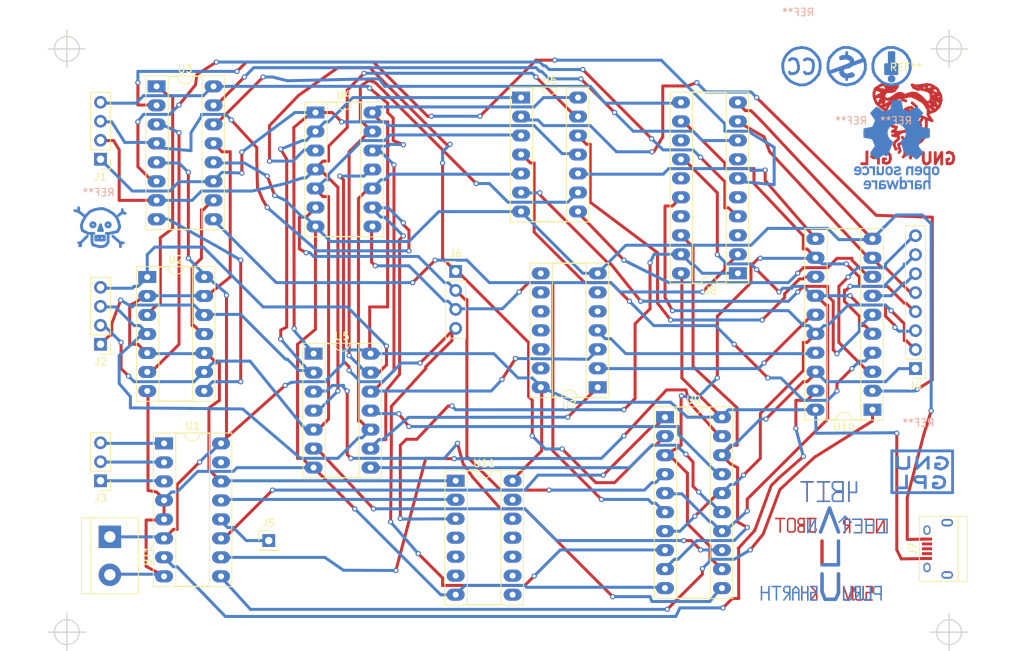
<source format=kicad_pcb>
(kicad_pcb (version 4) (host pcbnew 4.0.6)
  (title_block (title "4 Bit MONSTROSITY") (date 2017-10-17) (rev "ALU v1.1.3") (company "For the LOLs !") (comment 1 "I answered:") (comment 2 "Why do this ? They asked"))
  (layers (0 F.Cu signal) (31 B.Cu signal) (34 B.Paste user) (35 F.Paste user) (36 B.SilkS user) (37 F.SilkS user) (38 B.Mask user) (39 F.Mask user) (44 Edge.Cuts user))
  (net 0 "")
  (net 1 "Net-(BT1-Pad1)")
  (net 2 /A2B2)
  (net 3 "Net-(J1-Pad1)")
  (net 4 "Net-(J1-Pad2)")
  (net 5 "Net-(J1-Pad3)")
  (net 6 "Net-(J1-Pad4)")
  (net 7 "Net-(J2-Pad1)")
  (net 8 "Net-(J2-Pad2)")
  (net 9 "Net-(J2-Pad3)")
  (net 10 "Net-(J2-Pad4)")
  (net 11 "Net-(J3-Pad1)")
  (net 12 "Net-(J3-Pad2)")
  (net 13 "Net-(J3-Pad3)")
  (net 14 "Net-(J4-Pad1)")
  (net 15 "Net-(J4-Pad2)")
  (net 16 "Net-(J4-Pad3)")
  (net 17 "Net-(J4-Pad4)")
  (net 18 "Net-(J4-Pad5)")
  (net 19 "Net-(J4-Pad6)")
  (net 20 "Net-(J4-Pad7)")
  (net 21 "Net-(J4-Pad8)")
  (net 22 "Net-(J5-Pad1)")
  (net 23 "Net-(J6-Pad1)")
  (net 24 "Net-(J6-Pad2)")
  (net 25 "Net-(J6-Pad3)")
  (net 26 "Net-(J6-Pad4)")
  (net 27 "Net-(U1-Pad9)")
  (net 28 "Net-(U1-Pad10)")
  (net 29 "Net-(U1-Pad11)")
  (net 30 "Net-(U1-Pad13)")
  (net 31 "Net-(U1-Pad14)")
  (net 32 "Net-(U1-Pad7)")
  (net 33 "Net-(U1-Pad15)")
  (net 34 "Net-(U2-Pad8)")
  (net 35 "Net-(U2-Pad3)")
  (net 36 "Net-(U2-Pad11)")
  (net 37 "Net-(U2-Pad6)")
  (net 38 "Net-(U3-Pad9)")
  (net 39 "Net-(U3-Pad2)")
  (net 40 "Net-(U3-Pad6)")
  (net 41 "Net-(U3-Pad14)")
  (net 42 "Net-(U3-Pad15)")
  (net 43 "Net-(U5-Pad8)")
  (net 44 "Net-(U5-Pad3)")
  (net 45 "Net-(U5-Pad11)")
  (net 46 "Net-(U5-Pad6)")
  (net 47 "Net-(U10-Pad8)")
  (net 48 "Net-(U10-Pad2)")
  (net 49 "Net-(U10-Pad11)")
  (net 50 "Net-(U10-Pad4)")
  (net 51 "Net-(U10-Pad13)")
  (net 52 "Net-(U10-Pad6)")
  (net 53 "Net-(U10-Pad15)")
  (net 54 "Net-(U10-Pad17)")
  (net 55 "Net-(U11-Pad3)")
  (net 56 "Net-(U8-Pad3)")
  (net 57 "Net-(U8-Pad13)")
  (net 58 "Net-(U8-Pad5)")
  (net 59 "Net-(U8-Pad15)")
  (net 60 "Net-(U8-Pad7)")
  (net 61 "Net-(U8-Pad17)")
  (net 62 "Net-(J7-Pad2)")
  (net 63 "Net-(J7-Pad3)")
  (net 64 "Net-(J7-Pad4)")
  (net 65 "Net-(J7-Pad6)")
  (module Symbols:Symbol_GNU-GPL_CopperTop_Small (layer B.Cu) (at 129.4 71.8 180)
    (fp_text reference REF** (at 0.50038 6.79958 180) (layer B.SilkS) (effects (justify mirror)))
    (fp_text value Symbol_GNU-GPL_CopperTop_Small)
    (fp_line (start 2.10058 -0.29972) (end 2.10058 -1.89992) (layer B.Cu) (width 0.381))
    (fp_line (start 2.10058 -1.89992) (end 3.29946 -1.89992) (layer B.Cu) (width 0.381))
    (fp_line (start -0.39878 -1.89992) (end -0.39878 -0.39878) (layer B.Cu) (width 0.381))
    (fp_line (start -0.39878 -0.39878) (end 0.50038 -0.39878) (layer B.Cu) (width 0.381))
    (fp_line (start 0.50038 -0.39878) (end 0.70104 -0.39878) (layer B.Cu) (width 0.381))
    (fp_line (start 0.70104 -0.39878) (end 0.89916 -0.50038) (layer B.Cu) (width 0.381))
    (fp_line (start 0.89916 -0.50038) (end 1.00076 -0.70104) (layer B.Cu) (width 0.381))
    (fp_line (start 1.00076 -0.70104) (end 1.00076 -0.89916) (layer B.Cu) (width 0.381))
    (fp_line (start 1.00076 -0.89916) (end 0.8001 -1.09982) (layer B.Cu) (width 0.381))
    (fp_line (start 0.8001 -1.09982) (end 0.50038 -1.19888) (layer B.Cu) (width 0.381))
    (fp_line (start 0.50038 -1.19888) (end -0.39878 -1.19888) (layer B.Cu) (width 0.381))
    (fp_line (start -1.6002 -0.50038) (end -1.80086 -0.39878) (layer B.Cu) (width 0.381))
    (fp_line (start -1.80086 -0.39878) (end -2.30124 -0.39878) (layer B.Cu) (width 0.381))
    (fp_line (start -2.30124 -0.39878) (end -2.60096 -0.50038) (layer B.Cu) (width 0.381))
    (fp_line (start -2.60096 -0.50038) (end -2.79908 -0.59944) (layer B.Cu) (width 0.381))
    (fp_line (start -2.79908 -0.59944) (end -2.99974 -0.89916) (layer B.Cu) (width 0.381))
    (fp_line (start -2.99974 -0.89916) (end -2.99974 -1.19888) (layer B.Cu) (width 0.381))
    (fp_line (start -2.99974 -1.19888) (end -2.90068 -1.6002) (layer B.Cu) (width 0.381))
    (fp_line (start -2.90068 -1.6002) (end -2.60096 -1.80086) (layer B.Cu) (width 0.381))
    (fp_line (start -2.60096 -1.80086) (end -2.30124 -1.89992) (layer B.Cu) (width 0.381))
    (fp_line (start -2.30124 -1.89992) (end -1.99898 -1.89992) (layer B.Cu) (width 0.381))
    (fp_line (start -1.99898 -1.89992) (end -1.50114 -1.80086) (layer B.Cu) (width 0.381))
    (fp_line (start -1.50114 -1.80086) (end -1.50114 -1.30048) (layer B.Cu) (width 0.381))
    (fp_line (start -1.50114 -1.30048) (end -1.99898 -1.30048) (layer B.Cu) (width 0.381))
    (fp_line (start 1.80086 2.19964) (end 1.80086 0.89916) (layer B.Cu) (width 0.381))
    (fp_line (start 1.80086 0.89916) (end 2.10058 0.70104) (layer B.Cu) (width 0.381))
    (fp_line (start 2.10058 0.70104) (end 2.4003 0.70104) (layer B.Cu) (width 0.381))
    (fp_line (start 2.4003 0.70104) (end 2.79908 0.70104) (layer B.Cu) (width 0.381))
    (fp_line (start 2.79908 0.70104) (end 3.0988 0.8001) (layer B.Cu) (width 0.381))
    (fp_line (start 3.0988 0.8001) (end 3.29946 0.89916) (layer B.Cu) (width 0.381))
    (fp_line (start 3.29946 0.89916) (end 3.29946 2.19964) (layer B.Cu) (width 0.381))
    (fp_line (start -0.8001 0.70104) (end -0.8001 2.19964) (layer B.Cu) (width 0.381))
    (fp_line (start -0.8001 2.19964) (end 0.70104 0.70104) (layer B.Cu) (width 0.381))
    (fp_line (start 0.70104 0.70104) (end 0.70104 2.19964) (layer B.Cu) (width 0.381))
    (fp_line (start -1.99898 2.10058) (end -2.30124 2.19964) (layer B.Cu) (width 0.381))
    (fp_line (start -2.30124 2.19964) (end -2.79908 2.10058) (layer B.Cu) (width 0.381))
    (fp_line (start -2.79908 2.10058) (end -3.2004 1.89992) (layer B.Cu) (width 0.381))
    (fp_line (start -3.2004 1.89992) (end -3.40106 1.50114) (layer B.Cu) (width 0.381))
    (fp_line (start -3.40106 1.50114) (end -3.29946 1.09982) (layer B.Cu) (width 0.381))
    (fp_line (start -3.29946 1.09982) (end -2.99974 0.8001) (layer B.Cu) (width 0.381))
    (fp_line (start -2.99974 0.8001) (end -2.49936 0.59944) (layer B.Cu) (width 0.381))
    (fp_line (start -2.49936 0.59944) (end -1.80086 0.8001) (layer B.Cu) (width 0.381))
    (fp_line (start -1.80086 0.8001) (end -1.80086 1.30048) (layer B.Cu) (width 0.381))
    (fp_line (start -1.80086 1.30048) (end -2.30124 1.30048) (layer B.Cu) (width 0.381))
    (fp_line (start -4.064 3.048) (end 4.064 3.048) (layer B.Cu) (width 0.381))
    (fp_line (start 4.064 3.048) (end 4.064 -2.54) (layer B.Cu) (width 0.381))
    (fp_line (start 4.064 -2.54) (end -4.064 -2.54) (layer B.Cu) (width 0.381))
    (fp_line (start -4.064 -2.54) (end -4.064 3.048) (layer B.Cu) (width 0.381))
  )
  (module Connectors:bornier2 (layer F.Cu) (at 20.75 80.25 270)
    (fp_text reference BT1 (at 2.54 -5.08 270) (layer F.SilkS))
    (fp_text value Battery_Cell)
    (pad 1 thru_hole rect (at 0 0 270) (size 3 3) (drill 1.52) (layers *.Cu *.Mask) (net 1 "Net-(BT1-Pad1)"))
    (pad 2 thru_hole circle (at 5.08 0 270) (size 3 3) (drill 1.52) (layers *.Cu *.Mask) (net 2 /A2B2))
  )
  (module Pin_Headers:Pin_Header_Straight_1x04_Pitch2.54mm (layer F.Cu) (at 19.5 29.75 180)
    (fp_text reference J1 (at 0 -2.33 180) (layer F.SilkS))
    (fp_text value CONN_01X04)
    (pad 1 thru_hole rect (at 0 0 180) (size 1.7 1.7) (drill 1) (layers *.Cu *.Mask) (net 3 "Net-(J1-Pad1)"))
    (pad 2 thru_hole oval (at 0 2.54 180) (size 1.7 1.7) (drill 1) (layers *.Cu *.Mask) (net 4 "Net-(J1-Pad2)"))
    (pad 3 thru_hole oval (at 0 5.08 180) (size 1.7 1.7) (drill 1) (layers *.Cu *.Mask) (net 5 "Net-(J1-Pad3)"))
    (pad 4 thru_hole oval (at 0 7.62 180) (size 1.7 1.7) (drill 1) (layers *.Cu *.Mask) (net 6 "Net-(J1-Pad4)"))
  )
  (module Pin_Headers:Pin_Header_Straight_1x04_Pitch2.54mm (layer F.Cu) (at 19.5 54.5 180)
    (fp_text reference J2 (at 0 -2.33 180) (layer F.SilkS))
    (fp_text value CONN_01X04)
    (pad 1 thru_hole rect (at 0 0 180) (size 1.7 1.7) (drill 1) (layers *.Cu *.Mask) (net 7 "Net-(J2-Pad1)"))
    (pad 2 thru_hole oval (at 0 2.54 180) (size 1.7 1.7) (drill 1) (layers *.Cu *.Mask) (net 8 "Net-(J2-Pad2)"))
    (pad 3 thru_hole oval (at 0 5.08 180) (size 1.7 1.7) (drill 1) (layers *.Cu *.Mask) (net 9 "Net-(J2-Pad3)"))
    (pad 4 thru_hole oval (at 0 7.62 180) (size 1.7 1.7) (drill 1) (layers *.Cu *.Mask) (net 10 "Net-(J2-Pad4)"))
  )
  (module Pin_Headers:Pin_Header_Straight_1x03_Pitch2.54mm (layer F.Cu) (at 19.5 72.75 180)
    (fp_text reference J3 (at 0 -2.33 180) (layer F.SilkS))
    (fp_text value CONN_01X03)
    (pad 1 thru_hole rect (at 0 0 180) (size 1.7 1.7) (drill 1) (layers *.Cu *.Mask) (net 11 "Net-(J3-Pad1)"))
    (pad 2 thru_hole oval (at 0 2.54 180) (size 1.7 1.7) (drill 1) (layers *.Cu *.Mask) (net 12 "Net-(J3-Pad2)"))
    (pad 3 thru_hole oval (at 0 5.08 180) (size 1.7 1.7) (drill 1) (layers *.Cu *.Mask) (net 13 "Net-(J3-Pad3)"))
  )
  (module Pin_Headers:Pin_Header_Straight_1x08_Pitch2.54mm (layer F.Cu) (at 128.5 57.75 180)
    (fp_text reference J4 (at 0 -2.33 180) (layer F.SilkS))
    (fp_text value CONN_01X08)
    (pad 1 thru_hole rect (at 0 0 180) (size 1.7 1.7) (drill 1) (layers *.Cu *.Mask) (net 14 "Net-(J4-Pad1)"))
    (pad 2 thru_hole oval (at 0 2.54 180) (size 1.7 1.7) (drill 1) (layers *.Cu *.Mask) (net 15 "Net-(J4-Pad2)"))
    (pad 3 thru_hole oval (at 0 5.08 180) (size 1.7 1.7) (drill 1) (layers *.Cu *.Mask) (net 16 "Net-(J4-Pad3)"))
    (pad 4 thru_hole oval (at 0 7.62 180) (size 1.7 1.7) (drill 1) (layers *.Cu *.Mask) (net 17 "Net-(J4-Pad4)"))
    (pad 5 thru_hole oval (at 0 10.16 180) (size 1.7 1.7) (drill 1) (layers *.Cu *.Mask) (net 18 "Net-(J4-Pad5)"))
    (pad 6 thru_hole oval (at 0 12.7 180) (size 1.7 1.7) (drill 1) (layers *.Cu *.Mask) (net 19 "Net-(J4-Pad6)"))
    (pad 7 thru_hole oval (at 0 15.24 180) (size 1.7 1.7) (drill 1) (layers *.Cu *.Mask) (net 20 "Net-(J4-Pad7)"))
    (pad 8 thru_hole oval (at 0 17.78 180) (size 1.7 1.7) (drill 1) (layers *.Cu *.Mask) (net 21 "Net-(J4-Pad8)"))
  )
  (module Pin_Headers:Pin_Header_Straight_1x01_Pitch2.54mm (layer F.Cu) (at 42 80.75)
    (fp_text reference J5 (at 0 -2.33) (layer F.SilkS))
    (fp_text value CONN_01X01)
    (pad 1 thru_hole rect (at 0 0) (size 1.7 1.7) (drill 1) (layers *.Cu *.Mask) (net 22 "Net-(J5-Pad1)"))
  )
  (module Pin_Headers:Pin_Header_Straight_1x04_Pitch2.54mm (layer F.Cu) (at 67 44.75)
    (fp_text reference J6 (at 0 -2.33) (layer F.SilkS))
    (fp_text value CONN_01X04)
    (pad 1 thru_hole rect (at 0 0) (size 1.7 1.7) (drill 1) (layers *.Cu *.Mask) (net 23 "Net-(J6-Pad1)"))
    (pad 2 thru_hole oval (at 0 2.54) (size 1.7 1.7) (drill 1) (layers *.Cu *.Mask) (net 24 "Net-(J6-Pad2)"))
    (pad 3 thru_hole oval (at 0 5.08) (size 1.7 1.7) (drill 1) (layers *.Cu *.Mask) (net 25 "Net-(J6-Pad3)"))
    (pad 4 thru_hole oval (at 0 7.62) (size 1.7 1.7) (drill 1) (layers *.Cu *.Mask) (net 26 "Net-(J6-Pad4)"))
  )
  (module Housings_DIP:DIP-16_W7.62mm_Socket_LongPads (layer F.Cu) (at 28 67.75)
    (fp_text reference U1 (at 3.81 -2.33) (layer F.SilkS))
    (fp_text value 74LS138)
    (pad 1 thru_hole rect (at 0 0) (size 2.4 1.6) (drill 0.8) (layers *.Cu *.Mask) (net 13 "Net-(J3-Pad3)"))
    (pad 9 thru_hole oval (at 7.62 17.78) (size 2.4 1.6) (drill 0.8) (layers *.Cu *.Mask) (net 27 "Net-(U1-Pad9)"))
    (pad 2 thru_hole oval (at 0 2.54) (size 2.4 1.6) (drill 0.8) (layers *.Cu *.Mask) (net 12 "Net-(J3-Pad2)"))
    (pad 10 thru_hole oval (at 7.62 15.24) (size 2.4 1.6) (drill 0.8) (layers *.Cu *.Mask) (net 28 "Net-(U1-Pad10)"))
    (pad 3 thru_hole oval (at 0 5.08) (size 2.4 1.6) (drill 0.8) (layers *.Cu *.Mask) (net 11 "Net-(J3-Pad1)"))
    (pad 11 thru_hole oval (at 7.62 12.7) (size 2.4 1.6) (drill 0.8) (layers *.Cu *.Mask) (net 29 "Net-(U1-Pad11)"))
    (pad 4 thru_hole oval (at 0 7.62) (size 2.4 1.6) (drill 0.8) (layers *.Cu *.Mask) (net 2 /A2B2))
    (pad 12 thru_hole oval (at 7.62 10.16) (size 2.4 1.6) (drill 0.8) (layers *.Cu *.Mask) (net 22 "Net-(J5-Pad1)"))
    (pad 5 thru_hole oval (at 0 10.16) (size 2.4 1.6) (drill 0.8) (layers *.Cu *.Mask) (net 2 /A2B2))
    (pad 13 thru_hole oval (at 7.62 7.62) (size 2.4 1.6) (drill 0.8) (layers *.Cu *.Mask) (net 30 "Net-(U1-Pad13)"))
    (pad 6 thru_hole oval (at 0 12.7) (size 2.4 1.6) (drill 0.8) (layers *.Cu *.Mask) (net 1 "Net-(BT1-Pad1)"))
    (pad 14 thru_hole oval (at 7.62 5.08) (size 2.4 1.6) (drill 0.8) (layers *.Cu *.Mask) (net 31 "Net-(U1-Pad14)"))
    (pad 7 thru_hole oval (at 0 15.24) (size 2.4 1.6) (drill 0.8) (layers *.Cu *.Mask) (net 32 "Net-(U1-Pad7)"))
    (pad 15 thru_hole oval (at 7.62 2.54) (size 2.4 1.6) (drill 0.8) (layers *.Cu *.Mask) (net 33 "Net-(U1-Pad15)"))
    (pad 8 thru_hole oval (at 0 17.78) (size 2.4 1.6) (drill 0.8) (layers *.Cu *.Mask) (net 2 /A2B2))
    (pad 16 thru_hole oval (at 7.62 0) (size 2.4 1.6) (drill 0.8) (layers *.Cu *.Mask) (net 1 "Net-(BT1-Pad1)"))
  )
  (module Housings_DIP:DIP-14_W7.62mm_Socket_LongPads (layer F.Cu) (at 25.75 45.5)
    (fp_text reference U2 (at 3.81 -2.33) (layer F.SilkS))
    (fp_text value 74LS86)
    (pad 1 thru_hole rect (at 0 0) (size 2.4 1.6) (drill 0.8) (layers *.Cu *.Mask) (net 10 "Net-(J2-Pad4)"))
    (pad 8 thru_hole oval (at 7.62 15.24) (size 2.4 1.6) (drill 0.8) (layers *.Cu *.Mask) (net 34 "Net-(U2-Pad8)"))
    (pad 2 thru_hole oval (at 0 2.54) (size 2.4 1.6) (drill 0.8) (layers *.Cu *.Mask) (net 31 "Net-(U1-Pad14)"))
    (pad 9 thru_hole oval (at 7.62 12.7) (size 2.4 1.6) (drill 0.8) (layers *.Cu *.Mask) (net 8 "Net-(J2-Pad2)"))
    (pad 3 thru_hole oval (at 0 5.08) (size 2.4 1.6) (drill 0.8) (layers *.Cu *.Mask) (net 35 "Net-(U2-Pad3)"))
    (pad 10 thru_hole oval (at 7.62 10.16) (size 2.4 1.6) (drill 0.8) (layers *.Cu *.Mask) (net 31 "Net-(U1-Pad14)"))
    (pad 4 thru_hole oval (at 0 7.62) (size 2.4 1.6) (drill 0.8) (layers *.Cu *.Mask) (net 9 "Net-(J2-Pad3)"))
    (pad 11 thru_hole oval (at 7.62 7.62) (size 2.4 1.6) (drill 0.8) (layers *.Cu *.Mask) (net 36 "Net-(U2-Pad11)"))
    (pad 5 thru_hole oval (at 0 10.16) (size 2.4 1.6) (drill 0.8) (layers *.Cu *.Mask) (net 31 "Net-(U1-Pad14)"))
    (pad 12 thru_hole oval (at 7.62 5.08) (size 2.4 1.6) (drill 0.8) (layers *.Cu *.Mask) (net 7 "Net-(J2-Pad1)"))
    (pad 6 thru_hole oval (at 0 12.7) (size 2.4 1.6) (drill 0.8) (layers *.Cu *.Mask) (net 37 "Net-(U2-Pad6)"))
    (pad 13 thru_hole oval (at 7.62 2.54) (size 2.4 1.6) (drill 0.8) (layers *.Cu *.Mask) (net 31 "Net-(U1-Pad14)"))
    (pad 7 thru_hole oval (at 0 15.24) (size 2.4 1.6) (drill 0.8) (layers *.Cu *.Mask) (net 2 /A2B2))
    (pad 14 thru_hole oval (at 7.62 0) (size 2.4 1.6) (drill 0.8) (layers *.Cu *.Mask) (net 1 "Net-(BT1-Pad1)"))
  )
  (module Housings_DIP:DIP-16_W7.62mm_Socket_LongPads (layer F.Cu) (at 27 20)
    (fp_text reference U3 (at 3.81 -2.33) (layer F.SilkS))
    (fp_text value 74LS83)
    (pad 1 thru_hole rect (at 0 0) (size 2.4 1.6) (drill 0.8) (layers *.Cu *.Mask) (net 35 "Net-(U2-Pad3)"))
    (pad 9 thru_hole oval (at 7.62 17.78) (size 2.4 1.6) (drill 0.8) (layers *.Cu *.Mask) (net 38 "Net-(U3-Pad9)"))
    (pad 2 thru_hole oval (at 0 2.54) (size 2.4 1.6) (drill 0.8) (layers *.Cu *.Mask) (net 39 "Net-(U3-Pad2)"))
    (pad 10 thru_hole oval (at 7.62 15.24) (size 2.4 1.6) (drill 0.8) (layers *.Cu *.Mask) (net 36 "Net-(U2-Pad11)"))
    (pad 3 thru_hole oval (at 0 5.08) (size 2.4 1.6) (drill 0.8) (layers *.Cu *.Mask) (net 37 "Net-(U2-Pad6)"))
    (pad 11 thru_hole oval (at 7.62 12.7) (size 2.4 1.6) (drill 0.8) (layers *.Cu *.Mask) (net 3 "Net-(J1-Pad1)"))
    (pad 4 thru_hole oval (at 0 7.62) (size 2.4 1.6) (drill 0.8) (layers *.Cu *.Mask) (net 5 "Net-(J1-Pad3)"))
    (pad 12 thru_hole oval (at 7.62 10.16) (size 2.4 1.6) (drill 0.8) (layers *.Cu *.Mask) (net 2 /A2B2))
    (pad 5 thru_hole oval (at 0 10.16) (size 2.4 1.6) (drill 0.8) (layers *.Cu *.Mask) (net 1 "Net-(BT1-Pad1)"))
    (pad 13 thru_hole oval (at 7.62 7.62) (size 2.4 1.6) (drill 0.8) (layers *.Cu *.Mask) (net 31 "Net-(U1-Pad14)"))
    (pad 6 thru_hole oval (at 0 12.7) (size 2.4 1.6) (drill 0.8) (layers *.Cu *.Mask) (net 40 "Net-(U3-Pad6)"))
    (pad 14 thru_hole oval (at 7.62 5.08) (size 2.4 1.6) (drill 0.8) (layers *.Cu *.Mask) (net 41 "Net-(U3-Pad14)"))
    (pad 7 thru_hole oval (at 0 15.24) (size 2.4 1.6) (drill 0.8) (layers *.Cu *.Mask) (net 4 "Net-(J1-Pad2)"))
    (pad 15 thru_hole oval (at 7.62 2.54) (size 2.4 1.6) (drill 0.8) (layers *.Cu *.Mask) (net 42 "Net-(U3-Pad15)"))
    (pad 8 thru_hole oval (at 0 17.78) (size 2.4 1.6) (drill 0.8) (layers *.Cu *.Mask) (net 34 "Net-(U2-Pad8)"))
    (pad 16 thru_hole oval (at 7.62 0) (size 2.4 1.6) (drill 0.8) (layers *.Cu *.Mask) (net 6 "Net-(J1-Pad4)"))
  )
  (module Housings_DIP:DIP-14_W7.62mm_Socket_LongPads (layer F.Cu) (at 48.25 23.5)
    (fp_text reference U4 (at 3.81 -2.33) (layer F.SilkS))
    (fp_text value 74LS08)
    (pad 1 thru_hole rect (at 0 0) (size 2.4 1.6) (drill 0.8) (layers *.Cu *.Mask) (net 3 "Net-(J1-Pad1)"))
    (pad 8 thru_hole oval (at 7.62 15.24) (size 2.4 1.6) (drill 0.8) (layers *.Cu *.Mask) (net 25 "Net-(J6-Pad3)"))
    (pad 2 thru_hole oval (at 0 2.54) (size 2.4 1.6) (drill 0.8) (layers *.Cu *.Mask) (net 7 "Net-(J2-Pad1)"))
    (pad 9 thru_hole oval (at 7.62 12.7) (size 2.4 1.6) (drill 0.8) (layers *.Cu *.Mask) (net 5 "Net-(J1-Pad3)"))
    (pad 3 thru_hole oval (at 0 5.08) (size 2.4 1.6) (drill 0.8) (layers *.Cu *.Mask) (net 23 "Net-(J6-Pad1)"))
    (pad 10 thru_hole oval (at 7.62 10.16) (size 2.4 1.6) (drill 0.8) (layers *.Cu *.Mask) (net 9 "Net-(J2-Pad3)"))
    (pad 4 thru_hole oval (at 0 7.62) (size 2.4 1.6) (drill 0.8) (layers *.Cu *.Mask) (net 4 "Net-(J1-Pad2)"))
    (pad 11 thru_hole oval (at 7.62 7.62) (size 2.4 1.6) (drill 0.8) (layers *.Cu *.Mask) (net 26 "Net-(J6-Pad4)"))
    (pad 5 thru_hole oval (at 0 10.16) (size 2.4 1.6) (drill 0.8) (layers *.Cu *.Mask) (net 8 "Net-(J2-Pad2)"))
    (pad 12 thru_hole oval (at 7.62 5.08) (size 2.4 1.6) (drill 0.8) (layers *.Cu *.Mask) (net 6 "Net-(J1-Pad4)"))
    (pad 6 thru_hole oval (at 0 12.7) (size 2.4 1.6) (drill 0.8) (layers *.Cu *.Mask) (net 24 "Net-(J6-Pad2)"))
    (pad 13 thru_hole oval (at 7.62 2.54) (size 2.4 1.6) (drill 0.8) (layers *.Cu *.Mask) (net 10 "Net-(J2-Pad4)"))
    (pad 7 thru_hole oval (at 0 15.24) (size 2.4 1.6) (drill 0.8) (layers *.Cu *.Mask) (net 2 /A2B2))
    (pad 14 thru_hole oval (at 7.62 0) (size 2.4 1.6) (drill 0.8) (layers *.Cu *.Mask) (net 1 "Net-(BT1-Pad1)"))
  )
  (module Housings_DIP:DIP-14_W7.62mm_Socket_LongPads (layer F.Cu) (at 48 55.75)
    (fp_text reference U5 (at 3.81 -2.33) (layer F.SilkS))
    (fp_text value 74LS32)
    (pad 1 thru_hole rect (at 0 0) (size 2.4 1.6) (drill 0.8) (layers *.Cu *.Mask) (net 3 "Net-(J1-Pad1)"))
    (pad 8 thru_hole oval (at 7.62 15.24) (size 2.4 1.6) (drill 0.8) (layers *.Cu *.Mask) (net 43 "Net-(U5-Pad8)"))
    (pad 2 thru_hole oval (at 0 2.54) (size 2.4 1.6) (drill 0.8) (layers *.Cu *.Mask) (net 7 "Net-(J2-Pad1)"))
    (pad 9 thru_hole oval (at 7.62 12.7) (size 2.4 1.6) (drill 0.8) (layers *.Cu *.Mask) (net 5 "Net-(J1-Pad3)"))
    (pad 3 thru_hole oval (at 0 5.08) (size 2.4 1.6) (drill 0.8) (layers *.Cu *.Mask) (net 44 "Net-(U5-Pad3)"))
    (pad 10 thru_hole oval (at 7.62 10.16) (size 2.4 1.6) (drill 0.8) (layers *.Cu *.Mask) (net 9 "Net-(J2-Pad3)"))
    (pad 4 thru_hole oval (at 0 7.62) (size 2.4 1.6) (drill 0.8) (layers *.Cu *.Mask) (net 4 "Net-(J1-Pad2)"))
    (pad 11 thru_hole oval (at 7.62 7.62) (size 2.4 1.6) (drill 0.8) (layers *.Cu *.Mask) (net 45 "Net-(U5-Pad11)"))
    (pad 5 thru_hole oval (at 0 10.16) (size 2.4 1.6) (drill 0.8) (layers *.Cu *.Mask) (net 8 "Net-(J2-Pad2)"))
    (pad 12 thru_hole oval (at 7.62 5.08) (size 2.4 1.6) (drill 0.8) (layers *.Cu *.Mask) (net 6 "Net-(J1-Pad4)"))
    (pad 6 thru_hole oval (at 0 12.7) (size 2.4 1.6) (drill 0.8) (layers *.Cu *.Mask) (net 46 "Net-(U5-Pad6)"))
    (pad 13 thru_hole oval (at 7.62 2.54) (size 2.4 1.6) (drill 0.8) (layers *.Cu *.Mask) (net 10 "Net-(J2-Pad4)"))
    (pad 7 thru_hole oval (at 0 15.24) (size 2.4 1.6) (drill 0.8) (layers *.Cu *.Mask) (net 2 /A2B2))
    (pad 14 thru_hole oval (at 7.62 0) (size 2.4 1.6) (drill 0.8) (layers *.Cu *.Mask) (net 1 "Net-(BT1-Pad1)"))
  )
  (module Housings_DIP:DIP-14_W7.62mm_Socket_LongPads (layer F.Cu) (at 75.75 21.5)
    (fp_text reference U6 (at 3.81 -2.33) (layer F.SilkS))
    (fp_text value 74LS04)
    (pad 1 thru_hole rect (at 0 0) (size 2.4 1.6) (drill 0.8) (layers *.Cu *.Mask) (net 7 "Net-(J2-Pad1)"))
    (pad 8 thru_hole oval (at 7.62 15.24) (size 2.4 1.6) (drill 0.8) (layers *.Cu *.Mask) (net 47 "Net-(U10-Pad8)"))
    (pad 2 thru_hole oval (at 0 2.54) (size 2.4 1.6) (drill 0.8) (layers *.Cu *.Mask) (net 48 "Net-(U10-Pad2)"))
    (pad 9 thru_hole oval (at 7.62 12.7) (size 2.4 1.6) (drill 0.8) (layers *.Cu *.Mask) (net 10 "Net-(J2-Pad4)"))
    (pad 3 thru_hole oval (at 0 5.08) (size 2.4 1.6) (drill 0.8) (layers *.Cu *.Mask) (net 8 "Net-(J2-Pad2)"))
    (pad 10 thru_hole oval (at 7.62 10.16) (size 2.4 1.6) (drill 0.8) (layers *.Cu *.Mask) (net 49 "Net-(U10-Pad11)"))
    (pad 4 thru_hole oval (at 0 7.62) (size 2.4 1.6) (drill 0.8) (layers *.Cu *.Mask) (net 50 "Net-(U10-Pad4)"))
    (pad 11 thru_hole oval (at 7.62 7.62) (size 2.4 1.6) (drill 0.8) (layers *.Cu *.Mask) (net 3 "Net-(J1-Pad1)"))
    (pad 5 thru_hole oval (at 0 10.16) (size 2.4 1.6) (drill 0.8) (layers *.Cu *.Mask) (net 9 "Net-(J2-Pad3)"))
    (pad 12 thru_hole oval (at 7.62 5.08) (size 2.4 1.6) (drill 0.8) (layers *.Cu *.Mask) (net 51 "Net-(U10-Pad13)"))
    (pad 6 thru_hole oval (at 0 12.7) (size 2.4 1.6) (drill 0.8) (layers *.Cu *.Mask) (net 52 "Net-(U10-Pad6)"))
    (pad 13 thru_hole oval (at 7.62 2.54) (size 2.4 1.6) (drill 0.8) (layers *.Cu *.Mask) (net 4 "Net-(J1-Pad2)"))
    (pad 7 thru_hole oval (at 0 15.24) (size 2.4 1.6) (drill 0.8) (layers *.Cu *.Mask) (net 2 /A2B2))
    (pad 14 thru_hole oval (at 7.62 0) (size 2.4 1.6) (drill 0.8) (layers *.Cu *.Mask) (net 1 "Net-(BT1-Pad1)"))
  )
  (module Housings_DIP:DIP-14_W7.62mm_Socket_LongPads (layer F.Cu) (at 86 60.25 180)
    (fp_text reference U7 (at 3.81 -2.33 180) (layer F.SilkS))
    (fp_text value 74LS04)
    (pad 1 thru_hole rect (at 0 0 180) (size 2.4 1.6) (drill 0.8) (layers *.Cu *.Mask) (net 5 "Net-(J1-Pad3)"))
    (pad 8 thru_hole oval (at 7.62 15.24 180) (size 2.4 1.6) (drill 0.8) (layers *.Cu *.Mask))
    (pad 2 thru_hole oval (at 0 2.54 180) (size 2.4 1.6) (drill 0.8) (layers *.Cu *.Mask) (net 53 "Net-(U10-Pad15)"))
    (pad 9 thru_hole oval (at 7.62 12.7 180) (size 2.4 1.6) (drill 0.8) (layers *.Cu *.Mask))
    (pad 3 thru_hole oval (at 0 5.08 180) (size 2.4 1.6) (drill 0.8) (layers *.Cu *.Mask) (net 6 "Net-(J1-Pad4)"))
    (pad 10 thru_hole oval (at 7.62 10.16 180) (size 2.4 1.6) (drill 0.8) (layers *.Cu *.Mask))
    (pad 4 thru_hole oval (at 0 7.62 180) (size 2.4 1.6) (drill 0.8) (layers *.Cu *.Mask) (net 54 "Net-(U10-Pad17)"))
    (pad 11 thru_hole oval (at 7.62 7.62 180) (size 2.4 1.6) (drill 0.8) (layers *.Cu *.Mask))
    (pad 5 thru_hole oval (at 0 10.16 180) (size 2.4 1.6) (drill 0.8) (layers *.Cu *.Mask))
    (pad 12 thru_hole oval (at 7.62 5.08 180) (size 2.4 1.6) (drill 0.8) (layers *.Cu *.Mask))
    (pad 6 thru_hole oval (at 0 12.7 180) (size 2.4 1.6) (drill 0.8) (layers *.Cu *.Mask))
    (pad 13 thru_hole oval (at 7.62 2.54 180) (size 2.4 1.6) (drill 0.8) (layers *.Cu *.Mask))
    (pad 7 thru_hole oval (at 0 15.24 180) (size 2.4 1.6) (drill 0.8) (layers *.Cu *.Mask) (net 2 /A2B2))
    (pad 14 thru_hole oval (at 7.62 0 180) (size 2.4 1.6) (drill 0.8) (layers *.Cu *.Mask) (net 1 "Net-(BT1-Pad1)"))
  )
  (module Housings_DIP:DIP-20_W7.62mm_Socket_LongPads (layer F.Cu) (at 104.75 45 180)
    (fp_text reference U8 (at 3.81 -2.33 180) (layer F.SilkS))
    (fp_text value 74LS244)
    (pad 1 thru_hole rect (at 0 0 180) (size 2.4 1.6) (drill 0.8) (layers *.Cu *.Mask) (net 55 "Net-(U11-Pad3)"))
    (pad 11 thru_hole oval (at 7.62 22.86 180) (size 2.4 1.6) (drill 0.8) (layers *.Cu *.Mask) (net 41 "Net-(U3-Pad14)"))
    (pad 2 thru_hole oval (at 0 2.54 180) (size 2.4 1.6) (drill 0.8) (layers *.Cu *.Mask) (net 38 "Net-(U3-Pad9)"))
    (pad 12 thru_hole oval (at 7.62 20.32 180) (size 2.4 1.6) (drill 0.8) (layers *.Cu *.Mask) (net 17 "Net-(J4-Pad4)"))
    (pad 3 thru_hole oval (at 0 5.08 180) (size 2.4 1.6) (drill 0.8) (layers *.Cu *.Mask) (net 56 "Net-(U8-Pad3)"))
    (pad 13 thru_hole oval (at 7.62 17.78 180) (size 2.4 1.6) (drill 0.8) (layers *.Cu *.Mask) (net 57 "Net-(U8-Pad13)"))
    (pad 4 thru_hole oval (at 0 7.62 180) (size 2.4 1.6) (drill 0.8) (layers *.Cu *.Mask) (net 40 "Net-(U3-Pad6)"))
    (pad 14 thru_hole oval (at 7.62 15.24 180) (size 2.4 1.6) (drill 0.8) (layers *.Cu *.Mask) (net 16 "Net-(J4-Pad3)"))
    (pad 5 thru_hole oval (at 0 10.16 180) (size 2.4 1.6) (drill 0.8) (layers *.Cu *.Mask) (net 58 "Net-(U8-Pad5)"))
    (pad 15 thru_hole oval (at 7.62 12.7 180) (size 2.4 1.6) (drill 0.8) (layers *.Cu *.Mask) (net 59 "Net-(U8-Pad15)"))
    (pad 6 thru_hole oval (at 0 12.7 180) (size 2.4 1.6) (drill 0.8) (layers *.Cu *.Mask) (net 39 "Net-(U3-Pad2)"))
    (pad 16 thru_hole oval (at 7.62 10.16 180) (size 2.4 1.6) (drill 0.8) (layers *.Cu *.Mask) (net 15 "Net-(J4-Pad2)"))
    (pad 7 thru_hole oval (at 0 15.24 180) (size 2.4 1.6) (drill 0.8) (layers *.Cu *.Mask) (net 60 "Net-(U8-Pad7)"))
    (pad 17 thru_hole oval (at 7.62 7.62 180) (size 2.4 1.6) (drill 0.8) (layers *.Cu *.Mask) (net 61 "Net-(U8-Pad17)"))
    (pad 8 thru_hole oval (at 0 17.78 180) (size 2.4 1.6) (drill 0.8) (layers *.Cu *.Mask) (net 42 "Net-(U3-Pad15)"))
    (pad 18 thru_hole oval (at 7.62 5.08 180) (size 2.4 1.6) (drill 0.8) (layers *.Cu *.Mask) (net 14 "Net-(J4-Pad1)"))
    (pad 9 thru_hole oval (at 0 20.32 180) (size 2.4 1.6) (drill 0.8) (layers *.Cu *.Mask) (net 18 "Net-(J4-Pad5)"))
    (pad 19 thru_hole oval (at 7.62 2.54 180) (size 2.4 1.6) (drill 0.8) (layers *.Cu *.Mask) (net 55 "Net-(U11-Pad3)"))
    (pad 10 thru_hole oval (at 0 22.86 180) (size 2.4 1.6) (drill 0.8) (layers *.Cu *.Mask) (net 2 /A2B2))
    (pad 20 thru_hole oval (at 7.62 0 180) (size 2.4 1.6) (drill 0.8) (layers *.Cu *.Mask) (net 1 "Net-(BT1-Pad1)"))
  )
  (module Housings_DIP:DIP-20_W7.62mm_Socket_LongPads (layer F.Cu) (at 95 64.25)
    (fp_text reference U9 (at 3.81 -2.33) (layer F.SilkS))
    (fp_text value 74LS244)
    (pad 1 thru_hole rect (at 0 0) (size 2.4 1.6) (drill 0.8) (layers *.Cu *.Mask) (net 29 "Net-(U1-Pad11)"))
    (pad 11 thru_hole oval (at 7.62 22.86) (size 2.4 1.6) (drill 0.8) (layers *.Cu *.Mask) (net 44 "Net-(U5-Pad3)"))
    (pad 2 thru_hole oval (at 0 2.54) (size 2.4 1.6) (drill 0.8) (layers *.Cu *.Mask) (net 23 "Net-(J6-Pad1)"))
    (pad 12 thru_hole oval (at 7.62 20.32) (size 2.4 1.6) (drill 0.8) (layers *.Cu *.Mask) (net 17 "Net-(J4-Pad4)"))
    (pad 3 thru_hole oval (at 0 5.08) (size 2.4 1.6) (drill 0.8) (layers *.Cu *.Mask) (net 17 "Net-(J4-Pad4)"))
    (pad 13 thru_hole oval (at 7.62 17.78) (size 2.4 1.6) (drill 0.8) (layers *.Cu *.Mask) (net 46 "Net-(U5-Pad6)"))
    (pad 4 thru_hole oval (at 0 7.62) (size 2.4 1.6) (drill 0.8) (layers *.Cu *.Mask) (net 24 "Net-(J6-Pad2)"))
    (pad 14 thru_hole oval (at 7.62 15.24) (size 2.4 1.6) (drill 0.8) (layers *.Cu *.Mask) (net 16 "Net-(J4-Pad3)"))
    (pad 5 thru_hole oval (at 0 10.16) (size 2.4 1.6) (drill 0.8) (layers *.Cu *.Mask) (net 16 "Net-(J4-Pad3)"))
    (pad 15 thru_hole oval (at 7.62 12.7) (size 2.4 1.6) (drill 0.8) (layers *.Cu *.Mask) (net 43 "Net-(U5-Pad8)"))
    (pad 6 thru_hole oval (at 0 12.7) (size 2.4 1.6) (drill 0.8) (layers *.Cu *.Mask) (net 25 "Net-(J6-Pad3)"))
    (pad 16 thru_hole oval (at 7.62 10.16) (size 2.4 1.6) (drill 0.8) (layers *.Cu *.Mask) (net 15 "Net-(J4-Pad2)"))
    (pad 7 thru_hole oval (at 0 15.24) (size 2.4 1.6) (drill 0.8) (layers *.Cu *.Mask) (net 15 "Net-(J4-Pad2)"))
    (pad 17 thru_hole oval (at 7.62 7.62) (size 2.4 1.6) (drill 0.8) (layers *.Cu *.Mask) (net 45 "Net-(U5-Pad11)"))
    (pad 8 thru_hole oval (at 0 17.78) (size 2.4 1.6) (drill 0.8) (layers *.Cu *.Mask) (net 26 "Net-(J6-Pad4)"))
    (pad 18 thru_hole oval (at 7.62 5.08) (size 2.4 1.6) (drill 0.8) (layers *.Cu *.Mask) (net 14 "Net-(J4-Pad1)"))
    (pad 9 thru_hole oval (at 0 20.32) (size 2.4 1.6) (drill 0.8) (layers *.Cu *.Mask) (net 14 "Net-(J4-Pad1)"))
    (pad 19 thru_hole oval (at 7.62 2.54) (size 2.4 1.6) (drill 0.8) (layers *.Cu *.Mask) (net 28 "Net-(U1-Pad10)"))
    (pad 10 thru_hole oval (at 0 22.86) (size 2.4 1.6) (drill 0.8) (layers *.Cu *.Mask) (net 2 /A2B2))
    (pad 20 thru_hole oval (at 7.62 0) (size 2.4 1.6) (drill 0.8) (layers *.Cu *.Mask) (net 1 "Net-(BT1-Pad1)"))
  )
  (module Housings_DIP:DIP-20_W7.62mm_Socket_LongPads (layer F.Cu) (at 122.75 63.25 180)
    (fp_text reference U10 (at 3.81 -2.33 180) (layer F.SilkS))
    (fp_text value 74LS244)
    (pad 1 thru_hole rect (at 0 0 180) (size 2.4 1.6) (drill 0.8) (layers *.Cu *.Mask) (net 27 "Net-(U1-Pad9)"))
    (pad 11 thru_hole oval (at 7.62 22.86 180) (size 2.4 1.6) (drill 0.8) (layers *.Cu *.Mask) (net 49 "Net-(U10-Pad11)"))
    (pad 2 thru_hole oval (at 0 2.54 180) (size 2.4 1.6) (drill 0.8) (layers *.Cu *.Mask) (net 48 "Net-(U10-Pad2)"))
    (pad 12 thru_hole oval (at 7.62 20.32 180) (size 2.4 1.6) (drill 0.8) (layers *.Cu *.Mask) (net 17 "Net-(J4-Pad4)"))
    (pad 3 thru_hole oval (at 0 5.08 180) (size 2.4 1.6) (drill 0.8) (layers *.Cu *.Mask) (net 21 "Net-(J4-Pad8)"))
    (pad 13 thru_hole oval (at 7.62 17.78 180) (size 2.4 1.6) (drill 0.8) (layers *.Cu *.Mask) (net 51 "Net-(U10-Pad13)"))
    (pad 4 thru_hole oval (at 0 7.62 180) (size 2.4 1.6) (drill 0.8) (layers *.Cu *.Mask) (net 50 "Net-(U10-Pad4)"))
    (pad 14 thru_hole oval (at 7.62 15.24 180) (size 2.4 1.6) (drill 0.8) (layers *.Cu *.Mask) (net 16 "Net-(J4-Pad3)"))
    (pad 5 thru_hole oval (at 0 10.16 180) (size 2.4 1.6) (drill 0.8) (layers *.Cu *.Mask) (net 20 "Net-(J4-Pad7)"))
    (pad 15 thru_hole oval (at 7.62 12.7 180) (size 2.4 1.6) (drill 0.8) (layers *.Cu *.Mask) (net 53 "Net-(U10-Pad15)"))
    (pad 6 thru_hole oval (at 0 12.7 180) (size 2.4 1.6) (drill 0.8) (layers *.Cu *.Mask) (net 52 "Net-(U10-Pad6)"))
    (pad 16 thru_hole oval (at 7.62 10.16 180) (size 2.4 1.6) (drill 0.8) (layers *.Cu *.Mask) (net 15 "Net-(J4-Pad2)"))
    (pad 7 thru_hole oval (at 0 15.24 180) (size 2.4 1.6) (drill 0.8) (layers *.Cu *.Mask) (net 19 "Net-(J4-Pad6)"))
    (pad 17 thru_hole oval (at 7.62 7.62 180) (size 2.4 1.6) (drill 0.8) (layers *.Cu *.Mask) (net 54 "Net-(U10-Pad17)"))
    (pad 8 thru_hole oval (at 0 17.78 180) (size 2.4 1.6) (drill 0.8) (layers *.Cu *.Mask) (net 47 "Net-(U10-Pad8)"))
    (pad 18 thru_hole oval (at 7.62 5.08 180) (size 2.4 1.6) (drill 0.8) (layers *.Cu *.Mask) (net 14 "Net-(J4-Pad1)"))
    (pad 9 thru_hole oval (at 0 20.32 180) (size 2.4 1.6) (drill 0.8) (layers *.Cu *.Mask) (net 18 "Net-(J4-Pad5)"))
    (pad 19 thru_hole oval (at 7.62 2.54 180) (size 2.4 1.6) (drill 0.8) (layers *.Cu *.Mask) (net 32 "Net-(U1-Pad7)"))
    (pad 10 thru_hole oval (at 0 22.86 180) (size 2.4 1.6) (drill 0.8) (layers *.Cu *.Mask) (net 2 /A2B2))
    (pad 20 thru_hole oval (at 7.62 0 180) (size 2.4 1.6) (drill 0.8) (layers *.Cu *.Mask) (net 1 "Net-(BT1-Pad1)"))
  )
  (module Housings_DIP:DIP-14_W7.62mm_Socket_LongPads (layer F.Cu) (at 67 72.75)
    (fp_text reference U11 (at 3.81 -2.33) (layer F.SilkS))
    (fp_text value 74LS08)
    (pad 1 thru_hole rect (at 0 0) (size 2.4 1.6) (drill 0.8) (layers *.Cu *.Mask) (net 31 "Net-(U1-Pad14)"))
    (pad 8 thru_hole oval (at 7.62 15.24) (size 2.4 1.6) (drill 0.8) (layers *.Cu *.Mask))
    (pad 2 thru_hole oval (at 0 2.54) (size 2.4 1.6) (drill 0.8) (layers *.Cu *.Mask) (net 30 "Net-(U1-Pad13)"))
    (pad 9 thru_hole oval (at 7.62 12.7) (size 2.4 1.6) (drill 0.8) (layers *.Cu *.Mask))
    (pad 3 thru_hole oval (at 0 5.08) (size 2.4 1.6) (drill 0.8) (layers *.Cu *.Mask) (net 55 "Net-(U11-Pad3)"))
    (pad 10 thru_hole oval (at 7.62 10.16) (size 2.4 1.6) (drill 0.8) (layers *.Cu *.Mask))
    (pad 4 thru_hole oval (at 0 7.62) (size 2.4 1.6) (drill 0.8) (layers *.Cu *.Mask))
    (pad 11 thru_hole oval (at 7.62 7.62) (size 2.4 1.6) (drill 0.8) (layers *.Cu *.Mask))
    (pad 5 thru_hole oval (at 0 10.16) (size 2.4 1.6) (drill 0.8) (layers *.Cu *.Mask))
    (pad 12 thru_hole oval (at 7.62 5.08) (size 2.4 1.6) (drill 0.8) (layers *.Cu *.Mask))
    (pad 6 thru_hole oval (at 0 12.7) (size 2.4 1.6) (drill 0.8) (layers *.Cu *.Mask))
    (pad 13 thru_hole oval (at 7.62 2.54) (size 2.4 1.6) (drill 0.8) (layers *.Cu *.Mask))
    (pad 7 thru_hole oval (at 0 15.24) (size 2.4 1.6) (drill 0.8) (layers *.Cu *.Mask) (net 2 /A2B2))
    (pad 14 thru_hole oval (at 7.62 0) (size 2.4 1.6) (drill 0.8) (layers *.Cu *.Mask) (net 1 "Net-(BT1-Pad1)"))
  )
  (module Connectors:USB_Micro-B (layer F.Cu) (at 131.39 81.85 90)
    (fp_text reference J7 (at 0 -3.24 90) (layer F.SilkS))
    (fp_text value USB_OTG)
    (pad 1 smd rect (at -1.3 -1.35 180) (size 1.35 0.4) (layers F.Cu F.Paste F.Mask) (net 1 "Net-(BT1-Pad1)"))
    (pad 2 smd rect (at -0.65 -1.35 180) (size 1.35 0.4) (layers F.Cu F.Paste F.Mask) (net 62 "Net-(J7-Pad2)"))
    (pad 3 smd rect (at 0 -1.35 180) (size 1.35 0.4) (layers F.Cu F.Paste F.Mask) (net 63 "Net-(J7-Pad3)"))
    (pad 4 smd rect (at 0.65 -1.35 180) (size 1.35 0.4) (layers F.Cu F.Paste F.Mask) (net 64 "Net-(J7-Pad4)"))
    (pad 5 smd rect (at 1.3 -1.35 180) (size 1.35 0.4) (layers F.Cu F.Paste F.Mask) (net 2 /A2B2))
    (pad 6 thru_hole oval (at -2.5 -1.35 180) (size 0.95 1.25) (drill oval 0.55 0.85) (layers *.Cu *.Mask) (net 65 "Net-(J7-Pad6)"))
    (pad 6 thru_hole oval (at 2.5 -1.35 180) (size 0.95 1.25) (drill oval 0.55 0.85) (layers *.Cu *.Mask) (net 65 "Net-(J7-Pad6)"))
    (pad 6 thru_hole oval (at -3.5 1.35 180) (size 1.55 1) (drill oval 1.15 0.5) (layers *.Cu *.Mask) (net 65 "Net-(J7-Pad6)"))
    (pad 6 thru_hole oval (at 3.5 1.35 180) (size 1.55 1) (drill oval 1.15 0.5) (layers *.Cu *.Mask) (net 65 "Net-(J7-Pad6)"))
  )
  (module Symbols:OSHW-Logo_11.4x12mm_Copper (layer B.Cu) (at 126 27.8 180)
    (fp_text reference REF*** hide)
    (fp_text value OSHW-Logo_11.4x12mm_Copper hide)
    (fp_poly (pts (xy -3.780091 -2.90956) (xy -3.727588 -2.935499) (xy -3.662842 -2.9807) (xy -3.615653 -3.029991) (xy -3.583335 -3.091885) (xy -3.563203 -3.174896) (xy -3.55257 -3.287538) (xy -3.548753 -3.438324) (xy -3.54853 -3.503149) (xy -3.549182 -3.645221) (xy -3.551888 -3.746757) (xy -3.557776 -3.817015) (xy -3.567973 -3.865256) (xy -3.583606 -3.900738) (xy -3.599872 -3.924943) (xy -3.703705 -4.027929) (xy -3.825979 -4.089874) (xy -3.957886 -4.108506) (xy -4.090616 -4.081549) (xy -4.132667 -4.062486) (xy -4.233334 -4.010015) (xy -4.233334 -4.832259) (xy -4.159865 -4.794267) (xy -4.063059 -4.764872) (xy -3.944072 -4.757342) (xy -3.825255 -4.771245) (xy -3.735527 -4.802476) (xy -3.661101 -4.861954) (xy -3.59751 -4.947066) (xy -3.592729 -4.955805) (xy -3.572563 -4.996966) (xy -3.557835 -5.038454) (xy -3.547697 -5.088713) (xy -3.541301 -5.156184) (xy -3.537799 -5.249309) (xy -3.536342 -5.376531) (xy -3.536079 -5.519701) (xy -3.536079 -5.976471) (xy -3.81 -5.976471) (xy -3.81 -5.134231) (xy -3.886617 -5.069763) (xy -3.966207 -5.018194) (xy -4.041578 -5.008818) (xy -4.117367 -5.032947) (xy -4.157759 -5.056574) (xy -4.187821 -5.090227) (xy -4.209203 -5.141087) (xy -4.22355 -5.216334) (xy -4.23251 -5.323146) (xy -4.23773 -5.468704) (xy -4.239569 -5.565588) (xy -4.245785 -5.96402) (xy -4.37652 -5.971547) (xy -4.507255 -5.979073) (xy -4.507255 -3.506582) (xy -4.233334 -3.506582) (xy -4.22635 -3.644423) (xy -4.202818 -3.740107) (xy -4.158865 -3.799641) (xy -4.090618 -3.829029) (xy -4.021667 -3.834902) (xy -3.943614 -3.828154) (xy -3.891811 -3.801594) (xy -3.859417 -3.766499) (xy -3.833916 -3.728752) (xy -3.818735 -3.6867) (xy -3.811981 -3.627779) (xy -3.811759 -3.539428) (xy -3.814032 -3.465448) (xy -3.819251 -3.354) (xy -3.827021 -3.280833) (xy -3.840105 -3.234422) (xy -3.861268 -3.203244) (xy -3.88124 -3.185223) (xy -3.964686 -3.145925) (xy -4.063449 -3.139579) (xy -4.120159 -3.153116) (xy -4.176308 -3.201233) (xy -4.213501 -3.294833) (xy -4.231528 -3.433254) (xy -4.233334 -3.506582) (xy -4.507255 -3.506582) (xy -4.507255 -2.888628) (xy -4.370295 -2.888628) (xy -4.288065 -2.891879) (xy -4.24564 -2.903426) (xy -4.233339 -2.925952) (xy -4.233334 -2.92662) (xy -4.227626 -2.948681) (xy -4.202453 -2.946176) (xy -4.152402 -2.921935) (xy -4.035781 -2.884851) (xy -3.904571 -2.880953) (xy -3.780091 -2.90956)) (layer B.Cu) (width 0.01))
    (fp_poly (pts (xy -2.74128 -4.765922) (xy -2.62413 -4.79718) (xy -2.534949 -4.853837) (xy -2.472016 -4.928045) (xy -2.452452 -4.959716) (xy -2.438008 -4.992891) (xy -2.427911 -5.035329) (xy -2.421385 -5.094788) (xy -2.417658 -5.179029) (xy -2.415954 -5.29581) (xy -2.4155 -5.45289) (xy -2.415491 -5.494565) (xy -2.415491 -5.976471) (xy -2.53502 -5.976471) (xy -2.611261 -5.971131) (xy -2.667634 -5.957604) (xy -2.681758 -5.949262) (xy -2.72037 -5.934864) (xy -2.759808 -5.949262) (xy -2.824738 -5.967237) (xy -2.919055 -5.974472) (xy -3.023593 -5.971333) (xy -3.119189 -5.958186) (xy -3.175 -5.941318) (xy -3.283002 -5.871986) (xy -3.350497 -5.775772) (xy -3.380841 -5.647844) (xy -3.381123 -5.644559) (xy -3.37846 -5.587808) (xy -3.137647 -5.587808) (xy -3.116595 -5.652358) (xy -3.082303 -5.688686) (xy -3.013468 -5.716162) (xy -2.92261 -5.727129) (xy -2.829958 -5.721731) (xy -2.755744 -5.70011) (xy -2.734951 -5.686239) (xy -2.698619 -5.622143) (xy -2.689412 -5.549278) (xy -2.689412 -5.45353) (xy -2.827173 -5.45353) (xy -2.958047 -5.463605) (xy -3.057259 -5.492148) (xy -3.118977 -5.536639) (xy -3.137647 -5.587808) (xy -3.37846 -5.587808) (xy -3.374564 -5.50479) (xy -3.328466 -5.394282) (xy -3.2418 -5.310712) (xy -3.229821 -5.30311) (xy -3.178345 -5.278357) (xy -3.114632 -5.263368) (xy -3.025565 -5.256082) (xy -2.919755 -5.254407) (xy -2.689412 -5.254314) (xy -2.689412 -5.157755) (xy -2.699183 -5.082836) (xy -2.724116 -5.032644) (xy -2.727035 -5.029972) (xy -2.782519 -5.008015) (xy -2.866273 -4.999505) (xy -2.958833 -5.003687) (xy -3.04073 -5.019809) (xy -3.089327 -5.04399) (xy -3.115659 -5.063359) (xy -3.143465 -5.067057) (xy -3.181839 -5.051188) (xy -3.239875 -5.011855) (xy -3.326669 -4.945164) (xy -3.334635 -4.938916) (xy -3.330553 -4.9158) (xy -3.296499 -4.877352) (xy -3.24474 -4.834627) (xy -3.187545 -4.798679) (xy -3.169575 -4.790191) (xy -3.104028 -4.773252) (xy -3.00798 -4.76117) (xy -2.900671 -4.756323) (xy -2.895653 -4.756313) (xy -2.74128 -4.765922)) (layer B.Cu) (width 0.01))
    (fp_poly (pts (xy -1.967236 -4.758921) (xy -1.92997 -4.770091) (xy -1.917957 -4.794633) (xy -1.917451 -4.805712) (xy -1.915296 -4.836572) (xy -1.900449 -4.841417) (xy -1.860343 -4.82026) (xy -1.83652 -4.805806) (xy -1.761362 -4.77485) (xy -1.671594 -4.759544) (xy -1.577471 -4.758367) (xy -1.489246 -4.769799) (xy -1.417174 -4.79232) (xy -1.371508 -4.824409) (xy -1.362502 -4.864545) (xy -1.367047 -4.875415) (xy -1.400179 -4.920534) (xy -1.451555 -4.976026) (xy -1.460848 -4.984996) (xy -1.509818 -5.026245) (xy -1.552069 -5.039572) (xy -1.611159 -5.030271) (xy -1.634831 -5.02409) (xy -1.708496 -5.009246) (xy -1.76029 -5.015921) (xy -1.804031 -5.039465) (xy -1.844098 -5.071061) (xy -1.873608 -5.110798) (xy -1.894116 -5.166252) (xy -1.907176 -5.245003) (xy -1.914344 -5.354629) (xy -1.917176 -5.502706) (xy -1.917451 -5.592111) (xy -1.917451 -5.976471) (xy -2.166471 -5.976471) (xy -2.166471 -4.756275) (xy -2.041961 -4.756275) (xy -1.967236 -4.758921)) (layer B.Cu) (width 0.01))
    (fp_poly (pts (xy -0.398432 -5.976471) (xy -0.535393 -5.976471) (xy -0.614889 -5.97414) (xy -0.656292 -5.964488) (xy -0.671199 -5.943525) (xy -0.672353 -5.929351) (xy -0.674867 -5.900927) (xy -0.69072 -5.895475) (xy -0.732379 -5.912998) (xy -0.764776 -5.929351) (xy -0.889151 -5.968103) (xy -1.024354 -5.970346) (xy -1.134274 -5.941444) (xy -1.236634 -5.871619) (xy -1.31466 -5.768555) (xy -1.357386 -5.646989) (xy -1.358474 -5.640192) (xy -1.364822 -5.566032) (xy -1.367979 -5.45957) (xy -1.367725 -5.379052) (xy -1.095711 -5.379052) (xy -1.08941 -5.48607) (xy -1.075075 -5.574278) (xy -1.055669 -5.62409) (xy -0.982254 -5.692162) (xy -0.895086 -5.716564) (xy -0.805196 -5.696831) (xy -0.728383 -5.637968) (xy -0.699292 -5.598379) (xy -0.682283 -5.551138) (xy -0.674316 -5.482181) (xy -0.672353 -5.378607) (xy -0.675866 -5.276039) (xy -0.685143 -5.185921) (xy -0.698294 -5.125613) (xy -0.700486 -5.120208) (xy -0.753522 -5.05594) (xy -0.830933 -5.020656) (xy -0.917546 -5.014959) (xy -0.998193 -5.039453) (xy -1.057703 -5.094742) (xy -1.063876 -5.105743) (xy -1.083199 -5.172827) (xy -1.093726 -5.269284) (xy -1.095711 -5.379052) (xy -1.367725 -5.379052) (xy -1.367596 -5.338225) (xy -1.365806 -5.272918) (xy -1.353627 -5.111355) (xy -1.328315 -4.990053) (xy -1.286207 -4.900379) (xy -1.223641 -4.833699) (xy -1.1629 -4.794557) (xy -1.078036 -4.76704) (xy -0.972485 -4.757603) (xy -0.864402 -4.76529) (xy -0.771942 -4.789146) (xy -0.72309 -4.817685) (xy -0.672353 -4.863601) (xy -0.672353 -4.283137) (xy -0.398432 -4.283137) (xy -0.398432 -5.976471)) (layer B.Cu) (width 0.01))
    (fp_poly (pts (xy 0.557528 -4.761332) (xy 0.656014 -4.768726) (xy 0.784776 -5.154706) (xy 0.913537 -5.540686) (xy 0.953911 -5.403726) (xy 0.978207 -5.319083) (xy 1.010167 -5.204697) (xy 1.044679 -5.078963) (xy 1.062928 -5.01152) (xy 1.131571 -4.756275) (xy 1.414773 -4.756275) (xy 1.330122 -5.023971) (xy 1.288435 -5.155638) (xy 1.238074 -5.314458) (xy 1.185481 -5.480128) (xy 1.13853 -5.627843) (xy 1.031589 -5.96402) (xy 0.800661 -5.979044) (xy 0.73805 -5.772316) (xy 0.699438 -5.643896) (xy 0.6573 -5.502322) (xy 0.620472 -5.377285) (xy 0.619018 -5.372309) (xy 0.591511 -5.287586) (xy 0.567242 -5.229778) (xy 0.550243 -5.207918) (xy 0.54675 -5.210446) (xy 0.53449 -5.244336) (xy 0.511195 -5.31693) (xy 0.4797 -5.419101) (xy 0.442842 -5.54172) (xy 0.422899 -5.609167) (xy 0.314895 -5.976471) (xy 0.085679 -5.976471) (xy -0.097561 -5.3975) (xy -0.149037 -5.235091) (xy -0.19593 -5.087602) (xy -0.236023 -4.96196) (xy -0.267103 -4.865095) (xy -0.286955 -4.803934) (xy -0.292989 -4.786065) (xy -0.288212 -4.767768) (xy -0.250703 -4.759755) (xy -0.172645 -4.760557) (xy -0.160426 -4.761163) (xy -0.015674 -4.768726) (xy 0.07913 -5.117353) (xy 0.113977 -5.244497) (xy 0.145117 -5.356265) (xy 0.169809 -5.442953) (xy 0.185312 -5.494856) (xy 0.188176 -5.503318) (xy 0.200046 -5.493587) (xy 0.223983 -5.443172) (xy 0.257239 -5.358935) (xy 0.297064 -5.247741) (xy 0.33073 -5.147297) (xy 0.459041 -4.753939) (xy 0.557528 -4.761332)) (layer B.Cu) (width 0.01))
    (fp_poly (pts (xy 2.056459 -4.763669) (xy 2.16142 -4.789163) (xy 2.191761 -4.802669) (xy 2.250573 -4.838046) (xy 2.295709 -4.87789) (xy 2.329106 -4.92912) (xy 2.352701 -4.998654) (xy 2.368433 -5.093409) (xy 2.378239 -5.220305) (xy 2.384057 -5.386258) (xy 2.386266 -5.497108) (xy 2.394396 -5.976471) (xy 2.255531 -5.976471) (xy 2.171287 -5.972938) (xy 2.127884 -5.960866) (xy 2.116666 -5.940594) (xy 2.110744 -5.918674) (xy 2.084266 -5.922865) (xy 2.048186 -5.940441) (xy 1.957862 -5.967382) (xy 1.841777 -5.974642) (xy 1.71968 -5.962767) (xy 1.611321 -5.932305) (xy 1.601602 -5.928077) (xy 1.502568 -5.858505) (xy 1.437281 -5.761789) (xy 1.40724 -5.648738) (xy 1.409535 -5.608122) (xy 1.654633 -5.608122) (xy 1.676229 -5.662782) (xy 1.740259 -5.701952) (xy 1.843565 -5.722974) (xy 1.898774 -5.725766) (xy 1.990782 -5.71862) (xy 2.051941 -5.690848) (xy 2.066862 -5.677647) (xy 2.107287 -5.605829) (xy 2.116666 -5.540686) (xy 2.116666 -5.45353) (xy 1.995269 -5.45353) (xy 1.854153 -5.460722) (xy 1.755173 -5.483345) (xy 1.692633 -5.522964) (xy 1.678631 -5.540628) (xy 1.654633 -5.608122) (xy 1.409535 -5.608122) (xy 1.413941 -5.530157) (xy 1.45888 -5.416855) (xy 1.520196 -5.340285) (xy 1.557332 -5.307181) (xy 1.593687 -5.285425) (xy 1.64099 -5.272161) (xy 1.710973 -5.264528) (xy 1.815364 -5.25967) (xy 1.85677 -5.258273) (xy 2.116666 -5.24978) (xy 2.116285 -5.171116) (xy 2.106219 -5.088428) (xy 2.069829 -5.038431) (xy 1.996311 -5.006489) (xy 1.994339 -5.00592) (xy 1.890105 -4.993361) (xy 1.788108 -5.009766) (xy 1.712305 -5.049657) (xy 1.68189 -5.069354) (xy 1.649132 -5.066629) (xy 1.598721 -5.038091) (xy 1.569119 -5.01795) (xy 1.511218 -4.974919) (xy 1.475352 -4.942662) (xy 1.469597 -4.933427) (xy 1.493295 -4.885636) (xy 1.563313 -4.828562) (xy 1.593725 -4.809305) (xy 1.681155 -4.77614) (xy 1.798983 -4.75735) (xy 1.929866 -4.753129) (xy 2.056459 -4.763669)) (layer B.Cu) (width 0.01))
    (fp_poly (pts (xy 3.238446 -4.755883) (xy 3.334177 -4.774755) (xy 3.388677 -4.802699) (xy 3.446008 -4.849123) (xy 3.364441 -4.952111) (xy 3.31415 -5.014479) (xy 3.280001 -5.044907) (xy 3.246063 -5.049555) (xy 3.196406 -5.034586) (xy 3.173096 -5.026117) (xy 3.078063 -5.013622) (xy 2.991032 -5.040406) (xy 2.927138 -5.100915) (xy 2.916759 -5.120208) (xy 2.905456 -5.171314) (xy 2.896732 -5.2655) (xy 2.890997 -5.396089) (xy 2.88866 -5.556405) (xy 2.888627 -5.579211) (xy 2.888627 -5.976471) (xy 2.614705 -5.976471) (xy 2.614705 -4.756275) (xy 2.751666 -4.756275) (xy 2.830638 -4.758337) (xy 2.871779 -4.767513) (xy 2.886992 -4.78829) (xy 2.888627 -4.807886) (xy 2.888627 -4.859497) (xy 2.95424 -4.807886) (xy 3.029475 -4.772675) (xy 3.130544 -4.755265) (xy 3.238446 -4.755883)) (layer B.Cu) (width 0.01))
    (fp_poly (pts (xy 4.025307 -4.762784) (xy 4.144337 -4.793731) (xy 4.244021 -4.8576) (xy 4.292288 -4.905313) (xy 4.371408 -5.018106) (xy 4.416752 -5.14895) (xy 4.43233 -5.309792) (xy 4.43241 -5.322794) (xy 4.432549 -5.45353) (xy 3.680091 -5.45353) (xy 3.69613 -5.52201) (xy 3.725091 -5.584031) (xy 3.775778 -5.648654) (xy 3.786379 -5.658971) (xy 3.877494 -5.714805) (xy 3.9814 -5.724275) (xy 4.101 -5.68754) (xy 4.121274 -5.677647) (xy 4.183456 -5.647574) (xy 4.225106 -5.63044) (xy 4.232373 -5.628855) (xy 4.25774 -5.644242) (xy 4.30612 -5.681887) (xy 4.330679 -5.702459) (xy 4.38157 -5.749714) (xy 4.398281 -5.780917) (xy 4.386683 -5.80962) (xy 4.380483 -5.817468) (xy 4.338493 -5.851819) (xy 4.269206 -5.893565) (xy 4.220882 -5.917935) (xy 4.083711 -5.960873) (xy 3.931847 -5.974786) (xy 3.788024 -5.9583) (xy 3.747745 -5.946496) (xy 3.623078 -5.879689) (xy 3.530671 -5.776892) (xy 3.46999 -5.637105) (xy 3.440498 -5.45933) (xy 3.43726 -5.366373) (xy 3.446714 -5.231033) (xy 3.68549 -5.231033) (xy 3.708584 -5.241038) (xy 3.770662 -5.248888) (xy 3.860914 -5.253521) (xy 3.922058 -5.254314) (xy 4.03204 -5.253549) (xy 4.101457 -5.24997) (xy 4.139538 -5.241649) (xy 4.155515 -5.226657) (xy 4.158627 -5.204903) (xy 4.137278 -5.137892) (xy 4.083529 -5.071664) (xy 4.012822 -5.020832) (xy 3.942089 -5.000038) (xy 3.846016 -5.018484) (xy 3.762849 -5.071811) (xy 3.705186 -5.148677) (xy 3.68549 -5.231033) (xy 3.446714 -5.231033) (xy 3.451028 -5.169291) (xy 3.49352 -5.012271) (xy 3.565635 -4.894069) (xy 3.668273 -4.81344) (xy 3.802332 -4.769139) (xy 3.874957 -4.760607) (xy 4.025307 -4.762784)) (layer B.Cu) (width 0.01))
    (fp_poly (pts (xy -5.026753 -2.901568) (xy -4.896478 -2.959163) (xy -4.797581 -3.055334) (xy -4.729918 -3.190229) (xy -4.693345 -3.363996) (xy -4.690724 -3.391126) (xy -4.68867 -3.582408) (xy -4.715301 -3.750073) (xy -4.768999 -3.885967) (xy -4.797753 -3.929681) (xy -4.897909 -4.022198) (xy -5.025463 -4.082119) (xy -5.168163 -4.106985) (xy -5.31376 -4.094339) (xy -5.424438 -4.055391) (xy -5.519616 -3.989755) (xy -5.597406 -3.903699) (xy -5.598751 -3.901685) (xy -5.630343 -3.84857) (xy -5.650873 -3.79516) (xy -5.663305 -3.727754) (xy -5.670603 -3.632653) (xy -5.673818 -3.554666) (xy -5.675156 -3.483944) (xy -5.426186 -3.483944) (xy -5.423753 -3.554348) (xy -5.41492 -3.648068) (xy -5.399336 -3.708214) (xy -5.371234 -3.751006) (xy -5.344914 -3.776002) (xy -5.251608 -3.828338) (xy -5.15398 -3.835333) (xy -5.063058 -3.797676) (xy -5.017598 -3.755479) (xy -4.984838 -3.712956) (xy -4.965677 -3.672267) (xy -4.957267 -3.619314) (xy -4.956763 -3.539997) (xy -4.959355 -3.46695) (xy -4.964929 -3.362601) (xy -4.973766 -3.29492) (xy -4.989693 -3.250774) (xy -5.016538 -3.217031) (xy -5.037811 -3.197746) (xy -5.126794 -3.147086) (xy -5.222789 -3.14456) (xy -5.303281 -3.174567) (xy -5.371947 -3.237231) (xy -5.412856 -3.340168) (xy -5.426186 -3.483944) (xy -5.675156 -3.483944) (xy -5.676754 -3.399582) (xy -5.67174 -3.2836) (xy -5.656717 -3.196367) (xy -5.629624 -3.12753) (xy -5.5884 -3.066737) (xy -5.573115 -3.048686) (xy -5.477546 -2.958746) (xy -5.375039 -2.906211) (xy -5.249679 -2.884201) (xy -5.18855 -2.882402) (xy -5.026753 -2.901568)) (layer B.Cu) (width 0.01))
    (fp_poly (pts (xy -2.686796 -2.916354) (xy -2.661981 -2.928037) (xy -2.576094 -2.990951) (xy -2.494879 -3.082769) (xy -2.434236 -3.183868) (xy -2.416988 -3.230349) (xy -2.401251 -3.313376) (xy -2.391867 -3.413713) (xy -2.390728 -3.455147) (xy -2.390589 -3.585882) (xy -3.143047 -3.585882) (xy -3.127007 -3.654363) (xy -3.087637 -3.735355) (xy -3.018806 -3.805351) (xy -2.936919 -3.850441) (xy -2.884737 -3.859804) (xy -2.813971 -3.848441) (xy -2.72954 -3.819943) (xy -2.700858 -3.806831) (xy -2.594791 -3.753858) (xy -2.504272 -3.822901) (xy -2.452039 -3.869597) (xy -2.424247 -3.90814) (xy -2.42284 -3.919452) (xy -2.447668 -3.946868) (xy -2.502083 -3.988532) (xy -2.551472 -4.021037) (xy -2.684748 -4.079468) (xy -2.834161 -4.105915) (xy -2.982249 -4.099039) (xy -3.100295 -4.063096) (xy -3.221982 -3.986101) (xy -3.30846 -3.884728) (xy -3.362559 -3.75357) (xy -3.387109 -3.587224) (xy -3.389286 -3.511108) (xy -3.380573 -3.336685) (xy -3.379503 -3.331611) (xy -3.130173 -3.331611) (xy -3.123306 -3.347968) (xy -3.095083 -3.356988) (xy -3.036873 -3.360854) (xy -2.940042 -3.361749) (xy -2.902757 -3.361765) (xy -2.789317 -3.360413) (xy -2.717378 -3.355505) (xy -2.678687 -3.34576) (xy -2.664995 -3.329899) (xy -2.66451 -3.324805) (xy -2.680137 -3.284326) (xy -2.719247 -3.227621) (xy -2.736061 -3.207766) (xy -2.798481 -3.151611) (xy -2.863547 -3.129532) (xy -2.898603 -3.127686) (xy -2.993442 -3.150766) (xy -3.072973 -3.212759) (xy -3.123423 -3.302802) (xy -3.124317 -3.305735) (xy -3.130173 -3.331611) (xy -3.379503 -3.331611) (xy -3.351601 -3.199343) (xy -3.29941 -3.089461) (xy -3.235579 -3.011461) (xy -3.117567 -2.926882) (xy -2.978842 -2.881686) (xy -2.83129 -2.8776) (xy -2.686796 -2.916354)) (layer B.Cu) (width 0.01))
    (fp_poly (pts (xy 0.027759 -2.884345) (xy 0.122059 -2.902229) (xy 0.21989 -2.939633) (xy 0.230343 -2.944402) (xy 0.304531 -2.983412) (xy 0.35591 -3.019664) (xy 0.372517 -3.042887) (xy 0.356702 -3.080761) (xy 0.318288 -3.136644) (xy 0.301237 -3.157505) (xy 0.230969 -3.239618) (xy 0.140379 -3.186168) (xy 0.054164 -3.150561) (xy -0.045451 -3.131529) (xy -0.140981 -3.130326) (xy -0.214939 -3.14821) (xy -0.232688 -3.159373) (xy -0.266488 -3.210553) (xy -0.270596 -3.269509) (xy -0.245304 -3.315567) (xy -0.230344 -3.324499) (xy -0.185514 -3.335592) (xy -0.106714 -3.34863) (xy -0.009574 -3.361088) (xy 0.008346 -3.363042) (xy 0.164365 -3.39003) (xy 0.277523 -3.435873) (xy 0.352569 -3.504803) (xy 0.394253 -3.601054) (xy 0.407238 -3.718617) (xy 0.389299 -3.852254) (xy 0.33105 -3.957195) (xy 0.232255 -4.03363) (xy 0.092682 -4.081748) (xy -0.062255 -4.100732) (xy -0.188602 -4.100504) (xy -0.291087 -4.083262) (xy -0.361079 -4.059457) (xy -0.449517 -4.017978) (xy -0.531246 -3.969842) (xy -0.560295 -3.948655) (xy -0.635 -3.887676) (xy -0.544902 -3.796508) (xy -0.454804 -3.705339) (xy -0.352368 -3.773128) (xy -0.249626 -3.824042) (xy -0.139913 -3.850673) (xy -0.034449 -3.853483) (xy 0.055546 -3.832935) (xy 0.118854 -3.789493) (xy 0.139296 -3.752838) (xy 0.136229 -3.694053) (xy 0.085434 -3.649099) (xy -0.012952 -3.618057) (xy -0.120744 -3.60371) (xy -0.286635 -3.576337) (xy -0.409876 -3.524693) (xy -0.492114 -3.447266) (xy -0.534999 -3.342544) (xy -0.54094 -3.218387) (xy -0.511594 -3.088702) (xy -0.444691 -2.990677) (xy -0.339629 -2.923866) (xy -0.19581 -2.88782) (xy -0.089262 -2.880754) (xy 0.027759 -2.884345)) (layer B.Cu) (width 0.01))
    (fp_poly (pts (xy 1.209547 -2.903364) (xy 1.335502 -2.971959) (xy 1.434047 -3.080245) (xy 1.480478 -3.168315) (xy 1.500412 -3.246101) (xy 1.513328 -3.356993) (xy 1.518863 -3.484738) (xy 1.516654 -3.613084) (xy 1.506337 -3.725779) (xy 1.494286 -3.785969) (xy 1.453634 -3.868311) (xy 1.38323 -3.95577) (xy 1.298382 -4.032251) (xy 1.214397 -4.081655) (xy 1.212349 -4.082439) (xy 1.108134 -4.104027) (xy 0.984627 -4.104562) (xy 0.867261 -4.084908) (xy 0.821942 -4.069155) (xy 0.70522 -4.002966) (xy 0.621624 -3.916246) (xy 0.566701 -3.801438) (xy 0.535995 -3.650982) (xy 0.529047 -3.572173) (xy 0.529933 -3.473145) (xy 0.796862 -3.473145) (xy 0.805854 -3.617645) (xy 0.831736 -3.72776) (xy 0.872868 -3.798116) (xy 0.902172 -3.818235) (xy 0.977251 -3.832265) (xy 1.066494 -3.828111) (xy 1.14365 -3.807922) (xy 1.163883 -3.796815) (xy 1.217265 -3.732123) (xy 1.2525 -3.633119) (xy 1.267498 -3.512632) (xy 1.260172 -3.383494) (xy 1.243799 -3.305775) (xy 1.19679 -3.215771) (xy 1.122582 -3.159509) (xy 1.033209 -3.140057) (xy 0.940707 -3.160481) (xy 0.869653 -3.210437) (xy 0.832312 -3.251655) (xy 0.810518 -3.292281) (xy 0.80013 -3.347264) (xy 0.797006 -3.431549) (xy 0.796862 -3.473145) (xy 0.529933 -3.473145) (xy 0.53093 -3.361874) (xy 0.56518 -3.189423) (xy 0.631802 -3.054814) (xy 0.730799 -2.95804) (xy 0.862175 -2.899094) (xy 0.890385 -2.892259) (xy 1.059926 -2.876213) (xy 1.209547 -2.903364)) (layer B.Cu) (width 0.01))
    (fp_poly (pts (xy 1.967254 -3.276245) (xy 1.969608 -3.458879) (xy 1.978207 -3.5976) (xy 1.99536 -3.698147) (xy 2.023374 -3.766254) (xy 2.064557 -3.807659) (xy 2.121217 -3.828097) (xy 2.191372 -3.833318) (xy 2.264848 -3.827468) (xy 2.320657 -3.806093) (xy 2.361109 -3.763458) (xy 2.388509 -3.693825) (xy 2.405167 -3.59146) (xy 2.413389 -3.450624) (xy 2.41549 -3.276245) (xy 2.41549 -2.888628) (xy 2.689411 -2.888628) (xy 2.689411 -4.083922) (xy 2.552451 -4.083922) (xy 2.469884 -4.080576) (xy 2.427368 -4.068826) (xy 2.41549 -4.04652) (xy 2.408336 -4.026654) (xy 2.379865 -4.030857) (xy 2.322476 -4.058971) (xy 2.190945 -4.102342) (xy 2.051438 -4.09927) (xy 1.917765 -4.052174) (xy 1.854108 -4.014971) (xy 1.805553 -3.974691) (xy 1.770081 -3.924291) (xy 1.745674 -3.856729) (xy 1.730313 -3.764965) (xy 1.721982 -3.641955) (xy 1.718662 -3.480659) (xy 1.718235 -3.355928) (xy 1.718235 -2.888628) (xy 1.967254 -2.888628) (xy 1.967254 -3.276245)) (layer B.Cu) (width 0.01))
    (fp_poly (pts (xy 4.390976 -2.899056) (xy 4.535256 -2.960348) (xy 4.580699 -2.990185) (xy 4.638779 -3.036036) (xy 4.675238 -3.072089) (xy 4.681568 -3.083832) (xy 4.663693 -3.109889) (xy 4.61795 -3.154105) (xy 4.581328 -3.184965) (xy 4.481088 -3.26552) (xy 4.401935 -3.198918) (xy 4.340769 -3.155921) (xy 4.281129 -3.141079) (xy 4.212872 -3.144704) (xy 4.104482 -3.171652) (xy 4.029872 -3.227587) (xy 3.98453 -3.318014) (xy 3.963947 -3.448435) (xy 3.963942 -3.448517) (xy 3.965722 -3.59429) (xy 3.993387 -3.701245) (xy 4.048571 -3.774064) (xy 4.086192 -3.798723) (xy 4.186105 -3.829431) (xy 4.292822 -3.829449) (xy 4.385669 -3.799655) (xy 4.407647 -3.785098) (xy 4.462765 -3.747914) (xy 4.505859 -3.74182) (xy 4.552335 -3.769496) (xy 4.603716 -3.819205) (xy 4.685046 -3.903116) (xy 4.594749 -3.977546) (xy 4.455236 -4.061549) (xy 4.297912 -4.102947) (xy 4.133503 -4.09995) (xy 4.025531 -4.0725) (xy 3.899331 -4.00462) (xy 3.798401 -3.897831) (xy 3.752548 -3.822451) (xy 3.71541 -3.714297) (xy 3.696827 -3.577318) (xy 3.696684 -3.428864) (xy 3.714865 -3.286281) (xy 3.751255 -3.166918) (xy 3.756987 -3.15468) (xy 3.841865 -3.034655) (xy 3.956782 -2.947267) (xy 4.092659 -2.894329) (xy 4.240417 -2.877654) (xy 4.390976 -2.899056)) (layer B.Cu) (width 0.01))
    (fp_poly (pts (xy 5.303287 -2.884355) (xy 5.367051 -2.899845) (xy 5.4893 -2.956569) (xy 5.593834 -3.043202) (xy 5.66618 -3.147074) (xy 5.676119 -3.170396) (xy 5.689754 -3.231484) (xy 5.699298 -3.321853) (xy 5.702549 -3.41319) (xy 5.702549 -3.585882) (xy 5.34147 -3.585882) (xy 5.192546 -3.586445) (xy 5.087632 -3.589864) (xy 5.020937 -3.598731) (xy 4.986666 -3.615641) (xy 4.979028 -3.643189) (xy 4.992229 -3.683968) (xy 5.015877 -3.731683) (xy 5.081843 -3.811314) (xy 5.173512 -3.850987) (xy 5.285555 -3.849695) (xy 5.412472 -3.806514) (xy 5.522158 -3.753224) (xy 5.613173 -3.825191) (xy 5.704188 -3.897157) (xy 5.618563 -3.976269) (xy 5.50425 -4.051017) (xy 5.363666 -4.096084) (xy 5.212449 -4.108696) (xy 5.066236 -4.086079) (xy 5.042647 -4.078405) (xy 4.914141 -4.011296) (xy 4.818551 -3.911247) (xy 4.753861 -3.775271) (xy 4.718057 -3.60038) (xy 4.71764 -3.596632) (xy 4.714434 -3.406032) (xy 4.727393 -3.338035) (xy 4.980392 -3.338035) (xy 5.003627 -3.348491) (xy 5.06671 -3.3565) (xy 5.159706 -3.361073) (xy 5.218638 -3.361765) (xy 5.328537 -3.361332) (xy 5.397252 -3.358578) (xy 5.433405 -3.351321) (xy 5.445615 -3.337376) (xy 5.442504 -3.314562) (xy 5.439894 -3.305735) (xy 5.395344 -3.2228) (xy 5.325279 -3.15596) (xy 5.263446 -3.126589) (xy 5.181301 -3.128362) (xy 5.098062 -3.16499) (xy 5.028238 -3.225634) (xy 4.986337 -3.299456) (xy 4.980392 -3.338035) (xy 4.727393 -3.338035) (xy 4.746385 -3.238395) (xy 4.809773 -3.097711) (xy 4.900878 -2.987974) (xy 5.015978 -2.913174) (xy 5.151355 -2.877304) (xy 5.303287 -2.884355)) (layer B.Cu) (width 0.01))
    (fp_poly (pts (xy -1.49324 -2.909199) (xy -1.431264 -2.938802) (xy -1.371241 -2.981561) (xy -1.325514 -3.030775) (xy -1.292207 -3.093544) (xy -1.269445 -3.176971) (xy -1.255353 -3.288159) (xy -1.248058 -3.434209) (xy -1.245682 -3.622223) (xy -1.245645 -3.641912) (xy -1.245098 -4.083922) (xy -1.51902 -4.083922) (xy -1.51902 -3.676435) (xy -1.519215 -3.525471) (xy -1.520564 -3.416056) (xy -1.524212 -3.339933) (xy -1.531304 -3.288848) (xy -1.542987 -3.254545) (xy -1.560406 -3.228768) (xy -1.584671 -3.203298) (xy -1.669565 -3.148571) (xy -1.762239 -3.138416) (xy -1.850527 -3.173017) (xy -1.88123 -3.19877) (xy -1.903771 -3.222982) (xy -1.919954 -3.248912) (xy -1.930832 -3.284708) (xy -1.937458 -3.338519) (xy -1.940885 -3.418493) (xy -1.942166 -3.532779) (xy -1.942353 -3.671907) (xy -1.942353 -4.083922) (xy -2.216275 -4.083922) (xy -2.216275 -2.888628) (xy -2.079314 -2.888628) (xy -1.997084 -2.891879) (xy -1.95466 -2.903426) (xy -1.942359 -2.925952) (xy -1.942353 -2.92662) (xy -1.936646 -2.948681) (xy -1.911473 -2.946177) (xy -1.861422 -2.921937) (xy -1.747906 -2.886271) (xy -1.618055 -2.882305) (xy -1.49324 -2.909199)) (layer B.Cu) (width 0.01))
    (fp_poly (pts (xy 3.563637 -2.887472) (xy 3.64929 -2.913641) (xy 3.704437 -2.946707) (xy 3.722401 -2.972855) (xy 3.717457 -3.003852) (xy 3.685372 -3.052547) (xy 3.658243 -3.087035) (xy 3.602317 -3.149383) (xy 3.560299 -3.175615) (xy 3.52448 -3.173903) (xy 3.418224 -3.146863) (xy 3.340189 -3.148091) (xy 3.27682 -3.178735) (xy 3.255546 -3.19667) (xy 3.187451 -3.259779) (xy 3.187451 -4.083922) (xy 2.913529 -4.083922) (xy 2.913529 -2.888628) (xy 3.05049 -2.888628) (xy 3.132719 -2.891879) (xy 3.175144 -2.903426) (xy 3.187445 -2.925952) (xy 3.187451 -2.92662) (xy 3.19326 -2.950215) (xy 3.219531 -2.947138) (xy 3.255931 -2.930115) (xy 3.331111 -2.898439) (xy 3.392158 -2.879381) (xy 3.470708 -2.874496) (xy 3.563637 -2.887472)) (layer B.Cu) (width 0.01))
    (fp_poly (pts (xy 0.746535 5.366828) (xy 0.859117 4.769637) (xy 1.274531 4.59839) (xy 1.689944 4.427143) (xy 2.188302 4.766022) (xy 2.327868 4.860378) (xy 2.454028 4.944625) (xy 2.560895 5.014917) (xy 2.642582 5.067408) (xy 2.693201 5.098251) (xy 2.706986 5.104902) (xy 2.73182 5.087797) (xy 2.784888 5.040511) (xy 2.86024 4.969083) (xy 2.951929 4.879555) (xy 3.054007 4.777966) (xy 3.160526 4.670357) (xy 3.265536 4.562768) (xy 3.363091 4.46124) (xy 3.447242 4.371814) (xy 3.51204 4.300529) (xy 3.551538 4.253427) (xy 3.56098 4.237663) (xy 3.547391 4.208602) (xy 3.509293 4.144934) (xy 3.450694 4.052888) (xy 3.375597 3.938691) (xy 3.288009 3.808571) (xy 3.237254 3.734354) (xy 3.144745 3.598833) (xy 3.06254 3.476539) (xy 2.99463 3.37356) (xy 2.945 3.295982) (xy 2.91764 3.249894) (xy 2.913529 3.240208) (xy 2.922849 3.212681) (xy 2.948254 3.148527) (xy 2.985911 3.056765) (xy 3.031986 2.946416) (xy 3.082646 2.8265) (xy 3.134059 2.706036) (xy 3.182389 2.594046) (xy 3.223806 2.499548) (xy 3.254474 2.431563) (xy 3.270562 2.399112) (xy 3.271511 2.397835) (xy 3.296772 2.391638) (xy 3.364046 2.377815) (xy 3.46636 2.357723) (xy 3.596741 2.332721) (xy 3.748216 2.304169) (xy 3.836594 2.287704) (xy 3.998452 2.256886) (xy 4.144649 2.227561) (xy 4.267787 2.201334) (xy 4.360469 2.179809) (xy 4.415301 2.16459) (xy 4.426323 2.159762) (xy 4.437119 2.127081) (xy 4.445829 2.05327) (xy 4.45246 1.946963) (xy 4.457018 1.816788) (xy 4.459509 1.671379) (xy 4.459938 1.519365) (xy 4.458311 1.369378) (xy 4.454635 1.230049) (xy 4.448915 1.11001) (xy 4.441158 1.01789) (xy 4.431368 0.962323) (xy 4.425496 0.950755) (xy 4.390399 0.93689) (xy 4.316028 0.917067) (xy 4.212223 0.893616) (xy 4.088819 0.868864) (xy 4.045741 0.860857) (xy 3.838047 0.822814) (xy 3.673984 0.792176) (xy 3.54813 0.767726) (xy 3.455065 0.748246) (xy 3.389367 0.732519) (xy 3.345617 0.719327) (xy 3.318392 0.707451) (xy 3.302272 0.695675) (xy 3.300017 0.693347) (xy 3.277503 0.655855) (xy 3.243158 0.58289) (xy 3.200411 0.483388) (xy 3.152692 0.366282) (xy 3.10343 0.240507) (xy 3.056055 0.114998) (xy 3.013995 -0.00131) (xy 2.98068 -0.099484) (xy 2.959541 -0.170588) (xy 2.954005 -0.205687) (xy 2.954466 -0.206917) (xy 2.973223 -0.235606) (xy 3.015776 -0.29873) (xy 3.077653 -0.389718) (xy 3.154382 -0.502) (xy 3.241491 -0.629005) (xy 3.266299 -0.665098) (xy 3.354753 -0.795948) (xy 3.432588 -0.915336) (xy 3.495566 -1.016407) (xy 3.539445 -1.092304) (xy 3.559985 -1.136172) (xy 3.56098 -1.141562) (xy 3.543722 -1.169889) (xy 3.496036 -1.226006) (xy 3.42405 -1.303882) (xy 3.333897 -1.397485) (xy 3.231705 -1.500786) (xy 3.123606 -1.607751) (xy 3.015728 -1.712351) (xy 2.914204 -1.808554) (xy 2.825162 -1.890329) (xy 2.754733 -1.951645) (xy 2.709047 -1.986471) (xy 2.696409 -1.992157) (xy 2.666991 -1.978765) (xy 2.606761 -1.942644) (xy 2.52553 -1.889881) (xy 2.46303 -1.847412) (xy 2.349785 -1.769485) (xy 2.215674 -1.677729) (xy 2.081155 -1.58612) (xy 2.008833 -1.537091) (xy 1.764038 -1.371515) (xy 1.558551 -1.48262) (xy 1.464936 -1.531293) (xy 1.38533 -1.569126) (xy 1.331467 -1.590703) (xy 1.317757 -1.593706) (xy 1.30127 -1.571538) (xy 1.268745 -1.508894) (xy 1.222609 -1.411554) (xy 1.16529 -1.285294) (xy 1.099216 -1.135895) (xy 1.026815 -0.969133) (xy 0.950516 -0.790787) (xy 0.872746 -0.606636) (xy 0.795934 -0.422457) (xy 0.722506 -0.24403) (xy 0.654892 -0.077132) (xy 0.59552 0.072458) (xy 0.546816 0.198962) (xy 0.51121 0.296601) (xy 0.49113 0.359598) (xy 0.4879 0.381234) (xy 0.513496 0.408831) (xy 0.569539 0.45363) (xy 0.644311 0.506321) (xy 0.650587 0.51049) (xy 0.843845 0.665186) (xy 0.999674 0.845664) (xy 1.116724 1.046153) (xy 1.193645 1.260881) (xy 1.229086 1.484078) (xy 1.221697 1.709974) (xy 1.170127 1.932796) (xy 1.073026 2.146776) (xy 1.044458 2.193591) (xy 0.895868 2.382637) (xy 0.720327 2.534443) (xy 0.52391 2.648221) (xy 0.312693 2.72318) (xy 0.092753 2.758533) (xy -0.129837 2.753488) (xy -0.348999 2.707256) (xy -0.558658 2.619049) (xy -0.752739 2.488076) (xy -0.812774 2.434918) (xy -0.965565 2.268516) (xy -1.076903 2.093343) (xy -1.153277 1.896989) (xy -1.195813 1.702538) (xy -1.206314 1.483913) (xy -1.171299 1.264203) (xy -1.094327 1.050835) (xy -0.978953 0.851233) (xy -0.828734 0.672826) (xy -0.647227 0.523038) (xy -0.623373 0.507249) (xy -0.547799 0.455543) (xy -0.490349 0.410743) (xy -0.462883 0.382138) (xy -0.462483 0.381234) (xy -0.46838 0.350291) (xy -0.491755 0.280064) (xy -0.530179 0.17633) (xy -0.581223 0.044865) (xy -0.642458 -0.108552) (xy -0.711456 -0.278146) (xy -0.785786 -0.458138) (xy -0.863022 -0.642753) (xy -0.940732 -0.826213) (xy -1.016489 -1.002741) (xy -1.087863 -1.166559) (xy -1.152426 -1.311892) (xy -1.207748 -1.432962) (xy -1.2514 -1.523992) (xy -1.280954 -1.579205) (xy -1.292856 -1.593706) (xy -1.329223 -1.582414) (xy -1.39727 -1.55213) (xy -1.485263 -1.508265) (xy -1.533649 -1.48262) (xy -1.739137 -1.371515) (xy -1.983932 -1.537091) (xy -2.108894 -1.621915) (xy -2.245705 -1.715261) (xy -2.373911 -1.803153) (xy -2.438129 -1.847412) (xy -2.528449 -1.908063) (xy -2.604929 -1.956126) (xy -2.657593 -1.985515) (xy -2.674698 -1.991727) (xy -2.699595 -1.974968) (xy -2.754695 -1.928181) (xy -2.834657 -1.856225) (xy -2.934139 -1.763957) (xy -3.0478 -1.656235) (xy -3.119685 -1.587071) (xy -3.245449 -1.463502) (xy -3.354137 -1.352979) (xy -3.441355 -1.26023) (xy -3.502711 -1.189982) (xy -3.533809 -1.146965) (xy -3.536792 -1.138235) (xy -3.522947 -1.105029) (xy -3.484688 -1.037887) (xy -3.426258 -0.943608) (xy -3.351903 -0.82899) (xy -3.265865 -0.700828) (xy -3.241397 -0.665098) (xy -3.152245 -0.535234) (xy -3.072262 -0.418314) (xy -3.00592 -0.320907) (xy -2.957689 -0.249584) (xy -2.932043 -0.210915) (xy -2.929565 -0.206917) (xy -2.933271 -0.1761) (xy -2.952939 -0.108344) (xy -2.98514 -0.012584) (xy -3.026445 0.102246) (xy -3.073425 0.227211) (xy -3.122651 0.353376) (xy -3.170692 0.471807) (xy -3.214119 0.57357) (xy -3.249504 0.649729) (xy -3.273416 0.691351) (xy -3.275116 0.693347) (xy -3.289738 0.705242) (xy -3.314435 0.717005) (xy -3.354628 0.729854) (xy -3.415737 0.745006) (xy -3.503183 0.763679) (xy -3.622388 0.78709) (xy -3.778773 0.816458) (xy -3.977757 0.853) (xy -4.02084 0.860857) (xy -4.148529 0.885528) (xy -4.259847 0.909662) (xy -4.344955 0.930931) (xy -4.394017 0.947007) (xy -4.400595 0.950755) (xy -4.411436 0.983982) (xy -4.420247 1.058234) (xy -4.427024 1.164879) (xy -4.43176 1.295288) (xy -4.43445 1.440828) (xy -4.435087 1.592869) (xy -4.433666 1.742779) (xy -4.43018 1.881927) (xy -4.424624 2.001683) (xy -4.416992 2.093414) (xy -4.407278 2.148489) (xy -4.401422 2.159762) (xy -4.36882 2.171132) (xy -4.294582 2.189631) (xy -4.186104 2.213653) (xy -4.050783 2.241593) (xy -3.896015 2.271847) (xy -3.811692 2.287704) (xy -3.651704 2.317611) (xy -3.509033 2.344705) (xy -3.390652 2.367624) (xy -3.303535 2.385012) (xy -3.254655 2.395508) (xy -3.24661 2.397835) (xy -3.233013 2.424069) (xy -3.204271 2.48726) (xy -3.164215 2.578378) (xy -3.116676 2.688398) (xy -3.065485 2.80829) (xy -3.014474 2.929028) (xy -2.967474 3.041584) (xy -2.928316 3.136929) (xy -2.900831 3.206038) (xy -2.888851 3.239881) (xy -2.888628 3.24136) (xy -2.902209 3.268058) (xy -2.940285 3.329495) (xy -2.998853 3.419566) (xy -3.073912 3.532165) (xy -3.16146 3.661185) (xy -3.212353 3.735294) (xy -3.305091 3.871178) (xy -3.387459 3.994546) (xy -3.455439 4.099158) (xy -3.505012 4.178772) (xy -3.532158 4.227148) (xy -3.536079 4.237993) (xy -3.519225 4.263235) (xy -3.472632 4.317131) (xy -3.402251 4.393642) (xy -3.314035 4.486732) (xy -3.213935 4.59036) (xy -3.107902 4.698491) (xy -3.001889 4.805085) (xy -2.901848 4.904105) (xy -2.81373 4.989513) (xy -2.743487 5.05527) (xy -2.697072 5.095339) (xy -2.681544 5.104902) (xy -2.656261 5.091455) (xy -2.595789 5.05368) (xy -2.506008 4.99542) (xy -2.392797 4.920521) (xy -2.262036 4.83283) (xy -2.1634 4.766022) (xy -1.665043 4.427143) (xy -1.249629 4.59839) (xy -0.834216 4.769637) (xy -0.721634 5.366828) (xy -0.609051 5.96402) (xy 0.633952 5.96402) (xy 0.746535 5.366828)) (layer B.Cu) (width 0.01))
  )
  (module Symbols:Symbol_CC-Noncommercial_CopperTop_Small (layer B.Cu) (at 119.3 17.3)
    (fp_text reference REF** (at 0.59944 7.29996) (layer B.SilkS) (effects (justify mirror)))
    (fp_text value Symbol_CC-Noncommercial_CopperTop_Small)
    (fp_line (start 0 -1.30048) (end 0 -1.80086) (layer B.Cu) (width 0.381))
    (fp_line (start 0 -1.80086) (end 0 -1.69926) (layer B.Cu) (width 0.381))
    (fp_line (start 0 1.50114) (end 0 1.80086) (layer B.Cu) (width 0.381))
    (fp_line (start -2.4003 0.8001) (end 2.19964 -0.89916) (layer B.Cu) (width 0.381))
    (fp_line (start -2.30124 0.89916) (end 2.4003 -0.8001) (layer B.Cu) (width 0.381))
    (fp_line (start 0.89916 1.19888) (end 0.8001 1.30048) (layer B.Cu) (width 0.381))
    (fp_line (start 0.8001 1.30048) (end 0.39878 1.39954) (layer B.Cu) (width 0.381))
    (fp_line (start 0.39878 1.39954) (end -0.29972 1.39954) (layer B.Cu) (width 0.381))
    (fp_line (start -0.29972 1.39954) (end -0.50038 1.30048) (layer B.Cu) (width 0.381))
    (fp_line (start -0.50038 1.30048) (end -0.70104 1.09982) (layer B.Cu) (width 0.381))
    (fp_line (start -0.70104 1.09982) (end -0.8001 0.89916) (layer B.Cu) (width 0.381))
    (fp_line (start -0.8001 0.89916) (end -0.8001 0.59944) (layer B.Cu) (width 0.381))
    (fp_line (start -0.8001 0.59944) (end -0.70104 0.29972) (layer B.Cu) (width 0.381))
    (fp_line (start -0.70104 0.29972) (end -0.50038 0.09906) (layer B.Cu) (width 0.381))
    (fp_line (start -0.50038 0.09906) (end 0.29972 -0.20066) (layer B.Cu) (width 0.381))
    (fp_line (start 0.29972 -0.20066) (end 0.59944 -0.39878) (layer B.Cu) (width 0.381))
    (fp_line (start 0.59944 -0.39878) (end 0.59944 -0.8001) (layer B.Cu) (width 0.381))
    (fp_line (start 0.59944 -0.8001) (end 0.29972 -1.00076) (layer B.Cu) (width 0.381))
    (fp_line (start 0.29972 -1.00076) (end -0.20066 -1.09982) (layer B.Cu) (width 0.381))
    (fp_line (start -0.20066 -1.09982) (end -0.70104 -1.00076) (layer B.Cu) (width 0.381))
    (fp_line (start -0.70104 -1.00076) (end -0.8001 -1.00076) (layer B.Cu) (width 0.381))
    (fp_line (start -0.8001 -1.00076) (end -0.8001 -1.19888) (layer B.Cu) (width 0.381))
    (fp_line (start -0.8001 -1.19888) (end -0.50038 -1.30048) (layer B.Cu) (width 0.381))
    (fp_line (start -0.50038 -1.30048) (end 0.20066 -1.30048) (layer B.Cu) (width 0.381))
    (fp_line (start 0.20066 -1.30048) (end 0.50038 -1.19888) (layer B.Cu) (width 0.381))
    (fp_line (start 0.50038 -1.19888) (end 0.70104 -1.00076) (layer B.Cu) (width 0.381))
    (fp_line (start 0.70104 -1.00076) (end 0.8001 -0.8001) (layer B.Cu) (width 0.381))
    (fp_line (start 0.8001 -0.8001) (end 0.8001 -0.50038) (layer B.Cu) (width 0.381))
    (fp_line (start 0.8001 -0.50038) (end 0.70104 -0.20066) (layer B.Cu) (width 0.381))
    (fp_line (start 0.70104 -0.20066) (end 0.29972 0.09906) (layer B.Cu) (width 0.381))
    (fp_line (start 0.29972 0.09906) (end -0.29972 0.20066) (layer B.Cu) (width 0.381))
    (fp_line (start -0.29972 0.20066) (end -0.50038 0.39878) (layer B.Cu) (width 0.381))
    (fp_line (start -0.50038 0.39878) (end -0.59944 0.70104) (layer B.Cu) (width 0.381))
    (fp_line (start -0.59944 0.70104) (end -0.50038 0.89916) (layer B.Cu) (width 0.381))
    (fp_line (start -0.50038 0.89916) (end -0.29972 1.09982) (layer B.Cu) (width 0.381))
    (fp_line (start -0.29972 1.09982) (end 0.09906 1.19888) (layer B.Cu) (width 0.381))
    (fp_line (start 0.09906 1.19888) (end 0.39878 1.09982) (layer B.Cu) (width 0.381))
    (fp_line (start 0.39878 1.09982) (end 0.70104 1.00076) (layer B.Cu) (width 0.381))
    (fp_line (start 0.70104 1.00076) (end 0.89916 1.19888) (layer B.Cu) (width 0.381))
    (fp_line (start 0 2.49936) (end -0.09906 2.49936) (layer B.Cu) (width 0.381))
    (fp_line (start -0.09906 2.49936) (end -0.70104 2.4003) (layer B.Cu) (width 0.381))
    (fp_line (start -0.70104 2.4003) (end -1.19888 2.19964) (layer B.Cu) (width 0.381))
    (fp_line (start -1.19888 2.19964) (end -1.69926 1.80086) (layer B.Cu) (width 0.381))
    (fp_line (start -1.69926 1.80086) (end -2.19964 1.19888) (layer B.Cu) (width 0.381))
    (fp_line (start -2.19964 1.19888) (end -2.4003 0.8001) (layer B.Cu) (width 0.381))
    (fp_line (start -2.4003 0.8001) (end -2.49936 0.29972) (layer B.Cu) (width 0.381))
    (fp_line (start -2.49936 0.29972) (end -2.49936 -0.29972) (layer B.Cu) (width 0.381))
    (fp_line (start -2.49936 -0.29972) (end -2.30124 -1.09982) (layer B.Cu) (width 0.381))
    (fp_line (start -2.30124 -1.09982) (end -1.69926 -1.80086) (layer B.Cu) (width 0.381))
    (fp_line (start -1.69926 -1.80086) (end -1.19888 -2.19964) (layer B.Cu) (width 0.381))
    (fp_line (start -1.19888 -2.19964) (end -0.50038 -2.49936) (layer B.Cu) (width 0.381))
    (fp_line (start -0.50038 -2.49936) (end 0.29972 -2.49936) (layer B.Cu) (width 0.381))
    (fp_line (start 0.29972 -2.49936) (end 0.89916 -2.30124) (layer B.Cu) (width 0.381))
    (fp_line (start 0.89916 -2.30124) (end 1.50114 -1.99898) (layer B.Cu) (width 0.381))
    (fp_line (start 1.50114 -1.99898) (end 1.99898 -1.50114) (layer B.Cu) (width 0.381))
    (fp_line (start 1.99898 -1.50114) (end 2.4003 -0.8001) (layer B.Cu) (width 0.381))
    (fp_line (start 2.4003 -0.8001) (end 2.49936 -0.20066) (layer B.Cu) (width 0.381))
    (fp_line (start 2.49936 -0.20066) (end 2.49936 0.39878) (layer B.Cu) (width 0.381))
    (fp_line (start 2.49936 0.39878) (end 2.30124 1.00076) (layer B.Cu) (width 0.381))
    (fp_line (start 2.30124 1.00076) (end 1.99898 1.50114) (layer B.Cu) (width 0.381))
    (fp_line (start 1.99898 1.50114) (end 1.50114 1.99898) (layer B.Cu) (width 0.381))
    (fp_line (start 1.50114 1.99898) (end 1.00076 2.30124) (layer B.Cu) (width 0.381))
    (fp_line (start 1.00076 2.30124) (end 0.59944 2.4003) (layer B.Cu) (width 0.381))
    (fp_line (start 0.59944 2.4003) (end 0 2.49936) (layer B.Cu) (width 0.381))
  )
  (module Symbols:Symbol_CreativeCommons_CopperTop_Type2_Small (layer B.Cu) (at 113.4 17.4 180)
    (fp_text reference REF** (at 0.59944 7.29996 180) (layer B.SilkS) (effects (justify mirror)))
    (fp_text value Symbol_CreativeCommons_CopperTop_Type2_Small)
    (fp_line (start 1.7502 0.9001) (end 1.65114 0.99916) (layer B.Cu) (width 0.381))
    (fp_line (start 1.65114 0.99916) (end 1.45048 1.10076) (layer B.Cu) (width 0.381))
    (fp_line (start 1.45048 1.10076) (end 1.15076 1.10076) (layer B.Cu) (width 0.381))
    (fp_line (start 1.15076 1.10076) (end 0.85104 0.99916) (layer B.Cu) (width 0.381))
    (fp_line (start 0.85104 0.99916) (end 0.65038 0.60038) (layer B.Cu) (width 0.381))
    (fp_line (start 0.65038 0.60038) (end 0.54878 0.1) (layer B.Cu) (width 0.381))
    (fp_line (start 0.54878 0.1) (end 0.54878 -0.29878) (layer B.Cu) (width 0.381))
    (fp_line (start 0.54878 -0.29878) (end 0.74944 -0.7001) (layer B.Cu) (width 0.381))
    (fp_line (start 0.74944 -0.7001) (end 1.15076 -0.90076) (layer B.Cu) (width 0.381))
    (fp_line (start 1.15076 -0.90076) (end 1.34888 -0.90076) (layer B.Cu) (width 0.381))
    (fp_line (start 1.34888 -0.90076) (end 1.65114 -0.90076) (layer B.Cu) (width 0.381))
    (fp_line (start 1.65114 -0.90076) (end 1.7502 -0.7001) (layer B.Cu) (width 0.381))
    (fp_line (start -0.24878 0.9001) (end -0.35038 0.99916) (layer B.Cu) (width 0.381))
    (fp_line (start -0.35038 0.99916) (end -0.6501 1.10076) (layer B.Cu) (width 0.381))
    (fp_line (start -0.6501 1.10076) (end -1.04888 0.99916) (layer B.Cu) (width 0.381))
    (fp_line (start -1.04888 0.99916) (end -1.35114 0.80104) (layer B.Cu) (width 0.381))
    (fp_line (start -1.35114 0.80104) (end -1.4502 0.39972) (layer B.Cu) (width 0.381))
    (fp_line (start -1.4502 0.39972) (end -1.4502 0.00094) (layer B.Cu) (width 0.381))
    (fp_line (start -1.4502 0.00094) (end -1.35114 -0.49944) (layer B.Cu) (width 0.381))
    (fp_line (start -1.35114 -0.49944) (end -1.15048 -0.79916) (layer B.Cu) (width 0.381))
    (fp_line (start -1.15048 -0.79916) (end -0.85076 -0.90076) (layer B.Cu) (width 0.381))
    (fp_line (start -0.85076 -0.90076) (end -0.44944 -0.90076) (layer B.Cu) (width 0.381))
    (fp_line (start -0.44944 -0.90076) (end -0.24878 -0.7001) (layer B.Cu) (width 0.381))
    (fp_line (start 0.15 2.59936) (end 0.05094 2.59936) (layer B.Cu) (width 0.381))
    (fp_line (start 0.05094 2.59936) (end -0.55104 2.5003) (layer B.Cu) (width 0.381))
    (fp_line (start -0.55104 2.5003) (end -1.04888 2.29964) (layer B.Cu) (width 0.381))
    (fp_line (start -1.04888 2.29964) (end -1.54926 1.90086) (layer B.Cu) (width 0.381))
    (fp_line (start -1.54926 1.90086) (end -2.04964 1.29888) (layer B.Cu) (width 0.381))
    (fp_line (start -2.04964 1.29888) (end -2.2503 0.9001) (layer B.Cu) (width 0.381))
    (fp_line (start -2.2503 0.9001) (end -2.34936 0.39972) (layer B.Cu) (width 0.381))
    (fp_line (start -2.34936 0.39972) (end -2.34936 -0.19972) (layer B.Cu) (width 0.381))
    (fp_line (start -2.34936 -0.19972) (end -2.15124 -0.99982) (layer B.Cu) (width 0.381))
    (fp_line (start -2.15124 -0.99982) (end -1.54926 -1.70086) (layer B.Cu) (width 0.381))
    (fp_line (start -1.54926 -1.70086) (end -1.04888 -2.09964) (layer B.Cu) (width 0.381))
    (fp_line (start -1.04888 -2.09964) (end -0.35038 -2.39936) (layer B.Cu) (width 0.381))
    (fp_line (start -0.35038 -2.39936) (end 0.44972 -2.39936) (layer B.Cu) (width 0.381))
    (fp_line (start 0.44972 -2.39936) (end 1.04916 -2.20124) (layer B.Cu) (width 0.381))
    (fp_line (start 1.04916 -2.20124) (end 1.65114 -1.89898) (layer B.Cu) (width 0.381))
    (fp_line (start 1.65114 -1.89898) (end 2.14898 -1.40114) (layer B.Cu) (width 0.381))
    (fp_line (start 2.14898 -1.40114) (end 2.5503 -0.7001) (layer B.Cu) (width 0.381))
    (fp_line (start 2.5503 -0.7001) (end 2.64936 -0.10066) (layer B.Cu) (width 0.381))
    (fp_line (start 2.64936 -0.10066) (end 2.64936 0.49878) (layer B.Cu) (width 0.381))
    (fp_line (start 2.64936 0.49878) (end 2.45124 1.10076) (layer B.Cu) (width 0.381))
    (fp_line (start 2.45124 1.10076) (end 2.14898 1.60114) (layer B.Cu) (width 0.381))
    (fp_line (start 2.14898 1.60114) (end 1.65114 2.09898) (layer B.Cu) (width 0.381))
    (fp_line (start 1.65114 2.09898) (end 1.15076 2.40124) (layer B.Cu) (width 0.381))
    (fp_line (start 1.15076 2.40124) (end 0.74944 2.5003) (layer B.Cu) (width 0.381))
    (fp_line (start 0.74944 2.5003) (end 0.15 2.59936) (layer B.Cu) (width 0.381))
  )
  (module Symbols:Symbol_Danger_CopperTop_Small (layer B.Cu) (at 19.5 38.9 180)
    (fp_text reference REF** (at 0.254 4.699 180) (layer B.SilkS) (effects (justify mirror)))
    (fp_text value Symbol_Danger_CopperTop_Small)
    (fp_line (start 2.667 -2.032) (end 2.667 -2.413) (layer B.Cu) (width 0.381))
    (fp_line (start 2.667 -2.413) (end 2.794 -2.413) (layer B.Cu) (width 0.381))
    (fp_line (start 1.778 -1.143) (end 2.667 -2.032) (layer B.Cu) (width 0.381))
    (fp_line (start 2.667 -2.032) (end 2.921 -2.032) (layer B.Cu) (width 0.381))
    (fp_line (start -2.921 2.032) (end -3.302 1.905) (layer B.Cu) (width 0.381))
    (fp_line (start -2.921 2.032) (end -2.921 2.413) (layer B.Cu) (width 0.381))
    (fp_line (start -2.413 1.651) (end -2.921 2.032) (layer B.Cu) (width 0.381))
    (fp_line (start -2.667 -2.032) (end -2.667 -2.54) (layer B.Cu) (width 0.381))
    (fp_line (start -2.667 -2.032) (end -3.048 -2.032) (layer B.Cu) (width 0.381))
    (fp_line (start -1.651 -1.143) (end -2.667 -2.032) (layer B.Cu) (width 0.381))
    (fp_line (start 2.921 2.159) (end 3.429 2.286) (layer B.Cu) (width 0.381))
    (fp_line (start 2.921 2.159) (end 2.921 2.667) (layer B.Cu) (width 0.381))
    (fp_line (start 2.286 1.651) (end 2.921 2.159) (layer B.Cu) (width 0.381))
    (fp_line (start 0.127 -1.27) (end 0.127 -1.524) (layer B.Cu) (width 0.381))
    (fp_line (start -0.508 -1.143) (end 0.635 -1.143) (layer B.Cu) (width 0.381))
    (fp_line (start 0.635 -1.143) (end 0.635 -1.651) (layer B.Cu) (width 0.381))
    (fp_line (start 0.635 -1.651) (end -0.508 -1.651) (layer B.Cu) (width 0.381))
    (fp_line (start -0.508 -1.651) (end -0.508 -1.143) (layer B.Cu) (width 0.381))
    (fp_circle (center -1.016 0.381) (end -1.27 0.254) (layer B.Cu) (width 0.381))
    (fp_circle (center 1.016 0.381) (end 1.27 0.254) (layer B.Cu) (width 0.381))
    (fp_line (start 0 0.381) (end 0.254 -0.381) (layer B.Cu) (width 0.381))
    (fp_line (start 0.254 -0.381) (end -0.254 -0.381) (layer B.Cu) (width 0.381))
    (fp_line (start -0.254 -0.381) (end 0 0.381) (layer B.Cu) (width 0.381))
    (fp_line (start -1.016 -1.905) (end -0.889 -2.159) (layer B.Cu) (width 0.381))
    (fp_line (start -0.889 -2.159) (end -0.635 -2.413) (layer B.Cu) (width 0.381))
    (fp_line (start -0.635 -2.413) (end -0.254 -2.54) (layer B.Cu) (width 0.381))
    (fp_line (start 1.143 -0.762) (end 1.143 -1.524) (layer B.Cu) (width 0.381))
    (fp_line (start 1.143 -1.524) (end 1.143 -1.905) (layer B.Cu) (width 0.381))
    (fp_line (start 1.143 -1.905) (end 1.016 -2.286) (layer B.Cu) (width 0.381))
    (fp_line (start 1.016 -2.286) (end 0.635 -2.413) (layer B.Cu) (width 0.381))
    (fp_line (start 0.635 -2.413) (end 0.127 -2.54) (layer B.Cu) (width 0.381))
    (fp_line (start 0.127 -2.54) (end -0.254 -2.54) (layer B.Cu) (width 0.381))
    (fp_line (start -1.016 -1.905) (end -1.016 -1.524) (layer B.Cu) (width 0.381))
    (fp_line (start -1.016 -1.524) (end -1.016 -0.762) (layer B.Cu) (width 0.381))
    (fp_line (start -2.54 0) (end -2.413 -0.254) (layer B.Cu) (width 0.381))
    (fp_line (start -2.413 -0.254) (end -2.286 -0.508) (layer B.Cu) (width 0.381))
    (fp_line (start -2.286 -0.508) (end -1.778 -0.635) (layer B.Cu) (width 0.381))
    (fp_line (start -1.778 -0.635) (end -1.143 -0.762) (layer B.Cu) (width 0.381))
    (fp_line (start -1.143 -0.762) (end -0.762 -0.762) (layer B.Cu) (width 0.381))
    (fp_line (start -2.54 0) (end -2.54 0.254) (layer B.Cu) (width 0.381))
    (fp_line (start -2.54 0.254) (end -2.413 0.762) (layer B.Cu) (width 0.381))
    (fp_line (start -2.413 0.762) (end -2.159 1.397) (layer B.Cu) (width 0.381))
    (fp_line (start -2.159 1.397) (end -1.651 1.905) (layer B.Cu) (width 0.381))
    (fp_line (start -1.651 1.905) (end -1.016 2.286) (layer B.Cu) (width 0.381))
    (fp_line (start -1.016 2.286) (end -0.381 2.54) (layer B.Cu) (width 0.381))
    (fp_line (start -0.381 2.54) (end 0.127 2.54) (layer B.Cu) (width 0.381))
    (fp_line (start 0.127 2.54) (end 0.762 2.413) (layer B.Cu) (width 0.381))
    (fp_line (start 0.762 2.413) (end 1.397 2.159) (layer B.Cu) (width 0.381))
    (fp_line (start 1.397 2.159) (end 1.905 1.651) (layer B.Cu) (width 0.381))
    (fp_line (start 1.905 1.651) (end 2.159 1.27) (layer B.Cu) (width 0.381))
    (fp_line (start 2.159 1.27) (end 2.413 0.762) (layer B.Cu) (width 0.381))
    (fp_line (start 2.413 0.762) (end 2.54 0.381) (layer B.Cu) (width 0.381))
    (fp_line (start 2.54 0.381) (end 2.54 0) (layer B.Cu) (width 0.381))
    (fp_line (start 2.54 0) (end 2.413 -0.381) (layer B.Cu) (width 0.381))
    (fp_line (start 2.413 -0.381) (end 2.159 -0.508) (layer B.Cu) (width 0.381))
    (fp_line (start 2.159 -0.508) (end 1.651 -0.762) (layer B.Cu) (width 0.381))
    (fp_line (start 1.651 -0.762) (end 1.27 -0.762) (layer B.Cu) (width 0.381))
    (fp_line (start 1.27 -0.762) (end 0.889 -0.762) (layer B.Cu) (width 0.381))
  )
  (module Symbols:Symbol_CC-Attribution_CopperTop_Small (layer B.Cu) (at 125.3 17.3)
    (fp_text reference REF** (at 0.59944 7.29996) (layer B.SilkS) (effects (justify mirror)))
    (fp_text value Symbol_CC-Attribution_CopperTop_Small)
    (fp_line (start 0 1.89992) (end 0 1.50114) (layer B.Cu) (width 0.381))
    (fp_line (start -0.70104 0.70104) (end 0.59944 0.70104) (layer B.Cu) (width 0.381))
    (fp_line (start 0.50038 0.39878) (end -0.70104 0.39878) (layer B.Cu) (width 0.381))
    (fp_line (start -0.8001 0.09906) (end 0.50038 0.09906) (layer B.Cu) (width 0.381))
    (fp_line (start 0 -0.29972) (end 0 -1.6002) (layer B.Cu) (width 0.381))
    (fp_line (start 0.09906 -1.80086) (end 0.29972 -1.80086) (layer B.Cu) (width 0.381))
    (fp_line (start 0.29972 -1.80086) (end 0.29972 -0.20066) (layer B.Cu) (width 0.381))
    (fp_line (start -0.29972 -0.29972) (end -0.29972 -1.80086) (layer B.Cu) (width 0.381))
    (fp_line (start -0.29972 -1.80086) (end 0.20066 -1.80086) (layer B.Cu) (width 0.381))
    (fp_line (start -0.8001 1.00076) (end 0.70104 1.00076) (layer B.Cu) (width 0.381))
    (fp_line (start 0.70104 1.00076) (end 0.70104 -0.20066) (layer B.Cu) (width 0.381))
    (fp_line (start 0.70104 -0.20066) (end -0.8001 -0.20066) (layer B.Cu) (width 0.381))
    (fp_line (start -0.8001 -0.20066) (end -0.8001 1.00076) (layer B.Cu) (width 0.381))
    (fp_circle (center 0 1.69926) (end 0.09906 1.39954) (layer B.Cu) (width 0.381))
    (fp_line (start 0 2.49936) (end -0.09906 2.49936) (layer B.Cu) (width 0.381))
    (fp_line (start -0.09906 2.49936) (end -0.70104 2.4003) (layer B.Cu) (width 0.381))
    (fp_line (start -0.70104 2.4003) (end -1.19888 2.19964) (layer B.Cu) (width 0.381))
    (fp_line (start -1.19888 2.19964) (end -1.69926 1.80086) (layer B.Cu) (width 0.381))
    (fp_line (start -1.69926 1.80086) (end -2.19964 1.19888) (layer B.Cu) (width 0.381))
    (fp_line (start -2.19964 1.19888) (end -2.4003 0.8001) (layer B.Cu) (width 0.381))
    (fp_line (start -2.4003 0.8001) (end -2.49936 0.29972) (layer B.Cu) (width 0.381))
    (fp_line (start -2.49936 0.29972) (end -2.49936 -0.29972) (layer B.Cu) (width 0.381))
    (fp_line (start -2.49936 -0.29972) (end -2.30124 -1.09982) (layer B.Cu) (width 0.381))
    (fp_line (start -2.30124 -1.09982) (end -1.69926 -1.80086) (layer B.Cu) (width 0.381))
    (fp_line (start -1.69926 -1.80086) (end -1.19888 -2.19964) (layer B.Cu) (width 0.381))
    (fp_line (start -1.19888 -2.19964) (end -0.50038 -2.49936) (layer B.Cu) (width 0.381))
    (fp_line (start -0.50038 -2.49936) (end 0.29972 -2.49936) (layer B.Cu) (width 0.381))
    (fp_line (start 0.29972 -2.49936) (end 0.89916 -2.30124) (layer B.Cu) (width 0.381))
    (fp_line (start 0.89916 -2.30124) (end 1.50114 -1.99898) (layer B.Cu) (width 0.381))
    (fp_line (start 1.50114 -1.99898) (end 1.99898 -1.50114) (layer B.Cu) (width 0.381))
    (fp_line (start 1.99898 -1.50114) (end 2.4003 -0.8001) (layer B.Cu) (width 0.381))
    (fp_line (start 2.4003 -0.8001) (end 2.49936 -0.20066) (layer B.Cu) (width 0.381))
    (fp_line (start 2.49936 -0.20066) (end 2.49936 0.39878) (layer B.Cu) (width 0.381))
    (fp_line (start 2.49936 0.39878) (end 2.30124 1.00076) (layer B.Cu) (width 0.381))
    (fp_line (start 2.30124 1.00076) (end 1.99898 1.50114) (layer B.Cu) (width 0.381))
    (fp_line (start 1.99898 1.50114) (end 1.50114 1.99898) (layer B.Cu) (width 0.381))
    (fp_line (start 1.50114 1.99898) (end 1.00076 2.30124) (layer B.Cu) (width 0.381))
    (fp_line (start 1.00076 2.30124) (end 0.59944 2.4003) (layer B.Cu) (width 0.381))
    (fp_line (start 0.59944 2.4003) (end 0 2.49936) (layer B.Cu) (width 0.381))
  )
  (module "ALU 2:Symbol_GNU-Logo_CopperTop" (layer F.Cu) (at 127.2 23.5)
    (fp_text reference REF** (at 0 -6.05028) (layer F.SilkS))
    (fp_text value Symbol_GNU-Logo_CopperTop)
    (fp_line (start -5.19938 5.25018) (end -5.19938 6.85038) (layer F.Cu) (width 0.381))
    (fp_line (start -5.19938 6.85038) (end -5.90042 6.85038) (layer F.Cu) (width 0.381))
    (fp_line (start -3.64998 6.79958) (end -3.64998 5.34924) (layer F.Cu) (width 0.381))
    (fp_line (start -3.64998 5.34924) (end -4.20116 5.30098) (layer F.Cu) (width 0.381))
    (fp_line (start -4.20116 5.30098) (end -4.45008 5.4991) (layer F.Cu) (width 0.381))
    (fp_line (start -4.45008 5.4991) (end -4.54914 5.90042) (layer F.Cu) (width 0.381))
    (fp_line (start -4.54914 5.90042) (end -4.24942 6.05028) (layer F.Cu) (width 0.381))
    (fp_line (start -4.24942 6.05028) (end -3.74904 5.99948) (layer F.Cu) (width 0.381))
    (fp_line (start -2.94894 5.40004) (end -2.70002 5.30098) (layer F.Cu) (width 0.381))
    (fp_line (start -2.70002 5.30098) (end -2.4003 5.34924) (layer F.Cu) (width 0.381))
    (fp_line (start -2.4003 5.34924) (end -2.10058 5.69976) (layer F.Cu) (width 0.381))
    (fp_line (start -2.10058 5.69976) (end -2.04978 6.20014) (layer F.Cu) (width 0.381))
    (fp_line (start -2.04978 6.20014) (end -2.19964 6.64972) (layer F.Cu) (width 0.381))
    (fp_line (start -2.19964 6.64972) (end -2.55016 6.79958) (layer F.Cu) (width 0.381))
    (fp_line (start -2.55016 6.79958) (end -2.99974 6.70052) (layer F.Cu) (width 0.381))
    (fp_line (start -2.99974 6.70052) (end -2.99974 6.20014) (layer F.Cu) (width 0.381))
    (fp_line (start -2.99974 6.20014) (end -2.70002 6.20014) (layer F.Cu) (width 0.381))
    (fp_line (start 3.2512 5.34924) (end 3.2512 6.49986) (layer F.Cu) (width 0.381))
    (fp_line (start 3.2512 6.49986) (end 3.0988 6.74878) (layer F.Cu) (width 0.381))
    (fp_line (start 3.0988 6.74878) (end 2.75082 6.90118) (layer F.Cu) (width 0.381))
    (fp_line (start 2.75082 6.90118) (end 2.4511 6.74878) (layer F.Cu) (width 0.381))
    (fp_line (start 2.4511 6.74878) (end 2.3495 6.44906) (layer F.Cu) (width 0.381))
    (fp_line (start 2.3495 6.44906) (end 2.3495 5.34924) (layer F.Cu) (width 0.381))
    (fp_line (start 4.8006 6.90118) (end 4.8006 5.34924) (layer F.Cu) (width 0.381))
    (fp_line (start 4.8006 5.34924) (end 3.9497 6.85038) (layer F.Cu) (width 0.381))
    (fp_line (start 3.9497 6.85038) (end 3.9497 5.34924) (layer F.Cu) (width 0.381))
    (fp_line (start 5.5499 5.40004) (end 5.75056 5.30098) (layer F.Cu) (width 0.381))
    (fp_line (start 5.75056 5.30098) (end 6.20014 5.45084) (layer F.Cu) (width 0.381))
    (fp_line (start 6.20014 5.45084) (end 6.4008 5.84962) (layer F.Cu) (width 0.381))
    (fp_line (start 6.4008 5.84962) (end 6.4008 6.2992) (layer F.Cu) (width 0.381))
    (fp_line (start 6.4008 6.2992) (end 6.25094 6.70052) (layer F.Cu) (width 0.381))
    (fp_line (start 6.25094 6.70052) (end 5.95122 6.85038) (layer F.Cu) (width 0.381))
    (fp_line (start 5.95122 6.85038) (end 5.5499 6.85038) (layer F.Cu) (width 0.381))
    (fp_line (start 5.5499 6.85038) (end 5.4991 6.2992) (layer F.Cu) (width 0.381))
    (fp_line (start 5.4991 6.2992) (end 5.75056 6.20014) (layer F.Cu) (width 0.381))
    (fp_line (start 2.75082 -1.15062) (end 3.74904 -0.35052) (layer F.Cu) (width 0.381))
    (fp_line (start 3.74904 -0.35052) (end 3.29946 -1.50114) (layer F.Cu) (width 0.381))
    (fp_line (start 3.29946 -1.50114) (end 4.24942 -0.70104) (layer F.Cu) (width 0.381))
    (fp_line (start 4.24942 -0.70104) (end 3.55092 -1.99898) (layer F.Cu) (width 0.381))
    (fp_line (start 3.55092 -1.99898) (end 4.59994 -1.34874) (layer F.Cu) (width 0.381))
    (fp_line (start 4.59994 -1.34874) (end 4.699 -1.80086) (layer F.Cu) (width 0.381))
    (fp_line (start 4.699 -1.80086) (end 3.40106 -2.14884) (layer F.Cu) (width 0.381))
    (fp_line (start 3.40106 -2.14884) (end 4.54914 -2.4003) (layer F.Cu) (width 0.381))
    (fp_line (start 4.54914 -2.4003) (end 3.29946 -2.79908) (layer F.Cu) (width 0.381))
    (fp_line (start 3.29946 -2.79908) (end 3.79984 -3.29946) (layer F.Cu) (width 0.381))
    (fp_line (start 3.79984 -3.29946) (end 2.75082 -3.05054) (layer F.Cu) (width 0.381))
    (fp_line (start 2.75082 -3.05054) (end 2.79908 -3.70078) (layer F.Cu) (width 0.381))
    (fp_line (start 2.79908 -3.70078) (end 1.69926 -3.2004) (layer F.Cu) (width 0.381))
    (fp_line (start -0.7493 -1.99898) (end -1.39954 -1.80086) (layer F.Cu) (width 0.381))
    (fp_line (start -1.39954 -1.80086) (end -1.80086 -1.6002) (layer F.Cu) (width 0.381))
    (fp_line (start -1.80086 -1.6002) (end -3.0988 -0.7493) (layer F.Cu) (width 0.381))
    (fp_line (start -3.0988 -0.7493) (end -2.84988 -1.84912) (layer F.Cu) (width 0.381))
    (fp_line (start -2.84988 -1.84912) (end -3.59918 -1.15062) (layer F.Cu) (width 0.381))
    (fp_line (start -3.59918 -1.15062) (end -3.1496 -2.25044) (layer F.Cu) (width 0.381))
    (fp_line (start -3.1496 -2.25044) (end -4.15036 -1.99898) (layer F.Cu) (width 0.381))
    (fp_line (start -4.15036 -1.99898) (end -2.90068 -2.70002) (layer F.Cu) (width 0.381))
    (fp_line (start -2.90068 -2.70002) (end -4.04876 -3.1496) (layer F.Cu) (width 0.381))
    (fp_line (start -4.04876 -3.1496) (end -2.30124 -2.94894) (layer F.Cu) (width 0.381))
    (fp_line (start -2.30124 -2.94894) (end -2.79908 -3.64998) (layer F.Cu) (width 0.381))
    (fp_line (start -2.79908 -3.64998) (end -1.651 -2.94894) (layer F.Cu) (width 0.381))
    (fp_line (start -0.8509 -2.30124) (end -1.09982 -2.25044) (layer F.Cu) (width 0.381))
    (fp_line (start 2.04978 -1.5494) (end 1.5494 -1.84912) (layer F.Cu) (width 0.381))
    (fp_line (start 1.5494 -1.84912) (end 0.8001 -2.19964) (layer F.Cu) (width 0.381))
    (fp_line (start 0.8001 -2.19964) (end 0.44958 -2.19964) (layer F.Cu) (width 0.381))
    (fp_line (start 1.84912 4.0005) (end 2.10058 3.79984) (layer F.Cu) (width 0.381))
    (fp_line (start 2.10058 3.79984) (end 2.25044 3.59918) (layer F.Cu) (width 0.381))
    (fp_line (start 2.25044 3.59918) (end 2.49936 3.35026) (layer F.Cu) (width 0.381))
    (fp_line (start 2.49936 3.35026) (end 2.55016 3.05054) (layer F.Cu) (width 0.381))
    (fp_line (start 2.55016 3.05054) (end 2.64922 2.64922) (layer F.Cu) (width 0.381))
    (fp_line (start 2.64922 2.64922) (end 2.70002 2.25044) (layer F.Cu) (width 0.381))
    (fp_line (start 2.70002 2.25044) (end 2.75082 1.84912) (layer F.Cu) (width 0.381))
    (fp_line (start 2.75082 1.84912) (end 2.75082 1.34874) (layer F.Cu) (width 0.381))
    (fp_line (start 2.75082 1.34874) (end 2.75082 0.8509) (layer F.Cu) (width 0.381))
    (fp_line (start 1.75006 4.0005) (end 1.5494 3.9497) (layer F.Cu) (width 0.381))
    (fp_line (start 2.19964 0.8509) (end 1.89992 1.30048) (layer F.Cu) (width 0.381))
    (fp_line (start 1.89992 1.30048) (end 1.99898 1.75006) (layer F.Cu) (width 0.381))
    (fp_line (start 1.99898 1.75006) (end 1.5494 2.04978) (layer F.Cu) (width 0.381))
    (fp_line (start 1.5494 2.04978) (end 1.75006 2.70002) (layer F.Cu) (width 0.381))
    (fp_line (start 1.75006 2.70002) (end 1.19888 3.0988) (layer F.Cu) (width 0.381))
    (fp_line (start 1.19888 3.0988) (end 1.39954 3.79984) (layer F.Cu) (width 0.381))
    (fp_line (start 1.39954 3.79984) (end 0.8509 4.24942) (layer F.Cu) (width 0.381))
    (fp_line (start 0.59944 5.99948) (end 0.65024 6.10108) (layer F.Cu) (width 0.381))
    (fp_line (start 0.89916 4.35102) (end 0.70104 4.7498) (layer F.Cu) (width 0.381))
    (fp_line (start 0.70104 4.7498) (end 0.59944 5.04952) (layer F.Cu) (width 0.381))
    (fp_line (start 0.59944 5.04952) (end 1.00076 5.15112) (layer F.Cu) (width 0.381))
    (fp_line (start 1.00076 5.15112) (end 0.65024 5.4991) (layer F.Cu) (width 0.381))
    (fp_line (start 0.65024 5.4991) (end 0.70104 5.79882) (layer F.Cu) (width 0.381))
    (fp_line (start 0.70104 5.79882) (end 0.65024 5.95122) (layer F.Cu) (width 0.381))
    (fp_line (start 0.14986 3.70078) (end 0.29972 4.09956) (layer F.Cu) (width 0.381))
    (fp_line (start 0.29972 4.09956) (end 0.20066 4.30022) (layer F.Cu) (width 0.381))
    (fp_line (start 0.20066 4.30022) (end -0.0508 4.50088) (layer F.Cu) (width 0.381))
    (fp_line (start -0.0508 4.50088) (end -0.20066 4.699) (layer F.Cu) (width 0.381))
    (fp_line (start -0.20066 4.699) (end -0.14986 5.00126) (layer F.Cu) (width 0.381))
    (fp_line (start -0.14986 5.00126) (end -0.09906 5.19938) (layer F.Cu) (width 0.381))
    (fp_line (start -0.09906 5.19938) (end -0.14986 5.75056) (layer F.Cu) (width 0.381))
    (fp_line (start -0.14986 5.75056) (end -0.35052 5.95122) (layer F.Cu) (width 0.381))
    (fp_line (start -0.44958 3.29946) (end -0.24892 3.74904) (layer F.Cu) (width 0.381))
    (fp_line (start -0.24892 3.74904) (end -0.55118 4.04876) (layer F.Cu) (width 0.381))
    (fp_line (start -0.55118 4.04876) (end -0.94996 4.24942) (layer F.Cu) (width 0.381))
    (fp_line (start -0.94996 4.24942) (end -0.89916 4.699) (layer F.Cu) (width 0.381))
    (fp_line (start -0.89916 4.699) (end -0.7493 5.10032) (layer F.Cu) (width 0.381))
    (fp_line (start -0.7493 5.10032) (end -0.89916 5.34924) (layer F.Cu) (width 0.381))
    (fp_line (start -1.30048 4.89966) (end -1.34874 4.89966) (layer F.Cu) (width 0.381))
    (fp_line (start -1.24968 2.94894) (end -1.50114 3.05054) (layer F.Cu) (width 0.381))
    (fp_line (start -1.50114 3.05054) (end -1.75006 3.05054) (layer F.Cu) (width 0.381))
    (fp_line (start -1.75006 3.05054) (end -1.5494 3.0988) (layer F.Cu) (width 0.381))
    (fp_line (start -1.5494 3.0988) (end -1.00076 3.2004) (layer F.Cu) (width 0.381))
    (fp_line (start -1.00076 3.2004) (end -0.94996 3.35026) (layer F.Cu) (width 0.381))
    (fp_line (start -0.94996 3.35026) (end -1.00076 3.55092) (layer F.Cu) (width 0.381))
    (fp_line (start -1.00076 3.55092) (end -1.19888 3.74904) (layer F.Cu) (width 0.381))
    (fp_line (start -1.19888 3.74904) (end -1.45034 3.9497) (layer F.Cu) (width 0.381))
    (fp_line (start -1.45034 3.9497) (end -1.5494 4.30022) (layer F.Cu) (width 0.381))
    (fp_line (start -1.5494 4.30022) (end -1.45034 4.59994) (layer F.Cu) (width 0.381))
    (fp_line (start -1.45034 4.59994) (end -1.30048 4.89966) (layer F.Cu) (width 0.381))
    (fp_line (start -0.59944 2.64922) (end -1.00076 2.90068) (layer F.Cu) (width 0.381))
    (fp_line (start -1.00076 2.90068) (end -1.24968 2.90068) (layer F.Cu) (width 0.381))
    (fp_line (start -1.80086 2.55016) (end -1.19888 2.64922) (layer F.Cu) (width 0.381))
    (fp_line (start -1.19888 2.64922) (end -0.7493 2.60096) (layer F.Cu) (width 0.381))
    (fp_line (start -0.7493 2.60096) (end -0.24892 2.55016) (layer F.Cu) (width 0.381))
    (fp_line (start -0.24892 2.55016) (end 0.20066 2.4003) (layer F.Cu) (width 0.381))
    (fp_line (start 0.20066 2.4003) (end 0.35052 2.19964) (layer F.Cu) (width 0.381))
    (fp_line (start 0.35052 2.19964) (end 0.55118 1.84912) (layer F.Cu) (width 0.381))
    (fp_line (start 0.55118 1.84912) (end 0.70104 1.34874) (layer F.Cu) (width 0.381))
    (fp_line (start 0.70104 1.34874) (end 0.8509 1.09982) (layer F.Cu) (width 0.381))
    (fp_line (start 0.8509 1.09982) (end 1.15062 1.04902) (layer F.Cu) (width 0.381))
    (fp_line (start -1.80086 1.84912) (end -1.651 1.84912) (layer F.Cu) (width 0.381))
    (fp_line (start -1.651 1.84912) (end -1.24968 1.95072) (layer F.Cu) (width 0.381))
    (fp_line (start -1.24968 1.95072) (end -1.39954 2.30124) (layer F.Cu) (width 0.381))
    (fp_line (start -1.39954 2.30124) (end -1.75006 2.49936) (layer F.Cu) (width 0.381))
    (fp_line (start -1.75006 0) (end -1.69926 0.65024) (layer F.Cu) (width 0.381))
    (fp_line (start -1.00076 0.50038) (end -1.09982 0.65024) (layer F.Cu) (width 0.381))
    (fp_line (start -1.09982 0.65024) (end -1.24968 0.8001) (layer F.Cu) (width 0.381))
    (fp_line (start -1.24968 0.8001) (end -1.39954 0.8001) (layer F.Cu) (width 0.381))
    (fp_line (start -1.39954 0.8001) (end -1.6002 0.70104) (layer F.Cu) (width 0.381))
    (fp_line (start -1.6002 0.70104) (end -1.80086 0.70104) (layer F.Cu) (width 0.381))
    (fp_line (start -0.8509 0.44958) (end -0.55118 0.29972) (layer F.Cu) (width 0.381))
    (fp_line (start -0.55118 0.29972) (end -0.24892 0.29972) (layer F.Cu) (width 0.381))
    (fp_line (start -0.24892 0.29972) (end -0.09906 0.29972) (layer F.Cu) (width 0.381))
    (fp_line (start -0.09906 0.29972) (end 0.09906 0.39878) (layer F.Cu) (width 0.381))
    (fp_line (start 0.09906 0.39878) (end 0.29972 0.44958) (layer F.Cu) (width 0.381))
    (fp_line (start -0.65024 -0.55118) (end -0.70104 -0.09906) (layer F.Cu) (width 0.381))
    (fp_line (start -0.70104 -0.09906) (end -0.8509 0.29972) (layer F.Cu) (width 0.381))
    (fp_line (start -0.8509 0.29972) (end -0.94996 0.44958) (layer F.Cu) (width 0.381))
    (fp_line (start -1.75006 1.24968) (end -1.651 1.39954) (layer F.Cu) (width 0.381))
    (fp_line (start -0.89916 1.15062) (end -0.44958 0.8001) (layer F.Cu) (width 0.381))
    (fp_line (start -0.44958 0.8001) (end -0.0508 0.94996) (layer F.Cu) (width 0.381))
    (fp_line (start -0.0508 0.94996) (end -0.09906 1.34874) (layer F.Cu) (width 0.381))
    (fp_line (start -0.09906 1.34874) (end -0.35052 1.50114) (layer F.Cu) (width 0.381))
    (fp_line (start -0.35052 1.50114) (end -0.65024 1.50114) (layer F.Cu) (width 0.381))
    (fp_line (start -0.65024 1.50114) (end -0.7493 1.39954) (layer F.Cu) (width 0.381))
    (fp_line (start -0.7493 1.39954) (end -0.89916 1.15062) (layer F.Cu) (width 0.381))
    (fp_line (start -1.19888 -0.59944) (end -1.34874 -0.94996) (layer F.Cu) (width 0.381))
    (fp_line (start -1.34874 -0.94996) (end -1.75006 -0.8509) (layer F.Cu) (width 0.381))
    (fp_line (start -1.75006 -0.8509) (end -1.84912 -0.65024) (layer F.Cu) (width 0.381))
    (fp_line (start -1.84912 -0.65024) (end -1.75006 -0.39878) (layer F.Cu) (width 0.381))
    (fp_line (start -1.75006 -0.39878) (end -1.30048 -0.50038) (layer F.Cu) (width 0.381))
    (fp_line (start -0.0508 -0.44958) (end 0.29972 -0.59944) (layer F.Cu) (width 0.381))
    (fp_line (start 0.29972 -0.59944) (end 0.7493 -0.70104) (layer F.Cu) (width 0.381))
    (fp_line (start 0.7493 -0.70104) (end 1.00076 -0.44958) (layer F.Cu) (width 0.381))
    (fp_line (start 1.00076 -0.44958) (end 0.8001 -0.20066) (layer F.Cu) (width 0.381))
    (fp_line (start 0.8001 -0.20066) (end 0.39878 -0.20066) (layer F.Cu) (width 0.381))
    (fp_line (start 0.39878 -0.20066) (end 0 -0.39878) (layer F.Cu) (width 0.381))
    (fp_line (start 0 -1.5494) (end -0.39878 -1.69926) (layer F.Cu) (width 0.381))
    (fp_line (start -0.39878 -1.69926) (end -0.65024 -2.04978) (layer F.Cu) (width 0.381))
    (fp_line (start 2.99974 -0.24892) (end 2.99974 0.35052) (layer F.Cu) (width 0.381))
    (fp_line (start 2.99974 0.35052) (end 3.50012 1.09982) (layer F.Cu) (width 0.381))
    (fp_line (start 3.50012 1.09982) (end 2.10058 0.55118) (layer F.Cu) (width 0.381))
    (fp_line (start 2.10058 0.55118) (end 1.6002 0.20066) (layer F.Cu) (width 0.381))
    (fp_line (start 1.6002 0.20066) (end 1.45034 -0.7493) (layer F.Cu) (width 0.381))
    (fp_line (start 1.45034 -0.7493) (end 0.8509 -1.30048) (layer F.Cu) (width 0.381))
    (fp_line (start -1.09982 -3.50012) (end -1.5494 -2.90068) (layer F.Cu) (width 0.381))
    (fp_line (start -1.5494 -2.90068) (end -1.89992 -2.79908) (layer F.Cu) (width 0.381))
    (fp_line (start -1.89992 -2.79908) (end -2.3495 -2.79908) (layer F.Cu) (width 0.381))
    (fp_line (start -2.3495 -2.79908) (end -2.70002 -2.75082) (layer F.Cu) (width 0.381))
    (fp_line (start -2.70002 -2.75082) (end -2.90068 -2.3495) (layer F.Cu) (width 0.381))
    (fp_line (start -2.90068 -2.3495) (end -2.94894 -2.04978) (layer F.Cu) (width 0.381))
    (fp_line (start -2.94894 -2.04978) (end -2.64922 -1.80086) (layer F.Cu) (width 0.381))
    (fp_line (start -2.64922 -1.80086) (end -2.3495 -1.75006) (layer F.Cu) (width 0.381))
    (fp_line (start -2.3495 -1.75006) (end -1.99898 -1.89992) (layer F.Cu) (width 0.381))
    (fp_line (start -1.99898 -1.89992) (end -1.5494 -2.19964) (layer F.Cu) (width 0.381))
    (fp_line (start -1.5494 -2.19964) (end -1.30048 -2.4003) (layer F.Cu) (width 0.381))
    (fp_line (start -1.30048 -2.4003) (end -1.00076 -2.55016) (layer F.Cu) (width 0.381))
    (fp_line (start -1.00076 -2.55016) (end -0.59944 -2.55016) (layer F.Cu) (width 0.381))
    (fp_line (start -0.59944 -2.55016) (end -0.09906 -2.30124) (layer F.Cu) (width 0.381))
    (fp_line (start -0.09906 -2.30124) (end 0.09906 -2.3495) (layer F.Cu) (width 0.381))
    (fp_line (start 0.09906 -2.3495) (end 0.39878 -2.49936) (layer F.Cu) (width 0.381))
    (fp_line (start 0.39878 -2.49936) (end 0.89916 -2.60096) (layer F.Cu) (width 0.381))
    (fp_line (start 0.89916 -2.60096) (end 1.39954 -2.55016) (layer F.Cu) (width 0.381))
    (fp_line (start 1.39954 -2.55016) (end 1.99898 -2.14884) (layer F.Cu) (width 0.381))
    (fp_line (start 1.99898 -2.14884) (end 2.4511 -1.69926) (layer F.Cu) (width 0.381))
    (fp_line (start 2.4511 -1.69926) (end 2.79908 -1.30048) (layer F.Cu) (width 0.381))
    (fp_line (start 2.79908 -1.30048) (end 3.2512 -1.45034) (layer F.Cu) (width 0.381))
    (fp_line (start 3.2512 -1.45034) (end 3.44932 -1.95072) (layer F.Cu) (width 0.381))
    (fp_line (start 3.44932 -1.95072) (end 3.35026 -2.60096) (layer F.Cu) (width 0.381))
    (fp_line (start 3.35026 -2.60096) (end 3.05054 -2.84988) (layer F.Cu) (width 0.381))
    (fp_line (start 3.05054 -2.84988) (end 2.60096 -2.99974) (layer F.Cu) (width 0.381))
    (fp_line (start 2.60096 -2.99974) (end 1.95072 -3.1496) (layer F.Cu) (width 0.381))
    (fp_line (start 1.95072 -3.1496) (end 1.6002 -3.0988) (layer F.Cu) (width 0.381))
    (fp_line (start 1.6002 -3.0988) (end 1.04902 -3.35026) (layer F.Cu) (width 0.381))
    (fp_line (start 1.04902 -3.35026) (end 0.8509 -3.70078) (layer F.Cu) (width 0.381))
    (fp_line (start 0.8509 -3.70078) (end 1.24968 -3.55092) (layer F.Cu) (width 0.381))
    (fp_line (start 1.24968 -3.55092) (end 1.89992 -3.59918) (layer F.Cu) (width 0.381))
    (fp_line (start 1.89992 -3.59918) (end 2.84988 -3.74904) (layer F.Cu) (width 0.381))
    (fp_line (start 2.84988 -3.74904) (end 3.2512 -3.70078) (layer F.Cu) (width 0.381))
    (fp_line (start 3.2512 -3.70078) (end 3.59918 -3.55092) (layer F.Cu) (width 0.381))
    (fp_line (start 3.59918 -3.55092) (end 4.20116 -3.1496) (layer F.Cu) (width 0.381))
    (fp_line (start 4.20116 -3.1496) (end 4.65074 -2.3495) (layer F.Cu) (width 0.381))
    (fp_line (start 4.65074 -2.3495) (end 4.7498 -1.651) (layer F.Cu) (width 0.381))
    (fp_line (start 4.7498 -1.651) (end 4.45008 -0.7493) (layer F.Cu) (width 0.381))
    (fp_line (start 4.45008 -0.7493) (end 3.8989 -0.24892) (layer F.Cu) (width 0.381))
    (fp_line (start 3.8989 -0.24892) (end 3.2512 0) (layer F.Cu) (width 0.381))
    (fp_line (start 3.2512 0) (end 2.49936 -1.19888) (layer F.Cu) (width 0.381))
    (fp_line (start 2.49936 -1.19888) (end 1.80086 -1.84912) (layer F.Cu) (width 0.381))
    (fp_line (start 1.80086 -1.84912) (end 1.19888 -2.30124) (layer F.Cu) (width 0.381))
    (fp_line (start 1.19888 -2.30124) (end 0.65024 -2.3495) (layer F.Cu) (width 0.381))
    (fp_line (start 0.65024 -2.3495) (end 0.20066 -2.14884) (layer F.Cu) (width 0.381))
    (fp_line (start 0.20066 -2.14884) (end -0.20066 -2.04978) (layer F.Cu) (width 0.381))
    (fp_line (start -0.20066 -2.04978) (end -0.65024 -2.19964) (layer F.Cu) (width 0.381))
    (fp_line (start -0.65024 -2.19964) (end -1.09982 -2.10058) (layer F.Cu) (width 0.381))
    (fp_line (start -1.09982 -2.10058) (end -1.69926 -1.80086) (layer F.Cu) (width 0.381))
    (fp_line (start -1.69926 -1.80086) (end -1.89992 -1.5494) (layer F.Cu) (width 0.381))
    (fp_line (start -1.89992 -1.5494) (end -2.60096 -0.44958) (layer F.Cu) (width 0.381))
    (fp_line (start -2.60096 -0.44958) (end -2.90068 0.20066) (layer F.Cu) (width 0.381))
    (fp_line (start -2.90068 0.20066) (end -2.30124 0.29972) (layer F.Cu) (width 0.381))
    (fp_line (start -2.30124 0.29972) (end -1.84912 -0.09906) (layer F.Cu) (width 0.381))
    (fp_line (start -1.75006 0.70104) (end -2.14884 0.70104) (layer F.Cu) (width 0.381))
    (fp_line (start -2.14884 0.70104) (end -2.30124 0.8509) (layer F.Cu) (width 0.381))
    (fp_line (start -2.30124 0.8509) (end -1.80086 1.84912) (layer F.Cu) (width 0.381))
    (fp_line (start -1.15062 -3.59918) (end -1.75006 -3.35026) (layer F.Cu) (width 0.381))
    (fp_line (start -1.75006 -3.35026) (end -2.19964 -3.44932) (layer F.Cu) (width 0.381))
    (fp_line (start -2.19964 -3.44932) (end -2.70002 -3.70078) (layer F.Cu) (width 0.381))
    (fp_line (start -2.70002 -3.70078) (end -3.1496 -3.74904) (layer F.Cu) (width 0.381))
    (fp_line (start -3.1496 -3.74904) (end -3.59918 -3.50012) (layer F.Cu) (width 0.381))
    (fp_line (start -3.59918 -3.50012) (end -4.04876 -3.2004) (layer F.Cu) (width 0.381))
    (fp_line (start -4.04876 -3.2004) (end -4.24942 -2.64922) (layer F.Cu) (width 0.381))
    (fp_line (start -4.24942 -2.64922) (end -4.24942 -2.19964) (layer F.Cu) (width 0.381))
    (fp_line (start -4.24942 -2.19964) (end -4.15036 -1.80086) (layer F.Cu) (width 0.381))
    (fp_line (start -4.15036 -1.80086) (end -3.8989 -1.24968) (layer F.Cu) (width 0.381))
    (fp_line (start -3.8989 -1.24968) (end -3.44932 -0.8509) (layer F.Cu) (width 0.381))
    (fp_line (start -3.44932 -0.8509) (end -2.90068 -0.44958) (layer F.Cu) (width 0.381))
  )
  (target plus (at 133 93) (size 5) (width 0.15) (layer Edge.Cuts))
  (target plus (at 15 93) (size 5) (width 0.15) (layer Edge.Cuts))
  (target plus (at 133 15) (size 5) (width 0.15) (layer Edge.Cuts))
  (target plus (at 15 15) (size 5) (width 0.15) (layer Edge.Cuts))
  (segment (start 116.2 75.5) (end 115.4 75.5) (width 0.2) (layer F.Cu) (net 0))
  (segment (start 119.6 74.3) (end 120.6 74.3) (width 0.2) (layer F.Cu) (net 0))
  (segment (start 120.6 74.3) (end 120.6 72.9) (width 0.2) (layer F.Cu) (net 0))
  (segment (start 119.6 72.9) (end 119.6 74.3) (width 0.2) (layer F.Cu) (net 0))
  (segment (start 119.6 74.3) (end 119.6 75.5) (width 0.2) (layer F.Cu) (net 0))
  (segment (start 118.8 72.9) (end 117.6 72.9) (width 0.2) (layer F.Cu) (net 0))
  (segment (start 118.8 75.5) (end 117.6 75.5) (width 0.2) (layer F.Cu) (net 0))
  (segment (start 117.6 75.5) (end 117.4 75.3) (width 0.2) (layer F.Cu) (net 0))
  (segment (start 117.4 75.3) (end 117.4 74.7) (width 0.2) (layer F.Cu) (net 0))
  (segment (start 117.4 74.7) (end 117.8 74.3) (width 0.2) (layer F.Cu) (net 0))
  (segment (start 117.8 74.3) (end 118.7 74.3) (width 0.2) (layer F.Cu) (net 0))
  (segment (start 118.7 74.3) (end 118.6 74.2) (width 0.2) (layer F.Cu) (net 0))
  (segment (start 118.6 74.2) (end 118.7 74.2) (width 0.2) (layer F.Cu) (net 0))
  (segment (start 118.7 74.2) (end 118.8 74.3) (width 0.2) (layer F.Cu) (net 0))
  (segment (start 118.8 72.9) (end 118.8 75.5) (width 0.2) (layer F.Cu) (net 0))
  (segment (start 118.6 74.1) (end 118.8 74.3) (width 0.2) (layer F.Cu) (net 0))
  (segment (start 117.8 74.1) (end 118.6 74.1) (width 0.2) (layer F.Cu) (net 0))
  (segment (start 117.4 73.7) (end 117.8 74.1) (width 0.2) (layer F.Cu) (net 0))
  (segment (start 117.4 73.1) (end 117.4 73.7) (width 0.2) (layer F.Cu) (net 0))
  (segment (start 117.6 72.9) (end 117.4 73.1) (width 0.2) (layer F.Cu) (net 0))
  (segment (start 116.2 75.5) (end 116.2 72.9) (width 0.2) (layer F.Cu) (net 0))
  (segment (start 117 75.5) (end 116.2 75.5) (width 0.2) (layer F.Cu) (net 0))
  (segment (start 113.2 72.9) (end 114.8 72.9) (width 0.2) (layer F.Cu) (net 0))
  (segment (start 114 72.9) (end 114.8 72.9) (width 0.2) (layer F.Cu) (net 0))
  (segment (start 114 72.9) (end 114 75.5) (width 0.2) (layer F.Cu) (net 0))
  (segment (start 117 72.9) (end 116.2 72.9) (width 0.2) (layer F.Cu) (net 0))
  (segment (start 116.2 72.9) (end 115.4 72.9) (width 0.2) (layer F.Cu) (net 0))
  (segment (start 115.8 79.6) (end 117 76.4) (width 0.45) (layer F.Cu) (net 0))
  (segment (start 117 76.4) (end 118.2 79.6) (width 0.45) (layer F.Cu) (net 0))
  (segment (start 117 76.4) (end 117 76.4) (width 0.45) (layer F.Cu) (net 0))
  (segment (start 118.2 84) (end 116 84) (width 0.45) (layer B.Cu) (net 0))
  (segment (start 118.2 80.8) (end 118.2 84) (width 0.45) (layer B.Cu) (net 0))
  (segment (start 120.6 74.3) (end 119.6 74.3) (width 0.2) (layer B.Cu) (net 0))
  (segment (start 119.6 74.3) (end 119.6 72.9) (width 0.2) (layer B.Cu) (net 0))
  (segment (start 120.6 72.9) (end 120.6 74.3) (width 0.2) (layer B.Cu) (net 0))
  (segment (start 119.6 74.3) (end 119.6 75.5) (width 0.2) (layer B.Cu) (net 0))
  (segment (start 118.8 75.5) (end 117.6 75.5) (width 0.2) (layer B.Cu) (net 0))
  (segment (start 117.6 75.5) (end 117.4 75.3) (width 0.2) (layer B.Cu) (net 0))
  (segment (start 117.4 75.3) (end 117.4 74.7) (width 0.2) (layer B.Cu) (net 0))
  (segment (start 117.4 74.7) (end 117.8 74.3) (width 0.2) (layer B.Cu) (net 0))
  (segment (start 117.8 74.3) (end 118.8 74.3) (width 0.2) (layer B.Cu) (net 0))
  (segment (start 118.8 74.3) (end 118.6 74.1) (width 0.2) (layer B.Cu) (net 0))
  (segment (start 118.6 74.1) (end 117.8 74.1) (width 0.2) (layer B.Cu) (net 0))
  (segment (start 117.8 74.1) (end 117.4 73.7) (width 0.2) (layer B.Cu) (net 0))
  (segment (start 117.4 73.7) (end 117.4 73.1) (width 0.2) (layer B.Cu) (net 0))
  (segment (start 117.4 73.1) (end 117.6 72.9) (width 0.2) (layer B.Cu) (net 0))
  (segment (start 117.6 72.9) (end 118.8 72.9) (width 0.2) (layer B.Cu) (net 0))
  (segment (start 118.8 72.9) (end 118.8 75.5) (width 0.2) (layer B.Cu) (net 0))
  (segment (start 116.2 72.9) (end 115.4 72.9) (width 0.2) (layer B.Cu) (net 0))
  (segment (start 117 72.9) (end 116.2 72.9) (width 0.2) (layer B.Cu) (net 0))
  (segment (start 116.2 72.9) (end 116.2 75.5) (width 0.2) (layer B.Cu) (net 0))
  (segment (start 117 75.5) (end 115.4 75.5) (width 0.2) (layer B.Cu) (net 0))
  (segment (start 114 72.9) (end 113.2 72.9) (width 0.2) (layer B.Cu) (net 0))
  (segment (start 114.8 72.9) (end 114 72.9) (width 0.2) (layer B.Cu) (net 0))
  (segment (start 114 72.9) (end 114 75.5) (width 0.2) (layer B.Cu) (net 0))
  (segment (start 110.4 77.8) (end 110.4 79.6) (width 0.2) (layer F.Cu) (net 0))
  (segment (start 109.8 77.8) (end 110 77.8) (width 0.2) (layer F.Cu) (net 0))
  (segment (start 110 77.8) (end 110.4 77.8) (width 0.2) (layer F.Cu) (net 0))
  (segment (start 110.4 77.8) (end 111 77.8) (width 0.2) (layer F.Cu) (net 0))
  (segment (start 112.4 78) (end 112.4 79.4) (width 0.2) (layer F.Cu) (net 0))
  (segment (start 112.2 77.8) (end 112.4 78) (width 0.2) (layer F.Cu) (net 0))
  (segment (start 111.6 77.8) (end 112.2 77.8) (width 0.2) (layer F.Cu) (net 0))
  (segment (start 111.4 78) (end 111.6 77.8) (width 0.2) (layer F.Cu) (net 0))
  (segment (start 111.4 79.4) (end 111.4 78) (width 0.2) (layer F.Cu) (net 0))
  (segment (start 111.6 79.6) (end 111.4 79.4) (width 0.2) (layer F.Cu) (net 0))
  (segment (start 112.2 79.6) (end 111.6 79.6) (width 0.2) (layer F.Cu) (net 0))
  (segment (start 112.4 79.4) (end 112.2 79.6) (width 0.2) (layer F.Cu) (net 0))
  (segment (start 113.6 79.6) (end 113.6 77.8) (width 0.2) (layer F.Cu) (net 0))
  (segment (start 113 79.6) (end 113.6 79.6) (width 0.2) (layer F.Cu) (net 0))
  (segment (start 112.8 79.4) (end 113 79.6) (width 0.2) (layer F.Cu) (net 0))
  (segment (start 112.8 79) (end 112.8 79.4) (width 0.2) (layer F.Cu) (net 0))
  (segment (start 113 78.8) (end 112.8 79) (width 0.2) (layer F.Cu) (net 0))
  (segment (start 113.4 78.8) (end 113 78.8) (width 0.2) (layer F.Cu) (net 0))
  (segment (start 113.6 78.6) (end 113.4 78.8) (width 0.2) (layer F.Cu) (net 0))
  (segment (start 113 78.6) (end 113.6 78.6) (width 0.2) (layer F.Cu) (net 0))
  (segment (start 112.8 78.4) (end 113 78.6) (width 0.2) (layer F.Cu) (net 0))
  (segment (start 112.8 78) (end 112.8 78.4) (width 0.2) (layer F.Cu) (net 0))
  (segment (start 113 77.8) (end 112.8 78) (width 0.2) (layer F.Cu) (net 0))
  (segment (start 113.6 77.8) (end 113 77.8) (width 0.2) (layer F.Cu) (net 0))
  (segment (start 119.7 79.7) (end 119.7 77.9) (width 0.2) (layer F.Cu) (net 0))
  (segment (start 119.7 78.7) (end 118.9 79.7) (width 0.2) (layer F.Cu) (net 0))
  (segment (start 119.5 78.7) (end 119.7 78.7) (width 0.2) (layer F.Cu) (net 0))
  (segment (start 119.1 78.7) (end 119.5 78.7) (width 0.2) (layer F.Cu) (net 0))
  (segment (start 118.9 78.5) (end 119.1 78.7) (width 0.2) (layer F.Cu) (net 0))
  (segment (start 118.9 78.1) (end 118.9 78.5) (width 0.2) (layer F.Cu) (net 0))
  (segment (start 119.1 77.9) (end 118.9 78.1) (width 0.2) (layer F.Cu) (net 0))
  (segment (start 119.7 77.9) (end 119.1 77.9) (width 0.2) (layer F.Cu) (net 0))
  (segment (start 121.3 78.7) (end 121.3 77.9) (width 0.2) (layer F.Cu) (net 0))
  (segment (start 121.3 79.7) (end 121.3 78.7) (width 0.2) (layer F.Cu) (net 0))
  (segment (start 121.3 77.9) (end 120.1 77.9) (width 0.2) (layer F.Cu) (net 0))
  (segment (start 120.3 79.7) (end 121.3 79.7) (width 0.2) (layer F.Cu) (net 0))
  (segment (start 120.5 78.7) (end 121.3 78.7) (width 0.2) (layer F.Cu) (net 0))
  (segment (start 114.4 77.8) (end 114.4 79.6) (width 0.2) (layer F.Cu) (net 0))
  (segment (start 115.2 79.4) (end 115.2 79.2) (width 0.2) (layer F.Cu) (net 0))
  (segment (start 115 79.6) (end 115.2 79.4) (width 0.2) (layer F.Cu) (net 0))
  (segment (start 114.4 79.6) (end 115 79.6) (width 0.2) (layer F.Cu) (net 0))
  (segment (start 115.2 77.8) (end 114.4 77.8) (width 0.2) (layer F.Cu) (net 0))
  (segment (start 114.4 77.8) (end 114 77.8) (width 0.2) (layer F.Cu) (net 0))
  (segment (start 114 77.8) (end 114.2 77.8) (width 0.2) (layer F.Cu) (net 0))
  (segment (start 122.1 78.7) (end 122.9 78.7) (width 0.2) (layer F.Cu) (net 0))
  (segment (start 121.9 79.7) (end 122.9 79.7) (width 0.2) (layer F.Cu) (net 0))
  (segment (start 122.9 77.9) (end 121.7 77.9) (width 0.2) (layer F.Cu) (net 0))
  (segment (start 122.9 79.7) (end 122.9 78.7) (width 0.2) (layer F.Cu) (net 0))
  (segment (start 122.9 78.7) (end 122.9 77.9) (width 0.2) (layer F.Cu) (net 0))
  (segment (start 124.3 79.7) (end 124.3 77.9) (width 0.2) (layer F.Cu) (net 0))
  (segment (start 123.3 79.7) (end 123.3 77.9) (width 0.2) (layer F.Cu) (net 0))
  (segment (start 124.3 77.9) (end 123.3 79.7) (width 0.2) (layer F.Cu) (net 0))
  (segment (start 115.3 87.7) (end 115.3 87.7) (width 0.2) (layer F.Cu) (net 0))
  (segment (start 115.3 87.7) (end 114.5 86.9) (width 0.2) (layer F.Cu) (net 0))
  (segment (start 113.3 87.7) (end 113.3 88.7) (width 0.2) (layer F.Cu) (net 0))
  (segment (start 114.1 87.7) (end 113.3 87.7) (width 0.2) (layer F.Cu) (net 0))
  (segment (start 113.3 87.7) (end 113.3 86.9) (width 0.2) (layer F.Cu) (net 0))
  (segment (start 114.1 86.9) (end 114.1 87.7) (width 0.2) (layer F.Cu) (net 0))
  (segment (start 114.1 87.7) (end 114.1 88.7) (width 0.2) (layer F.Cu) (net 0))
  (segment (start 115.3 87.7) (end 114.5 88.7) (width 0.2) (layer F.Cu) (net 0))
  (segment (start 115.3 86.9) (end 115.3 87.7) (width 0.2) (layer F.Cu) (net 0))
  (segment (start 115.3 87.7) (end 115.3 88.7) (width 0.2) (layer F.Cu) (net 0))
  (segment (start 120.1 88.7) (end 120.1 86.9) (width 0.2) (layer F.Cu) (net 0))
  (segment (start 118.9 87.5) (end 118.9 88.7) (width 0.2) (layer F.Cu) (net 0))
  (segment (start 118.9 86.9) (end 118.9 87.5) (width 0.2) (layer F.Cu) (net 0))
  (segment (start 118.9 86.9) (end 118.9 86.9) (width 0.2) (layer F.Cu) (net 0))
  (segment (start 119.5 88.7) (end 118.9 86.9) (width 0.2) (layer F.Cu) (net 0))
  (segment (start 120.1 86.9) (end 119.5 88.7) (width 0.2) (layer F.Cu) (net 0))
  (segment (start 120.1 86.9) (end 120.1 86.9) (width 0.2) (layer F.Cu) (net 0))
  (segment (start 121.5 86.9) (end 121.5 88.5) (width 0.2) (layer F.Cu) (net 0))
  (segment (start 120.5 88.5) (end 120.5 86.9) (width 0.2) (layer F.Cu) (net 0))
  (segment (start 120.7 88.7) (end 120.5 88.5) (width 0.2) (layer F.Cu) (net 0))
  (segment (start 121.3 88.7) (end 120.7 88.7) (width 0.2) (layer F.Cu) (net 0))
  (segment (start 121.5 88.5) (end 121.3 88.7) (width 0.2) (layer F.Cu) (net 0))
  (segment (start 122.7 88.7) (end 121.9 88.7) (width 0.2) (layer F.Cu) (net 0))
  (segment (start 122.7 86.9) (end 121.9 86.9) (width 0.2) (layer F.Cu) (net 0))
  (segment (start 122.7 87.7) (end 122.7 86.9) (width 0.2) (layer F.Cu) (net 0))
  (segment (start 121.9 87.7) (end 122.7 87.7) (width 0.2) (layer F.Cu) (net 0))
  (segment (start 121.9 88.7) (end 121.9 87.7) (width 0.2) (layer F.Cu) (net 0))
  (segment (start 118.2 85.2) (end 118.2 87.8) (width 0.45) (layer B.Cu) (net 0))
  (segment (start 116 87.6) (end 116 85.2) (width 0.45) (layer B.Cu) (net 0))
  (segment (start 116.4 88.6) (end 116 87.6) (width 0.45) (layer B.Cu) (net 0))
  (segment (start 117.8 88.6) (end 116.4 88.6) (width 0.45) (layer B.Cu) (net 0))
  (segment (start 118.2 87.8) (end 117.8 88.6) (width 0.45) (layer B.Cu) (net 0))
  (segment (start 118.2 87.8) (end 118.2 87.8) (width 0.45) (layer B.Cu) (net 0))
  (segment (start 117 76.4) (end 118.2 79.6) (width 0.45) (layer B.Cu) (net 0))
  (segment (start 115.8 79.6) (end 117 76.4) (width 0.45) (layer B.Cu) (net 0))
  (segment (start 115.8 79.6) (end 115.8 79.6) (width 0.45) (layer B.Cu) (net 0))
  (segment (start 118.2 79.6) (end 118.2 79.6) (width 0.45) (layer B.Cu) (net 0))
  (segment (start 107.9 87.7) (end 107.9 88.7) (width 0.2) (layer B.Cu) (net 0))
  (segment (start 108.9 87.7) (end 107.9 87.7) (width 0.2) (layer B.Cu) (net 0))
  (segment (start 107.9 87.7) (end 107.9 86.9) (width 0.2) (layer B.Cu) (net 0))
  (segment (start 108.9 86.9) (end 108.9 87.7) (width 0.2) (layer B.Cu) (net 0))
  (segment (start 108.9 87.7) (end 108.9 88.7) (width 0.2) (layer B.Cu) (net 0))
  (segment (start 109.9 86.9) (end 109.9 88.7) (width 0.2) (layer B.Cu) (net 0))
  (segment (start 110.5 86.9) (end 109.9 86.9) (width 0.2) (layer B.Cu) (net 0))
  (segment (start 109.9 86.9) (end 109.3 86.9) (width 0.2) (layer B.Cu) (net 0))
  (segment (start 111.7 86.9) (end 111.1 86.9) (width 0.2) (layer B.Cu) (net 0))
  (segment (start 111.1 86.9) (end 110.9 87.1) (width 0.2) (layer B.Cu) (net 0))
  (segment (start 110.9 87.1) (end 110.9 87.5) (width 0.2) (layer B.Cu) (net 0))
  (segment (start 110.9 87.5) (end 111.1 87.7) (width 0.2) (layer B.Cu) (net 0))
  (segment (start 111.1 87.7) (end 111.5 87.7) (width 0.2) (layer B.Cu) (net 0))
  (segment (start 111.5 87.7) (end 111.7 87.7) (width 0.2) (layer B.Cu) (net 0))
  (segment (start 111.7 87.7) (end 110.9 88.7) (width 0.2) (layer B.Cu) (net 0))
  (segment (start 111.7 88.7) (end 111.7 86.9) (width 0.2) (layer B.Cu) (net 0))
  (segment (start 112.7 87.7) (end 112.3 87.7) (width 0.2) (layer B.Cu) (net 0))
  (segment (start 112.9 87.3) (end 112.5 86.9) (width 0.2) (layer B.Cu) (net 0))
  (segment (start 112.1 87.3) (end 112.1 88.7) (width 0.2) (layer B.Cu) (net 0))
  (segment (start 112.5 86.9) (end 112.1 87.3) (width 0.2) (layer B.Cu) (net 0))
  (segment (start 112.9 88.7) (end 112.9 87.3) (width 0.2) (layer B.Cu) (net 0))
  (segment (start 113.3 87.7) (end 113.3 88.7) (width 0.2) (layer B.Cu) (net 0))
  (segment (start 114.1 87.7) (end 113.3 87.7) (width 0.2) (layer B.Cu) (net 0))
  (segment (start 113.3 87.7) (end 113.3 86.9) (width 0.2) (layer B.Cu) (net 0))
  (segment (start 114.1 86.9) (end 114.1 87.7) (width 0.2) (layer B.Cu) (net 0))
  (segment (start 114.1 87.7) (end 114.1 88.7) (width 0.2) (layer B.Cu) (net 0))
  (segment (start 119.9 88.5) (end 119.7 88.7) (width 0.2) (layer B.Cu) (net 0))
  (segment (start 119.7 88.7) (end 119.1 88.7) (width 0.2) (layer B.Cu) (net 0))
  (segment (start 119.1 88.7) (end 118.9 88.5) (width 0.2) (layer B.Cu) (net 0))
  (segment (start 118.9 88.5) (end 118.9 86.9) (width 0.2) (layer B.Cu) (net 0))
  (segment (start 119.9 86.9) (end 119.9 88.5) (width 0.2) (layer B.Cu) (net 0))
  (segment (start 119.9 86.9) (end 119.9 88.5) (width 0.2) (layer B.Cu) (net 0))
  (segment (start 118.9 88.5) (end 118.9 86.9) (width 0.2) (layer B.Cu) (net 0))
  (segment (start 119.1 88.7) (end 118.9 88.5) (width 0.2) (layer B.Cu) (net 0))
  (segment (start 119.7 88.7) (end 119.1 88.7) (width 0.2) (layer B.Cu) (net 0))
  (segment (start 119.9 88.5) (end 119.7 88.7) (width 0.2) (layer B.Cu) (net 0))
  (segment (start 122.5 88.5) (end 122.3 88.7) (width 0.2) (layer B.Cu) (net 0))
  (segment (start 122.3 88.7) (end 121.7 88.7) (width 0.2) (layer B.Cu) (net 0))
  (segment (start 121.7 88.7) (end 121.5 88.5) (width 0.2) (layer B.Cu) (net 0))
  (segment (start 121.5 88.5) (end 121.5 86.9) (width 0.2) (layer B.Cu) (net 0))
  (segment (start 122.5 86.9) (end 122.5 88.5) (width 0.2) (layer B.Cu) (net 0))
  (segment (start 114.5 86.9) (end 115.3 86.9) (width 0.2) (layer B.Cu) (net 0))
  (segment (start 114.5 88.7) (end 115.3 88.7) (width 0.2) (layer B.Cu) (net 0))
  (segment (start 114.5 87.7) (end 114.5 88.7) (width 0.2) (layer B.Cu) (net 0))
  (segment (start 115.3 87.7) (end 114.5 87.7) (width 0.2) (layer B.Cu) (net 0))
  (segment (start 115.3 86.9) (end 115.3 87.7) (width 0.2) (layer B.Cu) (net 0))
  (segment (start 122.5 86.9) (end 122.5 88.5) (width 0.2) (layer B.Cu) (net 0))
  (segment (start 121.5 88.5) (end 121.5 86.9) (width 0.2) (layer B.Cu) (net 0))
  (segment (start 121.7 88.7) (end 121.5 88.5) (width 0.2) (layer B.Cu) (net 0))
  (segment (start 122.3 88.7) (end 121.7 88.7) (width 0.2) (layer B.Cu) (net 0))
  (segment (start 122.5 88.5) (end 122.3 88.7) (width 0.2) (layer B.Cu) (net 0))
  (segment (start 121.1 88.7) (end 121.1 86.9) (width 0.2) (layer B.Cu) (net 0))
  (segment (start 121.1 87.7) (end 120.3 88.7) (width 0.2) (layer B.Cu) (net 0))
  (segment (start 120.9 87.7) (end 121.1 87.7) (width 0.2) (layer B.Cu) (net 0))
  (segment (start 120.5 87.7) (end 120.9 87.7) (width 0.2) (layer B.Cu) (net 0))
  (segment (start 120.3 87.5) (end 120.5 87.7) (width 0.2) (layer B.Cu) (net 0))
  (segment (start 120.3 87.1) (end 120.3 87.5) (width 0.2) (layer B.Cu) (net 0))
  (segment (start 120.5 86.9) (end 120.3 87.1) (width 0.2) (layer B.Cu) (net 0))
  (segment (start 121.1 86.9) (end 120.5 86.9) (width 0.2) (layer B.Cu) (net 0))
  (segment (start 123.9 88.7) (end 123.9 86.9) (width 0.2) (layer B.Cu) (net 0))
  (segment (start 123.7 87.9) (end 123.9 87.9) (width 0.2) (layer B.Cu) (net 0))
  (segment (start 123.1 87.9) (end 123.7 87.9) (width 0.2) (layer B.Cu) (net 0))
  (segment (start 122.9 87.7) (end 123.1 87.9) (width 0.2) (layer B.Cu) (net 0))
  (segment (start 122.9 87.1) (end 122.9 87.7) (width 0.2) (layer B.Cu) (net 0))
  (segment (start 123.1 86.9) (end 122.9 87.1) (width 0.2) (layer B.Cu) (net 0))
  (segment (start 123.9 86.9) (end 123.1 86.9) (width 0.2) (layer B.Cu) (net 0))
  (segment (start 119.1 77.5) (end 119.1 79.7) (width 0.2) (layer B.Cu) (net 0))
  (segment (start 119.9 78.3) (end 119.1 77.5) (width 0.2) (layer B.Cu) (net 0))
  (segment (start 119.1 77.5) (end 118.3 78.3) (width 0.2) (layer B.Cu) (net 0))
  (segment (start 120.1 77.9) (end 121.3 77.9) (width 0.2) (layer B.Cu) (net 0))
  (segment (start 121.3 77.9) (end 121.3 78.7) (width 0.2) (layer B.Cu) (net 0))
  (segment (start 121.3 78.7) (end 120.5 78.7) (width 0.2) (layer B.Cu) (net 0))
  (segment (start 121.3 78.7) (end 121.3 79.7) (width 0.2) (layer B.Cu) (net 0))
  (segment (start 121.3 79.7) (end 120.3 79.7) (width 0.2) (layer B.Cu) (net 0))
  (segment (start 121.9 78.7) (end 121.9 79.7) (width 0.2) (layer B.Cu) (net 0))
  (segment (start 121.9 77.9) (end 121.9 78.7) (width 0.2) (layer B.Cu) (net 0))
  (segment (start 121.9 78.7) (end 122.9 78.7) (width 0.2) (layer B.Cu) (net 0))
  (segment (start 122.9 77.9) (end 122.9 78.7) (width 0.2) (layer B.Cu) (net 0))
  (segment (start 122.9 78.7) (end 122.9 79.7) (width 0.2) (layer B.Cu) (net 0))
  (segment (start 123.5 77.9) (end 124.7 77.9) (width 0.2) (layer B.Cu) (net 0))
  (segment (start 124.7 79.7) (end 123.5 79.7) (width 0.2) (layer B.Cu) (net 0))
  (segment (start 124.7 77.9) (end 124.7 79.7) (width 0.2) (layer B.Cu) (net 0))
  (segment (start 115.1 79.7) (end 115.1 77.9) (width 0.2) (layer B.Cu) (net 0))
  (segment (start 114.1 79.7) (end 114.1 77.9) (width 0.2) (layer B.Cu) (net 0))
  (segment (start 115.1 77.9) (end 114.1 79.7) (width 0.2) (layer B.Cu) (net 0))
  (segment (start 116 85.2) (end 116 87.6) (width 0.45) (layer F.Cu) (net 0))
  (segment (start 118.2 87.8) (end 118.2 85.2) (width 0.45) (layer F.Cu) (net 0))
  (segment (start 117.8 88.6) (end 118.2 87.8) (width 0.45) (layer F.Cu) (net 0))
  (segment (start 116.4 88.600311) (end 117.8 88.6) (width 0.45) (layer F.Cu) (net 0))
  (segment (start 116 87.6) (end 116.4 88.600311) (width 0.45) (layer F.Cu) (net 0))
  (segment (start 116 80.8) (end 116 84) (width 0.45) (layer F.Cu) (net 0))
  (segment (start 116 84) (end 118.2 84) (width 0.45) (layer F.Cu) (net 0))
  (segment (start 130.04 83.15) (end 126.6 83.2) (width 0.4) (layer F.Cu) (net 1))
  (segment (start 125.93 66.33) (end 115.2 66.4) (width 0.4) (layer B.Cu) (net 1))
  (segment (start 115.2 66.4) (end 115.13 63.25) (width 0.4) (layer B.Cu) (net 1))
  (segment (start 126 66.4) (end 125.93 66.33) (width 0.4) (layer B.Cu) (net 1))
  (via (at 126 66.4) (size 0.7) (drill 0.4) (layers F.Cu B.Cu) (net 1))
  (segment (start 126 82) (end 126 70.6) (width 0.4) (layer F.Cu) (net 1))
  (segment (start 126 70.6) (end 126 66.4) (width 0.4) (layer F.Cu) (net 1))
  (segment (start 126.6 83.2) (end 126 82) (width 0.4) (layer F.Cu) (net 1))
  (segment (start 55.62 55.75) (end 55.5 55.75) (width 0.4) (layer B.Cu) (net 1))
  (segment (start 55.5 55.75) (end 55 55.25) (width 0.4) (layer B.Cu) (net 1))
  (segment (start 55 55.25) (end 52 55.25) (width 0.4) (layer B.Cu) (net 1))
  (segment (start 52 55.25) (end 52 57) (width 0.4) (layer B.Cu) (net 1))
  (segment (start 52 57) (end 49.75 59.25) (width 0.4) (layer B.Cu) (net 1))
  (segment (start 49.75 59.25) (end 49.75 59.5) (width 0.4) (layer B.Cu) (net 1))
  (segment (start 49.75 59.5) (end 46.25 59.5) (width 0.4) (layer B.Cu) (net 1))
  (segment (start 46.25 59.5) (end 45 59.6) (width 0.4) (layer B.Cu) (net 1))
  (segment (start 45 59.6) (end 44.2 60) (width 0.4) (layer B.Cu) (net 1))
  (via (at 44.2 60) (size 0.7) (layers F.Cu B.Cu) (net 1))
  (segment (start 44.2 60) (end 35.5 67.75) (width 0.4) (layer F.Cu) (net 1))
  (segment (start 35.5 67.75) (end 35.62 67.75) (width 0.4) (layer F.Cu) (net 1))
  (segment (start 35.62 67.75) (end 35.5 67.75) (width 0.4) (layer B.Cu) (net 1))
  (segment (start 35.5 67.75) (end 34.25 69) (width 0.4) (layer B.Cu) (net 1))
  (segment (start 34.25 69) (end 34 69) (width 0.4) (layer B.Cu) (net 1))
  (segment (start 34 69) (end 32.75 70.25) (width 0.4) (layer B.Cu) (net 1))
  (via (at 32.75 70.25) (size 0.7) (layers F.Cu B.Cu) (net 1))
  (segment (start 32.75 70.25) (end 29.75 73.25) (width 0.4) (layer F.Cu) (net 1))
  (segment (start 29.75 73.25) (end 29.75 79.25) (width 0.4) (layer F.Cu) (net 1))
  (segment (start 29.75 79.25) (end 29.25 79.25) (width 0.4) (layer F.Cu) (net 1))
  (segment (start 29.25 79.25) (end 28 80.5) (width 0.4) (layer F.Cu) (net 1))
  (segment (start 28 80.5) (end 28 80.45) (width 0.4) (layer F.Cu) (net 1))
  (segment (start 33.37 45.5) (end 33.25 45.5) (width 0.4) (layer B.Cu) (net 1))
  (segment (start 33.25 45.5) (end 33.25 45) (width 0.4) (layer B.Cu) (net 1))
  (segment (start 33.25 45) (end 31.25 43) (width 0.4) (layer B.Cu) (net 1))
  (via (at 31.25 43) (size 0.7) (layers F.Cu B.Cu) (net 1))
  (segment (start 31.25 43) (end 31.25 31.5) (width 0.4) (layer F.Cu) (net 1))
  (via (at 31.25 31.5) (size 0.7) (layers F.Cu B.Cu) (net 1))
  (segment (start 31.25 31.5) (end 30 30.25) (width 0.4) (layer B.Cu) (net 1))
  (segment (start 30 30.25) (end 27 30.25) (width 0.4) (layer B.Cu) (net 1))
  (segment (start 27 30.25) (end 27 30.16) (width 0.4) (layer B.Cu) (net 1))
  (segment (start 78.38 60.25) (end 78.5 60.25) (width 0.4) (layer B.Cu) (net 1))
  (segment (start 78.5 60.25) (end 77.25 59) (width 0.4) (layer B.Cu) (net 1))
  (segment (start 77.25 59) (end 75.35 59) (width 0.4) (layer B.Cu) (net 1))
  (segment (start 75.35 59) (end 72.1 55.75) (width 0.4) (layer B.Cu) (net 1))
  (segment (start 72.1 55.75) (end 55.62 55.75) (width 0.4) (layer B.Cu) (net 1))
  (segment (start 102.62 64.25) (end 102.5 64.25) (width 0.4) (layer F.Cu) (net 1))
  (segment (start 102.5 64.25) (end 97.25 59) (width 0.4) (layer F.Cu) (net 1))
  (segment (start 97.25 59) (end 97.25 45) (width 0.4) (layer F.Cu) (net 1))
  (segment (start 97.25 45) (end 97.13 45) (width 0.4) (layer F.Cu) (net 1))
  (segment (start 78.38 60.25) (end 78.5 60.25) (width 0.4) (layer B.Cu) (net 1))
  (segment (start 78.5 60.25) (end 82.994901 62.261394) (width 0.4) (layer B.Cu) (net 1))
  (segment (start 82.994901 62.261394) (end 95.75 62.250219) (width 0.4) (layer B.Cu) (net 1))
  (segment (start 95.75 62.250219) (end 98 64.25) (width 0.4) (layer B.Cu) (net 1))
  (segment (start 98 64.25) (end 102.62 64.25) (width 0.4) (layer B.Cu) (net 1))
  (segment (start 55.87 23.5) (end 55.75 23.5) (width 0.4) (layer B.Cu) (net 1))
  (segment (start 55.75 23.5) (end 56.5 22.75) (width 0.4) (layer B.Cu) (net 1))
  (segment (start 56.5 22.75) (end 77.5 22.75) (width 0.4) (layer B.Cu) (net 1))
  (segment (start 77.5 22.75) (end 78.75 21.5) (width 0.4) (layer B.Cu) (net 1))
  (segment (start 78.75 21.5) (end 83.37 21.5) (width 0.4) (layer B.Cu) (net 1))
  (segment (start 55.62 55.75) (end 55.5 55.75) (width 0.4) (layer F.Cu) (net 1))
  (segment (start 55.5 55.75) (end 55.5 49.5) (width 0.4) (layer F.Cu) (net 1))
  (segment (start 55.5 49.5) (end 57.9 49.5) (width 0.4) (layer F.Cu) (net 1))
  (segment (start 57.9 49.5) (end 57.9 24.75) (width 0.4) (layer F.Cu) (net 1))
  (segment (start 57.9 24.75) (end 57 24.75) (width 0.4) (layer F.Cu) (net 1))
  (segment (start 57 24.75) (end 55.75 23.5) (width 0.4) (layer F.Cu) (net 1))
  (segment (start 55.75 23.5) (end 55.87 23.5) (width 0.4) (layer F.Cu) (net 1))
  (segment (start 35.62 67.75) (end 35.5 67.75) (width 0.4) (layer F.Cu) (net 1))
  (segment (start 35.5 67.75) (end 36.35 67.7) (width 0.4) (layer F.Cu) (net 1))
  (segment (start 36.35 67.7) (end 36.35 47.95) (width 0.4) (layer F.Cu) (net 1))
  (via (at 36.35 47.95) (size 0.7) (layers F.Cu B.Cu) (net 1))
  (segment (start 36.35 47.95) (end 36.35 47.7) (width 0.4) (layer B.Cu) (net 1))
  (segment (start 36.35 47.7) (end 33.75 45.5) (width 0.4) (layer B.Cu) (net 1))
  (segment (start 33.75 45.5) (end 33.37 45.5) (width 0.4) (layer B.Cu) (net 1))
  (segment (start 74.62 72.75) (end 74.5 72.75) (width 0.4) (layer F.Cu) (net 1))
  (segment (start 74.5 72.75) (end 78.5 68.75) (width 0.4) (layer F.Cu) (net 1))
  (segment (start 78.5 68.75) (end 78.5 60.25) (width 0.4) (layer F.Cu) (net 1))
  (segment (start 78.5 60.25) (end 78.38 60.25) (width 0.4) (layer F.Cu) (net 1))
  (segment (start 102.62 64.25) (end 102.5 64.25) (width 0.4) (layer B.Cu) (net 1))
  (segment (start 102.5 64.25) (end 103.5 63.25) (width 0.4) (layer B.Cu) (net 1))
  (segment (start 103.5 63.25) (end 115.13 63.25) (width 0.4) (layer B.Cu) (net 1))
  (segment (start 28 80.45) (end 28 80.5) (width 0.4) (layer B.Cu) (net 1))
  (segment (start 28 80.5) (end 27.75 80.25) (width 0.4) (layer B.Cu) (net 1))
  (segment (start 27.75 80.25) (end 20.75 80.25) (width 0.4) (layer B.Cu) (net 1))
  (segment (start 130.04 80.55) (end 127.4 80.6) (width 0.4) (layer F.Cu) (net 2))
  (segment (start 125.94 37.2) (end 122.75 40.39) (width 0.4) (layer B.Cu) (net 2))
  (segment (start 129.4 37.2) (end 125.94 37.2) (width 0.4) (layer B.Cu) (net 2))
  (segment (start 130.6 38.4) (end 129.4 37.2) (width 0.4) (layer B.Cu) (net 2))
  (segment (start 130.6 63.4) (end 130.6 38.4) (width 0.4) (layer B.Cu) (net 2))
  (segment (start 130.6 63.4) (end 130.6 63.4) (width 0.4) (layer B.Cu) (net 2))
  (via (at 130.6 63.4) (size 0.7) (drill 0.4) (layers F.Cu B.Cu) (net 2))
  (segment (start 129.6 66.6) (end 130.6 63.4) (width 0.4) (layer F.Cu) (net 2))
  (segment (start 127.4 75) (end 129.6 66.6) (width 0.4) (layer F.Cu) (net 2))
  (segment (start 127.4 80.6) (end 127.4 75) (width 0.4) (layer F.Cu) (net 2))
  (segment (start 122.75 40.39) (end 122.75 40.5) (width 0.4) (layer F.Cu) (net 2))
  (segment (start 122.75 40.5) (end 107.75 24.5) (width 0.4) (layer F.Cu) (net 2))
  (segment (start 107.75 24.5) (end 106.5 23.25) (width 0.4) (layer F.Cu) (net 2))
  (segment (start 106.5 23.25) (end 105.75 23.25) (width 0.4) (layer F.Cu) (net 2))
  (segment (start 105.75 23.25) (end 104.75 22.25) (width 0.4) (layer F.Cu) (net 2))
  (segment (start 104.75 22.25) (end 104.75 22.14) (width 0.4) (layer F.Cu) (net 2))
  (segment (start 48 70.99) (end 48 71) (width 0.4) (layer F.Cu) (net 2))
  (segment (start 48 71) (end 53.5 76.5) (width 0.4) (layer F.Cu) (net 2))
  (via (at 53.5 76.5) (size 0.7) (layers F.Cu B.Cu) (net 2))
  (segment (start 53.5 76.5) (end 65 88) (width 0.4) (layer B.Cu) (net 2))
  (segment (start 65 88) (end 67 88) (width 0.4) (layer B.Cu) (net 2))
  (segment (start 67 88) (end 67 87.99) (width 0.4) (layer B.Cu) (net 2))
  (segment (start 86 45.01) (end 86 45) (width 0.4) (layer B.Cu) (net 2))
  (segment (start 86 45) (end 89.75 41.25) (width 0.4) (layer B.Cu) (net 2))
  (segment (start 89.75 41.25) (end 106.5 41.25) (width 0.4) (layer B.Cu) (net 2))
  (segment (start 106.5 41.25) (end 108.75 39) (width 0.4) (layer B.Cu) (net 2))
  (segment (start 108.75 39) (end 116.75 39) (width 0.4) (layer B.Cu) (net 2))
  (segment (start 116.75 39) (end 118.25 40.5) (width 0.4) (layer B.Cu) (net 2))
  (segment (start 118.25 40.5) (end 122.75 40.5) (width 0.4) (layer B.Cu) (net 2))
  (segment (start 122.75 40.5) (end 122.75 40.39) (width 0.4) (layer B.Cu) (net 2))
  (segment (start 48.25 38.74) (end 48.25 38.75) (width 0.4) (layer B.Cu) (net 2))
  (segment (start 48.25 38.75) (end 47 37.5) (width 0.4) (layer B.Cu) (net 2))
  (segment (start 47 37.5) (end 46.5 37.5) (width 0.4) (layer B.Cu) (net 2))
  (segment (start 46.5 37.5) (end 44.25 35.25) (width 0.4) (layer B.Cu) (net 2))
  (segment (start 44.25 35.25) (end 42.8 34.6) (width 0.4) (layer B.Cu) (net 2))
  (via (at 42.8 34.6) (size 0.7) (layers F.Cu B.Cu) (net 2))
  (segment (start 42.8 34.6) (end 41.8 32) (width 0.4) (layer F.Cu) (net 2))
  (via (at 41.8 32) (size 0.7) (layers F.Cu B.Cu) (net 2))
  (segment (start 41.8 32) (end 38.75 30.25) (width 0.4) (layer B.Cu) (net 2))
  (segment (start 38.75 30.25) (end 34.5 30.25) (width 0.4) (layer B.Cu) (net 2))
  (segment (start 34.5 30.25) (end 34.62 30.16) (width 0.4) (layer B.Cu) (net 2))
  (segment (start 75.75 36.74) (end 75.75 36.75) (width 0.4) (layer B.Cu) (net 2))
  (segment (start 75.75 36.75) (end 84 45) (width 0.4) (layer B.Cu) (net 2))
  (segment (start 84 45) (end 86 45) (width 0.4) (layer B.Cu) (net 2))
  (segment (start 86 45) (end 86 45.01) (width 0.4) (layer B.Cu) (net 2))
  (segment (start 28 75.37) (end 28 75.25) (width 0.4) (layer B.Cu) (net 2))
  (segment (start 28 75.25) (end 29 74.25) (width 0.4) (layer B.Cu) (net 2))
  (segment (start 29 74.25) (end 29.75 74.25) (width 0.4) (layer B.Cu) (net 2))
  (segment (start 29.75 74.25) (end 32.5 71.5) (width 0.4) (layer B.Cu) (net 2))
  (segment (start 32.5 71.5) (end 37.25 71.5) (width 0.4) (layer B.Cu) (net 2))
  (segment (start 37.25 71.5) (end 37.75 71) (width 0.4) (layer B.Cu) (net 2))
  (segment (start 37.75 71) (end 48 71) (width 0.4) (layer B.Cu) (net 2))
  (segment (start 48 71) (end 48 70.99) (width 0.4) (layer B.Cu) (net 2))
  (segment (start 48.25 38.74) (end 48.25 38.75) (width 0.4) (layer B.Cu) (net 2))
  (segment (start 48.25 38.75) (end 50.25 40.75) (width 0.4) (layer B.Cu) (net 2))
  (segment (start 50.25 40.75) (end 60.75 40.75) (width 0.4) (layer B.Cu) (net 2))
  (segment (start 60.75 40.75) (end 64.75 36.75) (width 0.4) (layer B.Cu) (net 2))
  (segment (start 64.75 36.75) (end 75.75 36.75) (width 0.4) (layer B.Cu) (net 2))
  (segment (start 75.75 36.75) (end 75.75 36.74) (width 0.4) (layer B.Cu) (net 2))
  (segment (start 48 70.99) (end 48 71) (width 0.4) (layer F.Cu) (net 2))
  (segment (start 48 71) (end 47.75 71) (width 0.4) (layer F.Cu) (net 2))
  (segment (start 47.75 71) (end 46.5 69.75) (width 0.4) (layer F.Cu) (net 2))
  (segment (start 46.5 69.75) (end 45.85 69.75) (width 0.4) (layer F.Cu) (net 2))
  (segment (start 45.85 69.75) (end 45.85 54.5) (width 0.4) (layer F.Cu) (net 2))
  (segment (start 45.85 54.5) (end 48.25 52.5) (width 0.4) (layer F.Cu) (net 2))
  (segment (start 48.25 52.5) (end 48.25 38.74) (width 0.4) (layer F.Cu) (net 2))
  (segment (start 67 87.99) (end 67 88) (width 0.4) (layer B.Cu) (net 2))
  (segment (start 67 88) (end 68.25 86.75) (width 0.4) (layer B.Cu) (net 2))
  (segment (start 68.25 86.75) (end 76.25 86.75) (width 0.4) (layer B.Cu) (net 2))
  (segment (start 76.25 86.75) (end 76.5 87) (width 0.4) (layer B.Cu) (net 2))
  (segment (start 76.5 87) (end 95 87) (width 0.4) (layer B.Cu) (net 2))
  (segment (start 95 87) (end 95 87.11) (width 0.4) (layer B.Cu) (net 2))
  (segment (start 25.75 60.74) (end 25.75 60.75) (width 0.4) (layer F.Cu) (net 2))
  (segment (start 25.75 60.75) (end 25.85 61.05) (width 0.4) (layer F.Cu) (net 2))
  (segment (start 25.85 61.05) (end 25.85 74.05) (width 0.4) (layer F.Cu) (net 2))
  (segment (start 25.85 74.05) (end 27 74.25) (width 0.4) (layer F.Cu) (net 2))
  (segment (start 27 74.25) (end 28 75.25) (width 0.4) (layer F.Cu) (net 2))
  (segment (start 28 75.25) (end 28 75.37) (width 0.4) (layer F.Cu) (net 2))
  (segment (start 28 77.91) (end 28 78) (width 0.4) (layer F.Cu) (net 2))
  (segment (start 28 78) (end 27.5 78) (width 0.4) (layer F.Cu) (net 2))
  (segment (start 27.5 78) (end 25.6 78) (width 0.4) (layer F.Cu) (net 2))
  (segment (start 25.6 78) (end 25.6 79.4) (width 0.4) (layer F.Cu) (net 2))
  (segment (start 25.6 79.4) (end 25.6 84.2) (width 0.4) (layer F.Cu) (net 2))
  (segment (start 25.6 84.2) (end 25.6 84.2) (width 0.4) (layer F.Cu) (net 2))
  (segment (start 25.6 84.2) (end 28 85.5) (width 0.4) (layer F.Cu) (net 2))
  (segment (start 28 85.5) (end 28 85.53) (width 0.4) (layer F.Cu) (net 2))
  (segment (start 28 75.37) (end 28 77.91) (width 0.4) (layer F.Cu) (net 2))
  (segment (start 28 85.53) (end 28 85.5) (width 0.4) (layer B.Cu) (net 2))
  (segment (start 28 85.5) (end 27.75 85.25) (width 0.4) (layer B.Cu) (net 2))
  (segment (start 27.75 85.25) (end 20.75 85.25) (width 0.4) (layer B.Cu) (net 2))
  (segment (start 20.75 85.25) (end 20.75 85.33) (width 0.4) (layer B.Cu) (net 2))
  (segment (start 34.62 32.7) (end 34.5 32.75) (width 0.4) (layer B.Cu) (net 3))
  (segment (start 34.5 32.75) (end 35.75 31.5) (width 0.4) (layer B.Cu) (net 3))
  (segment (start 35.75 31.5) (end 38.4 31.6) (width 0.4) (layer B.Cu) (net 3))
  (via (at 38.4 31.6) (size 0.7) (layers F.Cu B.Cu) (net 3))
  (segment (start 38.4 31.6) (end 38.4 28.8) (width 0.4) (layer F.Cu) (net 3))
  (via (at 38.4 28.8) (size 0.7) (layers F.Cu B.Cu) (net 3))
  (segment (start 38.4 28.8) (end 45.5 23.5) (width 0.4) (layer B.Cu) (net 3))
  (segment (start 45.5 23.5) (end 48.25 23.5) (width 0.4) (layer B.Cu) (net 3))
  (segment (start 48.25 23.5) (end 50.5 23.5) (width 0.4) (layer F.Cu) (net 3))
  (segment (start 50.5 23.5) (end 51.75 24.75) (width 0.4) (layer F.Cu) (net 3))
  (via (at 51.75 24.75) (size 0.7) (layers F.Cu B.Cu) (net 3))
  (segment (start 51.75 24.75) (end 57.5 24.75) (width 0.4) (layer B.Cu) (net 3))
  (segment (start 57.5 24.75) (end 58 25.25) (width 0.4) (layer B.Cu) (net 3))
  (segment (start 58 25.25) (end 77.5 25.25) (width 0.4) (layer B.Cu) (net 3))
  (segment (start 77.5 25.25) (end 81.25 29) (width 0.4) (layer B.Cu) (net 3))
  (segment (start 81.25 29) (end 83.25 29) (width 0.4) (layer B.Cu) (net 3))
  (segment (start 83.25 29) (end 83.37 29.12) (width 0.4) (layer B.Cu) (net 3))
  (segment (start 48.25 23.5) (end 47.75 23.5) (width 0.4) (layer F.Cu) (net 3))
  (segment (start 47.75 23.5) (end 45.35 25.5) (width 0.4) (layer F.Cu) (net 3))
  (segment (start 45.35 25.5) (end 45.4 52.4) (width 0.4) (layer F.Cu) (net 3))
  (via (at 45.4 52.4) (size 0.7) (layers F.Cu B.Cu) (net 3))
  (segment (start 45.4 52.4) (end 45.4 52.65) (width 0.4) (layer B.Cu) (net 3))
  (segment (start 45.4 52.65) (end 48 55.75) (width 0.4) (layer B.Cu) (net 3))
  (segment (start 19.5 29.75) (end 23.75 34) (width 0.4) (layer B.Cu) (net 3))
  (segment (start 23.75 34) (end 28.75 34) (width 0.4) (layer B.Cu) (net 3))
  (segment (start 28.75 34) (end 30 32.75) (width 0.4) (layer B.Cu) (net 3))
  (segment (start 30 32.75) (end 34.5 32.75) (width 0.4) (layer B.Cu) (net 3))
  (segment (start 34.5 32.75) (end 34.62 32.7) (width 0.4) (layer B.Cu) (net 3))
  (segment (start 83.37 24.04) (end 83.25 24) (width 0.4) (layer F.Cu) (net 4))
  (segment (start 83.25 24) (end 83 24) (width 0.4) (layer F.Cu) (net 4))
  (segment (start 83 24) (end 77.75 18.75) (width 0.4) (layer F.Cu) (net 4))
  (via (at 77.75 18.75) (size 0.7) (layers F.Cu B.Cu) (net 4))
  (segment (start 77.75 18.75) (end 77.25 18.25) (width 0.4) (layer B.Cu) (net 4))
  (segment (start 77.25 18.25) (end 54.75 18.25) (width 0.4) (layer B.Cu) (net 4))
  (via (at 54.75 18.25) (size 0.7) (layers F.Cu B.Cu) (net 4))
  (segment (start 54.75 18.25) (end 52.5 20.5) (width 0.4) (layer F.Cu) (net 4))
  (segment (start 52.5 20.5) (end 52.5 25.5) (width 0.4) (layer F.Cu) (net 4))
  (segment (start 52.5 25.5) (end 50 28) (width 0.4) (layer F.Cu) (net 4))
  (segment (start 50 28) (end 50 30) (width 0.4) (layer F.Cu) (net 4))
  (segment (start 50 30) (end 49.25 30) (width 0.4) (layer F.Cu) (net 4))
  (segment (start 49.25 30) (end 48.25 31) (width 0.4) (layer F.Cu) (net 4))
  (segment (start 48.25 31) (end 48.25 31.12) (width 0.4) (layer F.Cu) (net 4))
  (segment (start 48.25 31.12) (end 48.25 31) (width 0.4) (layer B.Cu) (net 4))
  (segment (start 48.25 31) (end 47 32.25) (width 0.4) (layer B.Cu) (net 4))
  (segment (start 47 32.25) (end 46.5 32.25) (width 0.4) (layer B.Cu) (net 4))
  (segment (start 46.5 32.25) (end 44.2 33) (width 0.4) (layer B.Cu) (net 4))
  (segment (start 44.2 33) (end 39.8 34) (width 0.4) (layer B.Cu) (net 4))
  (segment (start 39.8 34) (end 33 34) (width 0.4) (layer B.Cu) (net 4))
  (segment (start 33 34) (end 31.75 35.25) (width 0.4) (layer B.Cu) (net 4))
  (segment (start 31.75 35.25) (end 27 35.25) (width 0.4) (layer B.Cu) (net 4))
  (segment (start 27 35.25) (end 27 35.24) (width 0.4) (layer B.Cu) (net 4))
  (segment (start 48.25 31.12) (end 48.25 31) (width 0.4) (layer F.Cu) (net 4))
  (segment (start 48.25 31) (end 48.75 31) (width 0.4) (layer F.Cu) (net 4))
  (segment (start 48.75 31) (end 51.25 33.5) (width 0.4) (layer F.Cu) (net 4))
  (segment (start 51.25 33.5) (end 51.25 60.75) (width 0.4) (layer F.Cu) (net 4))
  (via (at 51.25 60.75) (size 0.7) (layers F.Cu B.Cu) (net 4))
  (segment (start 51.25 60.75) (end 48.75 63.25) (width 0.4) (layer B.Cu) (net 4))
  (segment (start 48.75 63.25) (end 48 63.25) (width 0.4) (layer B.Cu) (net 4))
  (segment (start 48 63.25) (end 48 63.37) (width 0.4) (layer B.Cu) (net 4))
  (segment (start 27 35.24) (end 27 35.25) (width 0.4) (layer F.Cu) (net 4))
  (segment (start 27 35.25) (end 26.5 35.25) (width 0.4) (layer F.Cu) (net 4))
  (segment (start 26.5 35.25) (end 22 35.25) (width 0.4) (layer F.Cu) (net 4))
  (segment (start 22 35.25) (end 22 28.5) (width 0.4) (layer F.Cu) (net 4))
  (segment (start 22 28.5) (end 21.25 27.25) (width 0.4) (layer F.Cu) (net 4))
  (segment (start 21.25 27.25) (end 19.5 27.25) (width 0.4) (layer F.Cu) (net 4))
  (segment (start 19.5 27.25) (end 19.5 27.21) (width 0.4) (layer F.Cu) (net 4))
  (segment (start 27 27.62) (end 27 27.5) (width 0.4) (layer B.Cu) (net 5))
  (segment (start 27 27.5) (end 27.75 28.25) (width 0.4) (layer B.Cu) (net 5))
  (segment (start 27.75 28.25) (end 31.6 28.6) (width 0.4) (layer B.Cu) (net 5))
  (segment (start 31.6 28.6) (end 31.6 26.2) (width 0.4) (layer B.Cu) (net 5))
  (segment (start 31.6 26.2) (end 33 24) (width 0.4) (layer B.Cu) (net 5))
  (segment (start 33 24) (end 33 23.75) (width 0.4) (layer B.Cu) (net 5))
  (segment (start 33 23.75) (end 36.25 23.75) (width 0.4) (layer B.Cu) (net 5))
  (segment (start 36.25 23.75) (end 37 24.5) (width 0.4) (layer B.Cu) (net 5))
  (via (at 37 24.5) (size 0.7) (layers F.Cu B.Cu) (net 5))
  (segment (start 37 24.5) (end 40.4 28.2) (width 0.4) (layer F.Cu) (net 5))
  (segment (start 40.4 28.2) (end 40.4 29.2) (width 0.4) (layer F.Cu) (net 5))
  (segment (start 40.4 29.2) (end 40.4 30) (width 0.4) (layer F.Cu) (net 5))
  (segment (start 40.4 30) (end 40.5 33.5) (width 0.4) (layer F.Cu) (net 5))
  (segment (start 40.5 33.5) (end 41.2 35.2) (width 0.4) (layer F.Cu) (net 5))
  (segment (start 41.2 35.2) (end 41.8 36.2) (width 0.4) (layer F.Cu) (net 5))
  (via (at 41.8 36.2) (size 0.7) (layers F.Cu B.Cu) (net 5))
  (segment (start 41.8 36.2) (end 48.5 42) (width 0.4) (layer B.Cu) (net 5))
  (segment (start 48.5 42) (end 60.75 42) (width 0.4) (layer B.Cu) (net 5))
  (via (at 60.75 42) (size 0.7) (layers F.Cu B.Cu) (net 5))
  (segment (start 60.75 42) (end 60.75 39.25) (width 0.4) (layer F.Cu) (net 5))
  (segment (start 60.75 39.25) (end 60 38.5) (width 0.4) (layer F.Cu) (net 5))
  (segment (start 60 38.5) (end 60 38.25) (width 0.4) (layer F.Cu) (net 5))
  (via (at 60 38.25) (size 0.7) (layers F.Cu B.Cu) (net 5))
  (segment (start 60 38.25) (end 58 36.25) (width 0.4) (layer B.Cu) (net 5))
  (segment (start 58 36.25) (end 55.75 36.25) (width 0.4) (layer B.Cu) (net 5))
  (segment (start 55.75 36.25) (end 55.87 36.2) (width 0.4) (layer B.Cu) (net 5))
  (segment (start 55.62 68.45) (end 55.5 68.5) (width 0.4) (layer B.Cu) (net 5))
  (segment (start 55.5 68.5) (end 56.75 67.25) (width 0.4) (layer B.Cu) (net 5))
  (segment (start 56.75 67.25) (end 57.25 67.25) (width 0.4) (layer B.Cu) (net 5))
  (segment (start 57.25 67.25) (end 60.689901 64.272791) (width 0.4) (layer B.Cu) (net 5))
  (segment (start 60.689901 64.272791) (end 82 64.25) (width 0.4) (layer B.Cu) (net 5))
  (via (at 82 64.25) (size 0.7) (layers F.Cu B.Cu) (net 5))
  (segment (start 82 64.25) (end 86 60.25) (width 0.4) (layer F.Cu) (net 5))
  (segment (start 55.87 36.2) (end 55.75 36.25) (width 0.4) (layer B.Cu) (net 5))
  (segment (start 55.75 36.25) (end 57 37.5) (width 0.4) (layer B.Cu) (net 5))
  (segment (start 57 37.5) (end 57.5 37.5) (width 0.4) (layer B.Cu) (net 5))
  (segment (start 57.5 37.5) (end 60 40) (width 0.4) (layer B.Cu) (net 5))
  (via (at 60 40) (size 0.7) (layers F.Cu B.Cu) (net 5))
  (segment (start 60 40) (end 59.5 40.5) (width 0.4) (layer F.Cu) (net 5))
  (segment (start 59.5 40.5) (end 59.5 58.5) (width 0.4) (layer F.Cu) (net 5))
  (segment (start 59.5 58.5) (end 57.65 60.75) (width 0.4) (layer F.Cu) (net 5))
  (segment (start 57.65 60.75) (end 57.65 67.25) (width 0.4) (layer F.Cu) (net 5))
  (segment (start 57.65 67.25) (end 56.75 67.25) (width 0.4) (layer F.Cu) (net 5))
  (segment (start 56.75 67.25) (end 55.5 68.5) (width 0.4) (layer F.Cu) (net 5))
  (segment (start 55.5 68.5) (end 55.62 68.45) (width 0.4) (layer F.Cu) (net 5))
  (segment (start 19.5 24.67) (end 19.5 24.75) (width 0.4) (layer B.Cu) (net 5))
  (segment (start 19.5 24.75) (end 21 24.75) (width 0.4) (layer B.Cu) (net 5))
  (segment (start 21 24.75) (end 22.75 27.5) (width 0.4) (layer B.Cu) (net 5))
  (segment (start 22.75 27.5) (end 22.75 27.5) (width 0.4) (layer B.Cu) (net 5))
  (segment (start 22.75 27.5) (end 27 27.5) (width 0.4) (layer B.Cu) (net 5))
  (segment (start 27 27.5) (end 27 27.62) (width 0.4) (layer B.Cu) (net 5))
  (segment (start 55.87 28.58) (end 55.75 28.5) (width 0.4) (layer B.Cu) (net 6))
  (segment (start 55.75 28.5) (end 56.25 28) (width 0.4) (layer B.Cu) (net 6))
  (segment (start 56.25 28) (end 58 28) (width 0.4) (layer B.Cu) (net 6))
  (segment (start 58 28) (end 58.25 27.75) (width 0.4) (layer B.Cu) (net 6))
  (segment (start 58.25 27.75) (end 60 27.8) (width 0.4) (layer B.Cu) (net 6))
  (via (at 60 27.8) (size 0.7) (layers F.Cu B.Cu) (net 6))
  (segment (start 60 27.8) (end 58.65 27.25) (width 0.4) (layer F.Cu) (net 6))
  (segment (start 58.65 27.25) (end 58.65 24.25) (width 0.4) (layer F.Cu) (net 6))
  (segment (start 58.65 24.25) (end 57.9 23.5) (width 0.4) (layer F.Cu) (net 6))
  (segment (start 57.9 23.5) (end 57.9 22.25) (width 0.4) (layer F.Cu) (net 6))
  (segment (start 57.9 22.25) (end 55.5 20.25) (width 0.4) (layer F.Cu) (net 6))
  (via (at 55.5 20.25) (size 0.7) (layers F.Cu B.Cu) (net 6))
  (segment (start 55.5 20.25) (end 55.25 20) (width 0.4) (layer B.Cu) (net 6))
  (segment (start 55.25 20) (end 34.62 20) (width 0.4) (layer B.Cu) (net 6))
  (segment (start 86 55.17) (end 86 55.25) (width 0.4) (layer B.Cu) (net 6))
  (segment (start 86 55.25) (end 84.75 56.5) (width 0.4) (layer B.Cu) (net 6))
  (segment (start 84.75 56.5) (end 75 56.4) (width 0.4) (layer B.Cu) (net 6))
  (via (at 75 56.4) (size 0.7) (layers F.Cu B.Cu) (net 6))
  (segment (start 75 56.4) (end 73.2 59.2) (width 0.4) (layer F.Cu) (net 6))
  (via (at 73.2 59.2) (size 0.7) (layers F.Cu B.Cu) (net 6))
  (segment (start 73.2 59.2) (end 71.75 60.75) (width 0.4) (layer B.Cu) (net 6))
  (segment (start 71.75 60.75) (end 55.5 60.75) (width 0.4) (layer B.Cu) (net 6))
  (segment (start 55.5 60.75) (end 55.62 60.83) (width 0.4) (layer B.Cu) (net 6))
  (segment (start 55.62 60.83) (end 55.5 60.75) (width 0.4) (layer F.Cu) (net 6))
  (segment (start 55.5 60.75) (end 56 60.75) (width 0.4) (layer F.Cu) (net 6))
  (segment (start 56 60.75) (end 58.75 58) (width 0.4) (layer F.Cu) (net 6))
  (segment (start 58.75 58) (end 58.75 30.5) (width 0.4) (layer F.Cu) (net 6))
  (via (at 58.75 30.5) (size 0.7) (layers F.Cu B.Cu) (net 6))
  (segment (start 58.75 30.5) (end 56.75 28.5) (width 0.4) (layer B.Cu) (net 6))
  (segment (start 56.75 28.5) (end 55.75 28.5) (width 0.4) (layer B.Cu) (net 6))
  (segment (start 55.75 28.5) (end 55.87 28.58) (width 0.4) (layer B.Cu) (net 6))
  (segment (start 34.62 20) (end 34.5 20) (width 0.4) (layer B.Cu) (net 6))
  (segment (start 34.5 20) (end 33.25 21.25) (width 0.4) (layer B.Cu) (net 6))
  (segment (start 33.25 21.25) (end 25.25 21.25) (width 0.4) (layer B.Cu) (net 6))
  (segment (start 25.25 21.25) (end 24.25 22.25) (width 0.4) (layer B.Cu) (net 6))
  (segment (start 24.25 22.25) (end 19.5 22.25) (width 0.4) (layer B.Cu) (net 6))
  (segment (start 19.5 22.25) (end 19.5 22.13) (width 0.4) (layer B.Cu) (net 6))
  (segment (start 48 58.29) (end 48 58.25) (width 0.4) (layer B.Cu) (net 7))
  (segment (start 48 58.25) (end 47.75 58) (width 0.4) (layer B.Cu) (net 7))
  (segment (start 47.75 58) (end 46 58) (width 0.4) (layer B.Cu) (net 7))
  (segment (start 46 58) (end 44.5 56.5) (width 0.4) (layer B.Cu) (net 7))
  (segment (start 44.5 56.5) (end 44.25 56.5) (width 0.4) (layer B.Cu) (net 7))
  (segment (start 44.25 56.5) (end 38.25 50.5) (width 0.4) (layer B.Cu) (net 7))
  (segment (start 38.25 50.5) (end 33.25 50.5) (width 0.4) (layer B.Cu) (net 7))
  (segment (start 33.25 50.5) (end 33.37 50.58) (width 0.4) (layer B.Cu) (net 7))
  (segment (start 48.25 26.04) (end 48.25 26) (width 0.4) (layer B.Cu) (net 7))
  (segment (start 48.25 26) (end 49.5 24.75) (width 0.4) (layer B.Cu) (net 7))
  (segment (start 49.5 24.75) (end 50 24.75) (width 0.4) (layer B.Cu) (net 7))
  (segment (start 50 24.75) (end 53.25 21.5) (width 0.4) (layer B.Cu) (net 7))
  (segment (start 53.25 21.5) (end 75.75 21.5) (width 0.4) (layer B.Cu) (net 7))
  (segment (start 48.25 26.04) (end 48.25 26) (width 0.4) (layer B.Cu) (net 7))
  (segment (start 48.25 26) (end 47 27.25) (width 0.4) (layer B.Cu) (net 7))
  (segment (start 47 27.25) (end 46.5 27.25) (width 0.4) (layer B.Cu) (net 7))
  (segment (start 46.5 27.25) (end 43.6 28.4) (width 0.4) (layer B.Cu) (net 7))
  (via (at 43.6 28.4) (size 0.7) (layers F.Cu B.Cu) (net 7))
  (segment (start 43.6 28.4) (end 44.4 29.75) (width 0.4) (layer F.Cu) (net 7))
  (segment (start 44.4 29.75) (end 44.4 52.2) (width 0.4) (layer F.Cu) (net 7))
  (segment (start 44.4 52.2) (end 43.6 52.6) (width 0.4) (layer F.Cu) (net 7))
  (segment (start 43.6 52.6) (end 43.6 53.8) (width 0.4) (layer F.Cu) (net 7))
  (via (at 43.6 53.8) (size 0.7) (layers F.Cu B.Cu) (net 7))
  (segment (start 43.6 53.8) (end 47.5 58.25) (width 0.4) (layer B.Cu) (net 7))
  (segment (start 47.5 58.25) (end 48 58.25) (width 0.4) (layer B.Cu) (net 7))
  (segment (start 48 58.25) (end 48 58.29) (width 0.4) (layer B.Cu) (net 7))
  (segment (start 33.37 50.58) (end 33.25 50.5) (width 0.4) (layer B.Cu) (net 7))
  (segment (start 33.25 50.5) (end 32 49.25) (width 0.4) (layer B.Cu) (net 7))
  (segment (start 32 49.25) (end 24 49.25) (width 0.4) (layer B.Cu) (net 7))
  (segment (start 24 49.25) (end 23.75 49.5) (width 0.4) (layer B.Cu) (net 7))
  (segment (start 23.75 49.5) (end 22.2 48.6) (width 0.4) (layer B.Cu) (net 7))
  (via (at 22.2 48.6) (size 0.7) (layers F.Cu B.Cu) (net 7))
  (segment (start 22.2 48.6) (end 21 51.75) (width 0.4) (layer F.Cu) (net 7))
  (segment (start 21 51.75) (end 21 53.25) (width 0.4) (layer F.Cu) (net 7))
  (segment (start 21 53.25) (end 20.75 53.25) (width 0.4) (layer F.Cu) (net 7))
  (segment (start 20.75 53.25) (end 19.5 54.5) (width 0.4) (layer F.Cu) (net 7))
  (segment (start 48.25 33.66) (end 48.25 33.75) (width 0.4) (layer B.Cu) (net 8))
  (segment (start 48.25 33.75) (end 49.5 32.5) (width 0.4) (layer B.Cu) (net 8))
  (segment (start 49.5 32.5) (end 50 32.5) (width 0.4) (layer B.Cu) (net 8))
  (segment (start 50 32.5) (end 50 31.75) (width 0.4) (layer B.Cu) (net 8))
  (segment (start 50 31.75) (end 54.25 27.5) (width 0.4) (layer B.Cu) (net 8))
  (segment (start 54.25 27.5) (end 54.25 27.25) (width 0.4) (layer B.Cu) (net 8))
  (segment (start 54.25 27.25) (end 57.5 27.25) (width 0.4) (layer B.Cu) (net 8))
  (segment (start 57.5 27.25) (end 58.25 26.5) (width 0.4) (layer B.Cu) (net 8))
  (segment (start 58.25 26.5) (end 75.75 26.5) (width 0.4) (layer B.Cu) (net 8))
  (segment (start 75.75 26.5) (end 75.75 26.58) (width 0.4) (layer B.Cu) (net 8))
  (segment (start 33.37 58.2) (end 33.25 58.25) (width 0.4) (layer B.Cu) (net 8))
  (segment (start 33.25 58.25) (end 34.5 57) (width 0.4) (layer B.Cu) (net 8))
  (segment (start 34.5 57) (end 35 57) (width 0.4) (layer B.Cu) (net 8))
  (segment (start 35 57) (end 35.25 56.75) (width 0.4) (layer B.Cu) (net 8))
  (segment (start 35.25 56.75) (end 39.5 56.75) (width 0.4) (layer B.Cu) (net 8))
  (segment (start 39.5 56.75) (end 47 66) (width 0.4) (layer B.Cu) (net 8))
  (segment (start 47 66) (end 48 66) (width 0.4) (layer B.Cu) (net 8))
  (segment (start 48 66) (end 48 65.91) (width 0.4) (layer B.Cu) (net 8))
  (segment (start 48 65.91) (end 48 66) (width 0.4) (layer F.Cu) (net 8))
  (segment (start 48 66) (end 48.5 66) (width 0.4) (layer F.Cu) (net 8))
  (segment (start 48.5 66) (end 50 64.5) (width 0.4) (layer F.Cu) (net 8))
  (segment (start 50 64.5) (end 50 34.75) (width 0.4) (layer F.Cu) (net 8))
  (segment (start 50 34.75) (end 49.25 34.75) (width 0.4) (layer F.Cu) (net 8))
  (segment (start 49.25 34.75) (end 48.25 33.75) (width 0.4) (layer F.Cu) (net 8))
  (segment (start 48.25 33.75) (end 48.25 33.66) (width 0.4) (layer F.Cu) (net 8))
  (segment (start 33.37 58.2) (end 33.25 58.25) (width 0.4) (layer B.Cu) (net 8))
  (segment (start 33.25 58.25) (end 32 59.5) (width 0.4) (layer B.Cu) (net 8))
  (segment (start 32 59.5) (end 24 59.5) (width 0.4) (layer B.Cu) (net 8))
  (segment (start 24 59.5) (end 23.25 58.75) (width 0.4) (layer B.Cu) (net 8))
  (via (at 23.25 58.75) (size 0.7) (layers F.Cu B.Cu) (net 8))
  (segment (start 23.25 58.75) (end 22.25 57.75) (width 0.4) (layer F.Cu) (net 8))
  (segment (start 22.25 57.75) (end 22.25 54.25) (width 0.4) (layer F.Cu) (net 8))
  (via (at 22.25 54.25) (size 0.7) (layers F.Cu B.Cu) (net 8))
  (segment (start 22.25 54.25) (end 20 52) (width 0.4) (layer B.Cu) (net 8))
  (segment (start 20 52) (end 19.5 52) (width 0.4) (layer B.Cu) (net 8))
  (segment (start 19.5 52) (end 19.5 51.96) (width 0.4) (layer B.Cu) (net 8))
  (segment (start 55.62 65.91) (end 55.5 66) (width 0.4) (layer B.Cu) (net 9))
  (segment (start 55.5 66) (end 54.5 67) (width 0.4) (layer B.Cu) (net 9))
  (segment (start 54.5 67) (end 54 67) (width 0.4) (layer B.Cu) (net 9))
  (segment (start 54 67) (end 51.25 69.75) (width 0.4) (layer B.Cu) (net 9))
  (segment (start 51.25 69.75) (end 46.25 69.75) (width 0.4) (layer B.Cu) (net 9))
  (segment (start 46.25 69.75) (end 38.504373 63.148891) (width 0.4) (layer B.Cu) (net 9))
  (segment (start 38.504373 63.148891) (end 23.501444 62.999999) (width 0.4) (layer B.Cu) (net 9))
  (segment (start 23.501444 62.999999) (end 23.5 61.5) (width 0.4) (layer B.Cu) (net 9))
  (segment (start 23.5 61.5) (end 22 59.75) (width 0.4) (layer B.Cu) (net 9))
  (segment (start 22 59.75) (end 22 56) (width 0.4) (layer B.Cu) (net 9))
  (segment (start 22 56) (end 25.25 53) (width 0.4) (layer B.Cu) (net 9))
  (segment (start 25.25 53) (end 25.75 53) (width 0.4) (layer B.Cu) (net 9))
  (segment (start 25.75 53) (end 25.75 53.12) (width 0.4) (layer B.Cu) (net 9))
  (segment (start 55.87 33.66) (end 55.75 33.75) (width 0.4) (layer F.Cu) (net 9))
  (segment (start 55.75 33.75) (end 55.25 33.75) (width 0.4) (layer F.Cu) (net 9))
  (segment (start 55.25 33.75) (end 54 35) (width 0.4) (layer F.Cu) (net 9))
  (segment (start 54 35) (end 54 64.75) (width 0.4) (layer F.Cu) (net 9))
  (segment (start 54 64.75) (end 54.25 64.75) (width 0.4) (layer F.Cu) (net 9))
  (segment (start 54.25 64.75) (end 55.5 66) (width 0.4) (layer F.Cu) (net 9))
  (segment (start 55.5 66) (end 55.62 65.91) (width 0.4) (layer F.Cu) (net 9))
  (segment (start 55.87 33.66) (end 55.75 33.75) (width 0.4) (layer B.Cu) (net 9))
  (segment (start 55.75 33.75) (end 57 32.5) (width 0.4) (layer B.Cu) (net 9))
  (segment (start 57 32.5) (end 57.5 32.5) (width 0.4) (layer B.Cu) (net 9))
  (segment (start 57.5 32.5) (end 58.25 31.75) (width 0.4) (layer B.Cu) (net 9))
  (segment (start 58.25 31.75) (end 75.75 31.75) (width 0.4) (layer B.Cu) (net 9))
  (segment (start 75.75 31.75) (end 75.75 31.66) (width 0.4) (layer B.Cu) (net 9))
  (segment (start 25.75 53.12) (end 25.75 53) (width 0.4) (layer B.Cu) (net 9))
  (segment (start 25.75 53) (end 24.75 52) (width 0.4) (layer B.Cu) (net 9))
  (segment (start 24.75 52) (end 24 52) (width 0.4) (layer B.Cu) (net 9))
  (segment (start 24 52) (end 21.5 49.5) (width 0.4) (layer B.Cu) (net 9))
  (segment (start 21.5 49.5) (end 19.5 49.5) (width 0.4) (layer B.Cu) (net 9))
  (segment (start 19.5 49.5) (end 19.5 49.42) (width 0.4) (layer B.Cu) (net 9))
  (segment (start 55.62 58.29) (end 56.71 58.29) (width 0.4) (layer F.Cu) (net 10))
  (segment (start 56.71 58.29) (end 57.75 57.25) (width 0.4) (layer F.Cu) (net 10))
  (segment (start 25.75 42.5) (end 25.75 45.5) (width 0.4) (layer B.Cu) (net 10))
  (segment (start 26.75 41.5) (end 25.75 42.5) (width 0.4) (layer B.Cu) (net 10))
  (segment (start 33.25 41.5) (end 26.75 41.5) (width 0.4) (layer B.Cu) (net 10))
  (segment (start 41.25 49.5) (end 33.25 41.5) (width 0.4) (layer B.Cu) (net 10))
  (segment (start 52.5 49.5) (end 41.25 49.5) (width 0.4) (layer B.Cu) (net 10))
  (segment (start 57.75 54.75) (end 52.5 49.5) (width 0.4) (layer B.Cu) (net 10))
  (via (at 57.75 54.75) (size 0.7) (drill 0.4) (layers F.Cu B.Cu) (net 10))
  (segment (start 57.75 57.25) (end 57.75 54.75) (width 0.4) (layer F.Cu) (net 10))
  (segment (start 83.37 34.2) (end 83.25 34.25) (width 0.4) (layer B.Cu) (net 10))
  (segment (start 83.25 34.25) (end 82 35.5) (width 0.4) (layer B.Cu) (net 10))
  (segment (start 82 35.5) (end 74 35.5) (width 0.4) (layer B.Cu) (net 10))
  (segment (start 74 35.5) (end 71.5 33) (width 0.4) (layer B.Cu) (net 10))
  (segment (start 71.5 33) (end 69.75 33) (width 0.4) (layer B.Cu) (net 10))
  (via (at 69.75 33) (size 0.7) (layers F.Cu B.Cu) (net 10))
  (segment (start 69.75 33) (end 56.25 19.5) (width 0.4) (layer F.Cu) (net 10))
  (segment (start 56.25 19.5) (end 55.4 19.2) (width 0.4) (layer F.Cu) (net 10))
  (segment (start 55.4 19.2) (end 54.25 20) (width 0.4) (layer F.Cu) (net 10))
  (segment (start 54.25 20) (end 54.25 24.75) (width 0.4) (layer F.Cu) (net 10))
  (segment (start 54.25 24.75) (end 54.5 24.75) (width 0.4) (layer F.Cu) (net 10))
  (segment (start 54.5 24.75) (end 55.75 26) (width 0.4) (layer F.Cu) (net 10))
  (segment (start 55.75 26) (end 55.87 26.04) (width 0.4) (layer F.Cu) (net 10))
  (segment (start 55.87 26.04) (end 55.75 26) (width 0.4) (layer F.Cu) (net 10))
  (segment (start 55.75 26) (end 55.5 26) (width 0.4) (layer F.Cu) (net 10))
  (segment (start 55.5 26) (end 52.75 28.75) (width 0.4) (layer F.Cu) (net 10))
  (segment (start 52.75 28.75) (end 52.75 56) (width 0.4) (layer F.Cu) (net 10))
  (via (at 52.75 56) (size 0.7) (layers F.Cu B.Cu) (net 10))
  (segment (start 52.75 56) (end 55 58.25) (width 0.4) (layer B.Cu) (net 10))
  (segment (start 55 58.25) (end 55.5 58.25) (width 0.4) (layer B.Cu) (net 10))
  (segment (start 55.5 58.25) (end 55.62 58.29) (width 0.4) (layer B.Cu) (net 10))
  (segment (start 25.75 45.5) (end 24.5 46.75) (width 0.4) (layer B.Cu) (net 10))
  (segment (start 24.5 46.75) (end 24 46.75) (width 0.4) (layer B.Cu) (net 10))
  (segment (start 24 46.75) (end 23.75 47) (width 0.4) (layer B.Cu) (net 10))
  (segment (start 23.75 47) (end 19.5 47) (width 0.4) (layer B.Cu) (net 10))
  (segment (start 19.5 47) (end 19.5 46.88) (width 0.4) (layer B.Cu) (net 10))
  (segment (start 28 72.83) (end 28 72.75) (width 0.4) (layer B.Cu) (net 11))
  (segment (start 28 72.75) (end 19.5 72.75) (width 0.4) (layer B.Cu) (net 11))
  (segment (start 28 70.29) (end 28 70.25) (width 0.4) (layer B.Cu) (net 12))
  (segment (start 28 70.25) (end 19.5 70.25) (width 0.4) (layer B.Cu) (net 12))
  (segment (start 19.5 70.25) (end 19.5 70.21) (width 0.4) (layer B.Cu) (net 12))
  (segment (start 28 67.75) (end 19.5 67.75) (width 0.4) (layer B.Cu) (net 13))
  (segment (start 19.5 67.75) (end 19.5 67.67) (width 0.4) (layer B.Cu) (net 13))
  (segment (start 102.62 69.33) (end 102.5 69.25) (width 0.4) (layer B.Cu) (net 14))
  (segment (start 102.5 69.25) (end 103.75 68) (width 0.4) (layer B.Cu) (net 14))
  (segment (start 103.75 68) (end 104.25 68) (width 0.4) (layer B.Cu) (net 14))
  (segment (start 104.25 68) (end 107.75 64.5) (width 0.4) (layer B.Cu) (net 14))
  (segment (start 107.75 64.5) (end 108.5 64.5) (width 0.4) (layer B.Cu) (net 14))
  (via (at 108.5 64.5) (size 0.7) (layers F.Cu B.Cu) (net 14))
  (segment (start 108.5 64.5) (end 113.5 59.5) (width 0.4) (layer F.Cu) (net 14))
  (segment (start 113.5 59.5) (end 114 59.5) (width 0.4) (layer F.Cu) (net 14))
  (segment (start 114 59.5) (end 115.25 58.25) (width 0.4) (layer F.Cu) (net 14))
  (segment (start 115.25 58.25) (end 115.13 58.17) (width 0.4) (layer F.Cu) (net 14))
  (segment (start 102.62 69.33) (end 102.5 69.25) (width 0.4) (layer F.Cu) (net 14))
  (segment (start 102.5 69.25) (end 102.75 69.25) (width 0.4) (layer F.Cu) (net 14))
  (segment (start 102.75 69.25) (end 104 68) (width 0.4) (layer F.Cu) (net 14))
  (segment (start 104 68) (end 104.65 68) (width 0.4) (layer F.Cu) (net 14))
  (segment (start 104.65 68) (end 104.65 63) (width 0.4) (layer F.Cu) (net 14))
  (segment (start 104.65 63) (end 98.75 57.5) (width 0.4) (layer F.Cu) (net 14))
  (segment (start 98.75 57.5) (end 98.75 41.25) (width 0.4) (layer F.Cu) (net 14))
  (segment (start 98.75 41.25) (end 98.5 41.25) (width 0.4) (layer F.Cu) (net 14))
  (segment (start 98.5 41.25) (end 97.25 40) (width 0.4) (layer F.Cu) (net 14))
  (segment (start 97.25 40) (end 97.13 39.92) (width 0.4) (layer F.Cu) (net 14))
  (segment (start 95 84.57) (end 95 84.5) (width 0.4) (layer B.Cu) (net 14))
  (segment (start 95 84.5) (end 96.25 83.25) (width 0.4) (layer B.Cu) (net 14))
  (segment (start 96.25 83.25) (end 96.75 83.25) (width 0.4) (layer B.Cu) (net 14))
  (segment (start 96.75 83.25) (end 99.25 80.75) (width 0.4) (layer B.Cu) (net 14))
  (segment (start 99.25 80.75) (end 104.25 80.75) (width 0.4) (layer B.Cu) (net 14))
  (segment (start 104.25 80.75) (end 106 79) (width 0.4) (layer B.Cu) (net 14))
  (via (at 106 79) (size 0.7) (layers F.Cu B.Cu) (net 14))
  (segment (start 106 79) (end 104.7 78.25) (width 0.4) (layer F.Cu) (net 14))
  (segment (start 104.7 78.25) (end 104.7 71) (width 0.4) (layer F.Cu) (net 14))
  (segment (start 104.7 71) (end 103.75 70.5) (width 0.4) (layer F.Cu) (net 14))
  (segment (start 103.75 70.5) (end 102.5 69.25) (width 0.4) (layer F.Cu) (net 14))
  (segment (start 102.5 69.25) (end 102.62 69.33) (width 0.4) (layer F.Cu) (net 14))
  (segment (start 115.13 58.17) (end 115.25 58.25) (width 0.4) (layer B.Cu) (net 14))
  (segment (start 115.25 58.25) (end 116.5 59.5) (width 0.4) (layer B.Cu) (net 14))
  (segment (start 116.5 59.5) (end 124.5 59.5) (width 0.4) (layer B.Cu) (net 14))
  (segment (start 124.5 59.5) (end 126.25 57.75) (width 0.4) (layer B.Cu) (net 14))
  (segment (start 126.25 57.75) (end 128.5 57.75) (width 0.4) (layer B.Cu) (net 14))
  (segment (start 115.13 53.09) (end 115.25 53) (width 0.4) (layer B.Cu) (net 15))
  (segment (start 115.25 53) (end 114.25 52) (width 0.4) (layer B.Cu) (net 15))
  (segment (start 114.25 52) (end 113.5 52) (width 0.4) (layer B.Cu) (net 15))
  (segment (start 113.5 52) (end 111.5 50) (width 0.4) (layer B.Cu) (net 15))
  (segment (start 111.5 50) (end 96 50) (width 0.4) (layer B.Cu) (net 15))
  (via (at 96 50) (size 0.7) (layers F.Cu B.Cu) (net 15))
  (segment (start 96 50) (end 95 48.25) (width 0.4) (layer F.Cu) (net 15))
  (segment (start 95 48.25) (end 95 36) (width 0.4) (layer F.Cu) (net 15))
  (segment (start 95 36) (end 96 36) (width 0.4) (layer F.Cu) (net 15))
  (segment (start 96 36) (end 97.25 34.75) (width 0.4) (layer F.Cu) (net 15))
  (segment (start 97.25 34.75) (end 97.13 34.84) (width 0.4) (layer F.Cu) (net 15))
  (segment (start 102.62 74.41) (end 102.5 74.5) (width 0.4) (layer B.Cu) (net 15))
  (segment (start 102.5 74.5) (end 103.75 73.25) (width 0.4) (layer B.Cu) (net 15))
  (segment (start 103.75 73.25) (end 104.25 73.25) (width 0.4) (layer B.Cu) (net 15))
  (segment (start 104.25 73.25) (end 105.5 72) (width 0.4) (layer B.Cu) (net 15))
  (via (at 105.5 72) (size 0.7) (layers F.Cu B.Cu) (net 15))
  (segment (start 105.5 72) (end 107.75 69.75) (width 0.4) (layer F.Cu) (net 15))
  (segment (start 107.75 69.75) (end 107.75 63.75) (width 0.4) (layer F.Cu) (net 15))
  (segment (start 107.75 63.75) (end 113.5 58) (width 0.4) (layer F.Cu) (net 15))
  (segment (start 113.5 58) (end 113.5 54.25) (width 0.4) (layer F.Cu) (net 15))
  (segment (start 113.5 54.25) (end 114 54.25) (width 0.4) (layer F.Cu) (net 15))
  (segment (start 114 54.25) (end 115.25 53) (width 0.4) (layer F.Cu) (net 15))
  (segment (start 115.25 53) (end 115.13 53.09) (width 0.4) (layer F.Cu) (net 15))
  (segment (start 102.62 74.41) (end 102.5 74.5) (width 0.4) (layer F.Cu) (net 15))
  (segment (start 102.5 74.5) (end 102 74.5) (width 0.4) (layer F.Cu) (net 15))
  (segment (start 102 74.5) (end 99 77.5) (width 0.4) (layer F.Cu) (net 15))
  (via (at 99 77.5) (size 0.7) (layers F.Cu B.Cu) (net 15))
  (segment (start 99 77.5) (end 97 79.5) (width 0.4) (layer B.Cu) (net 15))
  (segment (start 97 79.5) (end 95 79.5) (width 0.4) (layer B.Cu) (net 15))
  (segment (start 95 79.5) (end 95 79.49) (width 0.4) (layer B.Cu) (net 15))
  (segment (start 115.13 53.09) (end 115.25 53) (width 0.4) (layer B.Cu) (net 15))
  (segment (start 115.25 53) (end 116.25 52) (width 0.4) (layer B.Cu) (net 15))
  (segment (start 116.25 52) (end 116.75 52) (width 0.4) (layer B.Cu) (net 15))
  (segment (start 116.75 52) (end 119.5 49.25) (width 0.4) (layer B.Cu) (net 15))
  (segment (start 119.5 49.25) (end 124.5 49.25) (width 0.4) (layer B.Cu) (net 15))
  (segment (start 124.5 49.25) (end 125.25 50) (width 0.4) (layer B.Cu) (net 15))
  (via (at 125.25 50) (size 0.7) (layers F.Cu B.Cu) (net 15))
  (segment (start 125.25 50) (end 127 51.75) (width 0.4) (layer F.Cu) (net 15))
  (segment (start 127 51.75) (end 127 54) (width 0.4) (layer F.Cu) (net 15))
  (segment (start 127 54) (end 127.25 54) (width 0.4) (layer F.Cu) (net 15))
  (segment (start 127.25 54) (end 128.5 55.25) (width 0.4) (layer F.Cu) (net 15))
  (segment (start 128.5 55.25) (end 128.5 55.21) (width 0.4) (layer F.Cu) (net 15))
  (segment (start 97.13 29.76) (end 97.25 29.75) (width 0.4) (layer F.Cu) (net 16))
  (segment (start 97.25 29.75) (end 97.5 29.75) (width 0.4) (layer F.Cu) (net 16))
  (segment (start 97.5 29.75) (end 102 34.25) (width 0.4) (layer F.Cu) (net 16))
  (segment (start 102 34.25) (end 102 42.5) (width 0.4) (layer F.Cu) (net 16))
  (via (at 102 42.5) (size 0.7) (layers F.Cu B.Cu) (net 16))
  (segment (start 102 42.5) (end 103 43.5) (width 0.4) (layer B.Cu) (net 16))
  (segment (start 103 43.5) (end 103 43.75) (width 0.4) (layer B.Cu) (net 16))
  (segment (start 103 43.75) (end 106.5 43.75) (width 0.4) (layer B.Cu) (net 16))
  (segment (start 106.5 43.75) (end 107.25 44.5) (width 0.4) (layer B.Cu) (net 16))
  (via (at 107.25 44.5) (size 0.7) (layers F.Cu B.Cu) (net 16))
  (segment (start 107.25 44.5) (end 110.25 47.5) (width 0.4) (layer F.Cu) (net 16))
  (via (at 110.25 47.5) (size 0.7) (layers F.Cu B.Cu) (net 16))
  (segment (start 110.25 47.5) (end 110.75 47) (width 0.4) (layer B.Cu) (net 16))
  (segment (start 110.75 47) (end 112 47) (width 0.4) (layer B.Cu) (net 16))
  (segment (start 112 47) (end 112 46.75) (width 0.4) (layer B.Cu) (net 16))
  (segment (start 112 46.75) (end 113.5 46.75) (width 0.4) (layer B.Cu) (net 16))
  (segment (start 113.5 46.75) (end 114.75 48) (width 0.4) (layer B.Cu) (net 16))
  (segment (start 114.75 48) (end 115.25 48) (width 0.4) (layer B.Cu) (net 16))
  (segment (start 115.25 48) (end 115.13 48.01) (width 0.4) (layer B.Cu) (net 16))
  (segment (start 115.13 48.01) (end 115.25 48) (width 0.4) (layer F.Cu) (net 16))
  (segment (start 115.25 48) (end 116.5 49.25) (width 0.4) (layer F.Cu) (net 16))
  (segment (start 116.5 49.25) (end 116.75 49.25) (width 0.4) (layer F.Cu) (net 16))
  (segment (start 116.75 49.25) (end 116.75 64.5) (width 0.4) (layer F.Cu) (net 16))
  (segment (start 116.75 64.5) (end 106 75.2) (width 0.4) (layer F.Cu) (net 16))
  (segment (start 106 75.2) (end 106 76.8) (width 0.4) (layer F.Cu) (net 16))
  (via (at 106 76.8) (size 0.7) (layers F.Cu B.Cu) (net 16))
  (segment (start 106 76.8) (end 103 79.5) (width 0.4) (layer B.Cu) (net 16))
  (segment (start 103 79.5) (end 102.5 79.5) (width 0.4) (layer B.Cu) (net 16))
  (segment (start 102.5 79.5) (end 102.62 79.49) (width 0.4) (layer B.Cu) (net 16))
  (segment (start 102.62 79.49) (end 102.5 79.5) (width 0.4) (layer B.Cu) (net 16))
  (segment (start 102.5 79.5) (end 101.25 78.25) (width 0.4) (layer B.Cu) (net 16))
  (segment (start 101.25 78.25) (end 101 78.25) (width 0.4) (layer B.Cu) (net 16))
  (segment (start 101 78.25) (end 97.25 74.5) (width 0.4) (layer B.Cu) (net 16))
  (segment (start 97.25 74.5) (end 95 74.5) (width 0.4) (layer B.Cu) (net 16))
  (segment (start 95 74.5) (end 95 74.41) (width 0.4) (layer B.Cu) (net 16))
  (segment (start 115.13 48.01) (end 115.25 48) (width 0.4) (layer B.Cu) (net 16))
  (segment (start 115.25 48) (end 119.75 48) (width 0.4) (layer B.Cu) (net 16))
  (via (at 119.75 48) (size 0.7) (layers F.Cu B.Cu) (net 16))
  (segment (start 119.75 48) (end 121 49.25) (width 0.4) (layer F.Cu) (net 16))
  (segment (start 121 49.25) (end 124.5 49.25) (width 0.4) (layer F.Cu) (net 16))
  (segment (start 124.5 49.25) (end 124.5 50.75) (width 0.4) (layer F.Cu) (net 16))
  (segment (start 124.5 50.75) (end 125.75 52) (width 0.4) (layer F.Cu) (net 16))
  (segment (start 125.75 52) (end 125.75 52.25) (width 0.4) (layer F.Cu) (net 16))
  (via (at 125.75 52.25) (size 0.7) (layers F.Cu B.Cu) (net 16))
  (segment (start 125.75 52.25) (end 126.25 52.75) (width 0.4) (layer B.Cu) (net 16))
  (segment (start 126.25 52.75) (end 128.5 52.75) (width 0.4) (layer B.Cu) (net 16))
  (segment (start 128.5 52.75) (end 128.5 52.67) (width 0.4) (layer B.Cu) (net 16))
  (segment (start 115.13 42.93) (end 115.25 43) (width 0.4) (layer B.Cu) (net 17))
  (segment (start 115.25 43) (end 107.75 43) (width 0.4) (layer B.Cu) (net 17))
  (via (at 107.75 43) (size 0.7) (layers F.Cu B.Cu) (net 17))
  (segment (start 107.75 43) (end 107.5 43) (width 0.4) (layer F.Cu) (net 17))
  (segment (start 107.5 43) (end 106.75 43.75) (width 0.4) (layer F.Cu) (net 17))
  (segment (start 106.75 43.75) (end 106.5 43.75) (width 0.4) (layer F.Cu) (net 17))
  (segment (start 106.5 43.75) (end 106.5 46.25) (width 0.4) (layer F.Cu) (net 17))
  (segment (start 106.5 46.25) (end 102 50.75) (width 0.4) (layer F.Cu) (net 17))
  (segment (start 102 50.75) (end 102 59) (width 0.4) (layer F.Cu) (net 17))
  (via (at 102 59) (size 0.7) (layers F.Cu B.Cu) (net 17))
  (segment (start 102 59) (end 99.25 61.75) (width 0.4) (layer B.Cu) (net 17))
  (segment (start 99.25 61.75) (end 97.2 61.4) (width 0.4) (layer B.Cu) (net 17))
  (via (at 97.2 61.4) (size 0.7) (layers F.Cu B.Cu) (net 17))
  (segment (start 97.2 61.4) (end 97.15 61.65) (width 0.4) (layer F.Cu) (net 17))
  (segment (start 97.15 61.65) (end 97.15 68) (width 0.4) (layer F.Cu) (net 17))
  (segment (start 97.15 68) (end 96.6 68.4) (width 0.4) (layer F.Cu) (net 17))
  (segment (start 96.6 68.4) (end 95 69.25) (width 0.4) (layer F.Cu) (net 17))
  (segment (start 95 69.25) (end 95 69.33) (width 0.4) (layer F.Cu) (net 17))
  (segment (start 97.13 24.68) (end 97.25 24.75) (width 0.4) (layer F.Cu) (net 17))
  (segment (start 97.25 24.75) (end 97.5 24.75) (width 0.4) (layer F.Cu) (net 17))
  (segment (start 97.5 24.75) (end 103 30.25) (width 0.4) (layer F.Cu) (net 17))
  (segment (start 103 30.25) (end 103 31) (width 0.4) (layer F.Cu) (net 17))
  (segment (start 103 31) (end 106.9 31) (width 0.4) (layer F.Cu) (net 17))
  (segment (start 106.9 31) (end 106.9 33) (width 0.4) (layer F.Cu) (net 17))
  (segment (start 106.9 33) (end 113.5 40) (width 0.4) (layer F.Cu) (net 17))
  (segment (start 113.5 40) (end 113.5 41.75) (width 0.4) (layer F.Cu) (net 17))
  (segment (start 113.5 41.75) (end 114 41.75) (width 0.4) (layer F.Cu) (net 17))
  (segment (start 114 41.75) (end 115.25 43) (width 0.4) (layer F.Cu) (net 17))
  (segment (start 115.25 43) (end 115.13 42.93) (width 0.4) (layer F.Cu) (net 17))
  (segment (start 95 69.33) (end 95 69.25) (width 0.4) (layer F.Cu) (net 17))
  (segment (start 95 69.25) (end 95.5 69.25) (width 0.4) (layer F.Cu) (net 17))
  (segment (start 95.5 69.25) (end 98 71.75) (width 0.4) (layer F.Cu) (net 17))
  (segment (start 98 71.75) (end 98 78.5) (width 0.4) (layer F.Cu) (net 17))
  (segment (start 98 78.5) (end 101 81.5) (width 0.4) (layer F.Cu) (net 17))
  (segment (start 101 81.5) (end 101 83.25) (width 0.4) (layer F.Cu) (net 17))
  (segment (start 101 83.25) (end 101.25 83.25) (width 0.4) (layer F.Cu) (net 17))
  (segment (start 101.25 83.25) (end 102.5 84.5) (width 0.4) (layer F.Cu) (net 17))
  (segment (start 102.5 84.5) (end 102.62 84.57) (width 0.4) (layer F.Cu) (net 17))
  (segment (start 115.13 42.93) (end 115.25 43) (width 0.4) (layer B.Cu) (net 17))
  (segment (start 115.25 43) (end 116 43.75) (width 0.4) (layer B.Cu) (net 17))
  (segment (start 116 43.75) (end 119.25 43.75) (width 0.4) (layer B.Cu) (net 17))
  (via (at 119.25 43.75) (size 0.7) (layers F.Cu B.Cu) (net 17))
  (segment (start 119.25 43.75) (end 121 45.5) (width 0.4) (layer F.Cu) (net 17))
  (segment (start 121 45.5) (end 121 46.75) (width 0.4) (layer F.Cu) (net 17))
  (segment (start 121 46.75) (end 124.75 46.75) (width 0.4) (layer F.Cu) (net 17))
  (segment (start 124.75 46.75) (end 127 49) (width 0.4) (layer F.Cu) (net 17))
  (segment (start 127 49) (end 127.25 49) (width 0.4) (layer F.Cu) (net 17))
  (segment (start 127.25 49) (end 128.5 50.25) (width 0.4) (layer F.Cu) (net 17))
  (segment (start 128.5 50.25) (end 128.5 50.13) (width 0.4) (layer F.Cu) (net 17))
  (segment (start 122.75 42.93) (end 122.75 43) (width 0.4) (layer F.Cu) (net 18))
  (segment (start 122.75 43) (end 122.25 43) (width 0.4) (layer F.Cu) (net 18))
  (segment (start 122.25 43) (end 109 28.75) (width 0.4) (layer F.Cu) (net 18))
  (segment (start 109 28.75) (end 108.25 26.75) (width 0.4) (layer F.Cu) (net 18))
  (segment (start 108.25 26.75) (end 106.5 25.75) (width 0.4) (layer F.Cu) (net 18))
  (segment (start 106.5 25.75) (end 104.75 24.75) (width 0.4) (layer F.Cu) (net 18))
  (segment (start 104.75 24.75) (end 104.75 24.68) (width 0.4) (layer F.Cu) (net 18))
  (segment (start 128.5 47.59) (end 128.5 47.5) (width 0.4) (layer F.Cu) (net 18))
  (segment (start 128.5 47.5) (end 127.75 47.5) (width 0.4) (layer F.Cu) (net 18))
  (segment (start 127.75 47.5) (end 124.5 44.25) (width 0.4) (layer F.Cu) (net 18))
  (segment (start 124.5 44.25) (end 124 44.25) (width 0.4) (layer F.Cu) (net 18))
  (segment (start 124 44.25) (end 122.75 43) (width 0.4) (layer F.Cu) (net 18))
  (segment (start 122.75 43) (end 122.75 42.93) (width 0.4) (layer F.Cu) (net 18))
  (segment (start 128.5 45.05) (end 128.5 45) (width 0.4) (layer B.Cu) (net 19))
  (segment (start 128.5 45) (end 127.25 46.25) (width 0.4) (layer B.Cu) (net 19))
  (segment (start 127.25 46.25) (end 127 46.25) (width 0.4) (layer B.Cu) (net 19))
  (segment (start 127 46.25) (end 125.25 48) (width 0.4) (layer B.Cu) (net 19))
  (segment (start 125.25 48) (end 122.75 48) (width 0.4) (layer B.Cu) (net 19))
  (segment (start 122.75 48) (end 122.75 48.01) (width 0.4) (layer B.Cu) (net 19))
  (segment (start 128.5 42.51) (end 128.5 42.5) (width 0.4) (layer B.Cu) (net 20))
  (segment (start 128.5 42.5) (end 127.25 43.75) (width 0.4) (layer B.Cu) (net 20))
  (segment (start 127.25 43.75) (end 127 43.75) (width 0.4) (layer B.Cu) (net 20))
  (segment (start 127 43.75) (end 127 44) (width 0.4) (layer B.Cu) (net 20))
  (segment (start 127 44) (end 124.5 46.5) (width 0.4) (layer B.Cu) (net 20))
  (segment (start 124.5 46.5) (end 124.5 46.75) (width 0.4) (layer B.Cu) (net 20))
  (segment (start 124.5 46.75) (end 119.75 46.75) (width 0.4) (layer B.Cu) (net 20))
  (via (at 119.75 46.75) (size 0.7) (layers F.Cu B.Cu) (net 20))
  (segment (start 119.75 46.75) (end 119.25 47.25) (width 0.4) (layer F.Cu) (net 20))
  (segment (start 119.25 47.25) (end 119 47.25) (width 0.4) (layer F.Cu) (net 20))
  (segment (start 119 47.25) (end 119 48.75) (width 0.4) (layer F.Cu) (net 20))
  (segment (start 119 48.75) (end 121 50.75) (width 0.4) (layer F.Cu) (net 20))
  (segment (start 121 50.75) (end 121 52) (width 0.4) (layer F.Cu) (net 20))
  (segment (start 121 52) (end 121.75 52) (width 0.4) (layer F.Cu) (net 20))
  (segment (start 121.75 52) (end 122.75 53) (width 0.4) (layer F.Cu) (net 20))
  (segment (start 122.75 53) (end 122.75 53.09) (width 0.4) (layer F.Cu) (net 20))
  (segment (start 122.75 58.17) (end 122.75 58.25) (width 0.4) (layer F.Cu) (net 21))
  (segment (start 122.75 58.25) (end 122.25 58.25) (width 0.4) (layer F.Cu) (net 21))
  (segment (start 122.25 58.25) (end 118.25 54.25) (width 0.4) (layer F.Cu) (net 21))
  (segment (start 118.25 54.25) (end 118.25 46.75) (width 0.4) (layer F.Cu) (net 21))
  (segment (start 118.25 46.75) (end 119.5 45.5) (width 0.4) (layer F.Cu) (net 21))
  (via (at 119.5 45.5) (size 0.7) (layers F.Cu B.Cu) (net 21))
  (segment (start 119.5 45.5) (end 120.75 44.25) (width 0.4) (layer B.Cu) (net 21))
  (segment (start 120.75 44.25) (end 124.5 44.25) (width 0.4) (layer B.Cu) (net 21))
  (segment (start 124.5 44.25) (end 124.5 43.75) (width 0.4) (layer B.Cu) (net 21))
  (segment (start 124.5 43.75) (end 128.25 40) (width 0.4) (layer B.Cu) (net 21))
  (segment (start 128.25 40) (end 128.5 40) (width 0.4) (layer B.Cu) (net 21))
  (segment (start 128.5 40) (end 128.5 39.97) (width 0.4) (layer B.Cu) (net 21))
  (segment (start 35.62 77.91) (end 35.5 78) (width 0.4) (layer B.Cu) (net 22))
  (segment (start 35.5 78) (end 36.5 79) (width 0.4) (layer B.Cu) (net 22))
  (segment (start 36.5 79) (end 37.25 79) (width 0.4) (layer B.Cu) (net 22))
  (segment (start 37.25 79) (end 39 80.75) (width 0.4) (layer B.Cu) (net 22))
  (segment (start 39 80.75) (end 42 80.75) (width 0.4) (layer B.Cu) (net 22))
  (segment (start 67 44.75) (end 67.25 44.75) (width 0.4) (layer F.Cu) (net 23))
  (segment (start 67.25 44.75) (end 76.75 54.25) (width 0.4) (layer F.Cu) (net 23))
  (segment (start 76.75 54.25) (end 76.75 61.5) (width 0.4) (layer F.Cu) (net 23))
  (segment (start 76.75 61.5) (end 77.25 62) (width 0.4) (layer F.Cu) (net 23))
  (segment (start 77.25 62) (end 77.25 66.75) (width 0.4) (layer F.Cu) (net 23))
  (via (at 77.25 66.75) (size 0.7) (layers F.Cu B.Cu) (net 23))
  (segment (start 77.25 66.75) (end 79 68.5) (width 0.4) (layer B.Cu) (net 23))
  (segment (start 79 68.5) (end 81.25 68.5) (width 0.4) (layer B.Cu) (net 23))
  (via (at 81.25 68.5) (size 0.7) (layers F.Cu B.Cu) (net 23))
  (segment (start 81.25 68.5) (end 85.75 73) (width 0.4) (layer F.Cu) (net 23))
  (segment (start 85.75 73) (end 88.25 73) (width 0.4) (layer F.Cu) (net 23))
  (segment (start 88.25 73) (end 93.25 68) (width 0.4) (layer F.Cu) (net 23))
  (segment (start 93.25 68) (end 93.75 68) (width 0.4) (layer F.Cu) (net 23))
  (segment (start 93.75 68) (end 95 66.75) (width 0.4) (layer F.Cu) (net 23))
  (segment (start 95 66.75) (end 95 66.79) (width 0.4) (layer F.Cu) (net 23))
  (segment (start 67 44.75) (end 65.25 43) (width 0.4) (layer F.Cu) (net 23))
  (segment (start 65.25 43) (end 65.25 30.25) (width 0.4) (layer F.Cu) (net 23))
  (via (at 65.25 30.25) (size 0.7) (layers F.Cu B.Cu) (net 23))
  (segment (start 65.25 30.25) (end 65.25 28.75) (width 0.4) (layer B.Cu) (net 23))
  (segment (start 65.25 28.75) (end 66.25 27.75) (width 0.4) (layer B.Cu) (net 23))
  (via (at 66.25 27.75) (size 0.7) (layers F.Cu B.Cu) (net 23))
  (segment (start 66.25 27.75) (end 65.75 27.75) (width 0.4) (layer F.Cu) (net 23))
  (segment (start 65.75 27.75) (end 55.5 17.5) (width 0.4) (layer F.Cu) (net 23))
  (segment (start 55.5 17.5) (end 51.25 17.5) (width 0.4) (layer F.Cu) (net 23))
  (segment (start 51.25 17.5) (end 46 21.2) (width 0.4) (layer F.Cu) (net 23))
  (segment (start 46 21.2) (end 42.1 25.25) (width 0.4) (layer F.Cu) (net 23))
  (segment (start 42.1 25.25) (end 42.1 30) (width 0.4) (layer F.Cu) (net 23))
  (via (at 42.1 30) (size 0.7) (layers F.Cu B.Cu) (net 23))
  (segment (start 42.1 30) (end 45.25 30) (width 0.4) (layer B.Cu) (net 23))
  (segment (start 45.25 30) (end 46.75 28.5) (width 0.4) (layer B.Cu) (net 23))
  (segment (start 46.75 28.5) (end 48.25 28.5) (width 0.4) (layer B.Cu) (net 23))
  (segment (start 48.25 28.5) (end 48.25 28.58) (width 0.4) (layer B.Cu) (net 23))
  (segment (start 95 71.87) (end 95 71.75) (width 0.4) (layer B.Cu) (net 24))
  (segment (start 95 71.75) (end 93.75 73) (width 0.4) (layer B.Cu) (net 24))
  (segment (start 93.75 73) (end 93.25 73) (width 0.4) (layer B.Cu) (net 24))
  (segment (start 93.25 73) (end 92.25 74) (width 0.4) (layer B.Cu) (net 24))
  (segment (start 92.25 74) (end 79.5 74) (width 0.4) (layer B.Cu) (net 24))
  (via (at 79.5 74) (size 0.7) (layers F.Cu B.Cu) (net 24))
  (segment (start 79.5 74) (end 73 74) (width 0.4) (layer F.Cu) (net 24))
  (segment (start 73 74) (end 68.5 69.5) (width 0.4) (layer F.Cu) (net 24))
  (segment (start 68.5 69.5) (end 68.5 48.5) (width 0.4) (layer F.Cu) (net 24))
  (segment (start 68.5 48.5) (end 68.25 48.5) (width 0.4) (layer F.Cu) (net 24))
  (segment (start 68.25 48.5) (end 67 47.25) (width 0.4) (layer F.Cu) (net 24))
  (segment (start 67 47.25) (end 67 47.29) (width 0.4) (layer F.Cu) (net 24))
  (segment (start 67 47.29) (end 67 47.25) (width 0.4) (layer B.Cu) (net 24))
  (segment (start 67 47.25) (end 66 46.25) (width 0.4) (layer B.Cu) (net 24))
  (segment (start 66 46.25) (end 65.5 46.25) (width 0.4) (layer B.Cu) (net 24))
  (segment (start 65.5 46.25) (end 62 42.75) (width 0.4) (layer B.Cu) (net 24))
  (segment (start 62 42.75) (end 48 42.75) (width 0.4) (layer B.Cu) (net 24))
  (segment (start 48 42.75) (end 47.5 42.25) (width 0.4) (layer B.Cu) (net 24))
  (segment (start 47.5 42.25) (end 47 42.25) (width 0.4) (layer B.Cu) (net 24))
  (via (at 47 42.25) (size 0.7) (layers F.Cu B.Cu) (net 24))
  (segment (start 47 42.25) (end 46.1 41.75) (width 0.4) (layer F.Cu) (net 24))
  (segment (start 46.1 41.75) (end 46.1 37.5) (width 0.4) (layer F.Cu) (net 24))
  (segment (start 46.1 37.5) (end 47 37.5) (width 0.4) (layer F.Cu) (net 24))
  (segment (start 47 37.5) (end 48.25 36.25) (width 0.4) (layer F.Cu) (net 24))
  (segment (start 48.25 36.25) (end 48.25 36.2) (width 0.4) (layer F.Cu) (net 24))
  (segment (start 95 76.95) (end 95 77) (width 0.4) (layer B.Cu) (net 25))
  (segment (start 95 77) (end 93.75 75.75) (width 0.4) (layer B.Cu) (net 25))
  (segment (start 93.75 75.75) (end 93.25 75.75) (width 0.4) (layer B.Cu) (net 25))
  (segment (start 93.25 75.75) (end 92.75 75.25) (width 0.4) (layer B.Cu) (net 25))
  (segment (start 92.75 75.25) (end 86.5 75.25) (width 0.4) (layer B.Cu) (net 25))
  (via (at 86.5 75.25) (size 0.7) (layers F.Cu B.Cu) (net 25))
  (segment (start 86.5 75.25) (end 80 68.75) (width 0.4) (layer F.Cu) (net 25))
  (segment (start 80 68.75) (end 80 46.25) (width 0.4) (layer F.Cu) (net 25))
  (segment (start 80 46.25) (end 76.75 46.25) (width 0.4) (layer F.Cu) (net 25))
  (segment (start 76.75 46.25) (end 75.5 47.5) (width 0.4) (layer F.Cu) (net 25))
  (via (at 75.5 47.5) (size 0.7) (layers F.Cu B.Cu) (net 25))
  (segment (start 75.5 47.5) (end 73.25 49.75) (width 0.4) (layer B.Cu) (net 25))
  (segment (start 73.25 49.75) (end 67 49.75) (width 0.4) (layer B.Cu) (net 25))
  (segment (start 67 49.75) (end 67 49.83) (width 0.4) (layer B.Cu) (net 25))
  (segment (start 67 49.83) (end 67 49.75) (width 0.4) (layer B.Cu) (net 25))
  (segment (start 67 49.75) (end 66 48.75) (width 0.4) (layer B.Cu) (net 25))
  (segment (start 66 48.75) (end 65.5 48.75) (width 0.4) (layer B.Cu) (net 25))
  (segment (start 65.5 48.75) (end 60.75 44) (width 0.4) (layer B.Cu) (net 25))
  (segment (start 60.75 44) (end 56.25 44) (width 0.4) (layer B.Cu) (net 25))
  (via (at 56.25 44) (size 0.7) (layers F.Cu B.Cu) (net 25))
  (segment (start 56.25 44) (end 55.75 43.5) (width 0.4) (layer F.Cu) (net 25))
  (segment (start 55.75 43.5) (end 55.75 38.75) (width 0.4) (layer F.Cu) (net 25))
  (segment (start 55.75 38.75) (end 55.87 38.74) (width 0.4) (layer F.Cu) (net 25))
  (segment (start 67 52.37) (end 67 52.25) (width 0.4) (layer F.Cu) (net 26))
  (segment (start 67 52.25) (end 66.5 52.75) (width 0.4) (layer F.Cu) (net 26))
  (segment (start 66.5 52.75) (end 66.5 54) (width 0.4) (layer F.Cu) (net 26))
  (segment (start 66.5 54) (end 63 57.5) (width 0.4) (layer F.Cu) (net 26))
  (segment (start 63 57.5) (end 63 57.75) (width 0.4) (layer F.Cu) (net 26))
  (segment (start 63 57.75) (end 58.4 62.8) (width 0.4) (layer F.Cu) (net 26))
  (segment (start 58.4 62.8) (end 58.4 62.8) (width 0.4) (layer F.Cu) (net 26))
  (segment (start 58.4 62.8) (end 58.4 68) (width 0.4) (layer F.Cu) (net 26))
  (segment (start 58.4 68) (end 58.3 78.25) (width 0.4) (layer F.Cu) (net 26))
  (via (at 58.3 78.25) (size 0.7) (layers F.Cu B.Cu) (net 26))
  (segment (start 58.3 78.25) (end 62 82.5) (width 0.4) (layer B.Cu) (net 26))
  (via (at 62 82.5) (size 0.7) (layers F.Cu B.Cu) (net 26))
  (segment (start 62 82.5) (end 65.25 85.75) (width 0.4) (layer F.Cu) (net 26))
  (segment (start 65.25 85.75) (end 65.25 86.75) (width 0.4) (layer F.Cu) (net 26))
  (segment (start 65.25 86.75) (end 76.25 86.75) (width 0.4) (layer F.Cu) (net 26))
  (segment (start 76.25 86.75) (end 77.5 85.5) (width 0.4) (layer F.Cu) (net 26))
  (via (at 77.5 85.5) (size 0.7) (layers F.Cu B.Cu) (net 26))
  (segment (start 77.5 85.5) (end 81 82) (width 0.4) (layer B.Cu) (net 26))
  (segment (start 81 82) (end 95 82) (width 0.4) (layer B.Cu) (net 26))
  (segment (start 95 82) (end 95 82.03) (width 0.4) (layer B.Cu) (net 26))
  (segment (start 55.87 31.12) (end 55.5 31.25) (width 0.4) (layer B.Cu) (net 26))
  (segment (start 55.5 31.25) (end 54.75 32) (width 0.4) (layer B.Cu) (net 26))
  (segment (start 54.75 32) (end 51.5 32) (width 0.4) (layer B.Cu) (net 26))
  (via (at 51.5 32) (size 0.7) (layers F.Cu B.Cu) (net 26))
  (segment (start 51.5 32) (end 52 32.5) (width 0.4) (layer F.Cu) (net 26))
  (segment (start 52 32.5) (end 52 56.75) (width 0.4) (layer F.Cu) (net 26))
  (segment (start 52 56.75) (end 52.75 57.5) (width 0.4) (layer F.Cu) (net 26))
  (segment (start 52.75 57.5) (end 52.75 58) (width 0.4) (layer F.Cu) (net 26))
  (via (at 52.75 58) (size 0.7) (layers F.Cu B.Cu) (net 26))
  (segment (start 52.75 58) (end 54 59.25) (width 0.4) (layer B.Cu) (net 26))
  (segment (start 54 59.25) (end 54 59.5) (width 0.4) (layer B.Cu) (net 26))
  (segment (start 54 59.5) (end 57.25 59.5) (width 0.4) (layer B.Cu) (net 26))
  (segment (start 57.25 59.5) (end 59.75 57) (width 0.4) (layer B.Cu) (net 26))
  (segment (start 59.75 57) (end 62.25 57) (width 0.4) (layer B.Cu) (net 26))
  (via (at 62.25 57) (size 0.7) (layers F.Cu B.Cu) (net 26))
  (segment (start 62.25 57) (end 67 52.25) (width 0.4) (layer F.Cu) (net 26))
  (segment (start 67 52.25) (end 67 52.37) (width 0.4) (layer F.Cu) (net 26))
  (segment (start 35.62 85.53) (end 35.5 85.5) (width 0.4) (layer B.Cu) (net 27))
  (segment (start 35.5 85.5) (end 39.55 89.95) (width 0.4) (layer B.Cu) (net 27))
  (segment (start 39.55 89.95) (end 95.3 89.95) (width 0.4) (layer B.Cu) (net 27))
  (via (at 95.3 89.95) (size 0.7) (layers F.Cu B.Cu) (net 27))
  (segment (start 95.3 89.95) (end 100 85.25) (width 0.4) (layer F.Cu) (net 27))
  (segment (start 100 85.25) (end 100 84.5) (width 0.4) (layer F.Cu) (net 27))
  (via (at 100 84.5) (size 0.7) (layers F.Cu B.Cu) (net 27))
  (segment (start 100 84.5) (end 101 83.5) (width 0.4) (layer B.Cu) (net 27))
  (segment (start 101 83.5) (end 101 83.25) (width 0.4) (layer B.Cu) (net 27))
  (segment (start 101 83.25) (end 104.25 83.25) (width 0.4) (layer B.Cu) (net 27))
  (segment (start 104.25 83.25) (end 106.4 82) (width 0.4) (layer B.Cu) (net 27))
  (via (at 106.4 82) (size 0.7) (layers F.Cu B.Cu) (net 27))
  (segment (start 106.4 82) (end 108.119802 79.89802) (width 0.4) (layer F.Cu) (net 27))
  (segment (start 108.119802 79.89802) (end 110.374323 73.914961) (width 0.4) (layer F.Cu) (net 27))
  (segment (start 110.374323 73.914961) (end 115 69.6) (width 0.4) (layer F.Cu) (net 27))
  (segment (start 115 69.6) (end 122.75 64.75) (width 0.4) (layer F.Cu) (net 27))
  (segment (start 122.75 64.75) (end 122.75 63.25) (width 0.4) (layer F.Cu) (net 27))
  (segment (start 102.62 66.79) (end 102.5 66.75) (width 0.4) (layer F.Cu) (net 28))
  (segment (start 102.5 66.75) (end 102.25 66.75) (width 0.4) (layer F.Cu) (net 28))
  (segment (start 102.25 66.75) (end 98.2 62.2) (width 0.4) (layer F.Cu) (net 28))
  (segment (start 98.2 62.2) (end 97.8 60.6) (width 0.4) (layer F.Cu) (net 28))
  (segment (start 97.8 60.6) (end 95.2 60.6) (width 0.4) (layer F.Cu) (net 28))
  (segment (start 95.2 60.6) (end 89.5 66.75) (width 0.4) (layer F.Cu) (net 28))
  (via (at 89.5 66.75) (size 0.7) (layers F.Cu B.Cu) (net 28))
  (segment (start 89.5 66.75) (end 86.5 69.75) (width 0.4) (layer B.Cu) (net 28))
  (segment (start 86.5 69.75) (end 66.8 69.8) (width 0.4) (layer B.Cu) (net 28))
  (via (at 66.8 69.8) (size 0.7) (layers F.Cu B.Cu) (net 28))
  (segment (start 66.8 69.8) (end 63 69.75) (width 0.4) (layer F.Cu) (net 28))
  (segment (start 63 69.75) (end 59 84.75) (width 0.4) (layer F.Cu) (net 28))
  (via (at 59 84.75) (size 0.7) (layers F.Cu B.Cu) (net 28))
  (segment (start 59 84.75) (end 51.9991 84.721553) (width 0.4) (layer B.Cu) (net 28))
  (segment (start 51.9991 84.721553) (end 49.5 83) (width 0.4) (layer B.Cu) (net 28))
  (segment (start 49.5 83) (end 35.5 83) (width 0.4) (layer B.Cu) (net 28))
  (segment (start 35.5 83) (end 35.62 82.99) (width 0.4) (layer B.Cu) (net 28))
  (segment (start 35.62 80.45) (end 35.5 80.5) (width 0.4) (layer F.Cu) (net 29))
  (segment (start 35.5 80.5) (end 36 80.5) (width 0.4) (layer F.Cu) (net 29))
  (segment (start 36 80.5) (end 42.5 74) (width 0.4) (layer F.Cu) (net 29))
  (via (at 42.5 74) (size 0.7) (layers F.Cu B.Cu) (net 29))
  (segment (start 42.5 74) (end 76.25 74) (width 0.4) (layer B.Cu) (net 29))
  (segment (start 76.25 74) (end 78 72) (width 0.4) (layer B.Cu) (net 29))
  (segment (start 78 72) (end 86.75 72) (width 0.4) (layer B.Cu) (net 29))
  (via (at 86.75 72) (size 0.7) (layers F.Cu B.Cu) (net 29))
  (segment (start 86.75 72) (end 93.25 65.5) (width 0.4) (layer F.Cu) (net 29))
  (segment (start 93.25 65.5) (end 93.75 65.5) (width 0.4) (layer F.Cu) (net 29))
  (segment (start 93.75 65.5) (end 95 64.25) (width 0.4) (layer F.Cu) (net 29))
  (segment (start 35.62 75.37) (end 35.5 75.25) (width 0.4) (layer B.Cu) (net 30))
  (segment (start 35.5 75.25) (end 67 75.25) (width 0.4) (layer B.Cu) (net 30))
  (segment (start 67 75.25) (end 67 75.29) (width 0.4) (layer B.Cu) (net 30))
  (segment (start 35.62 72.83) (end 35.5 72.75) (width 0.4) (layer B.Cu) (net 31))
  (segment (start 35.5 72.75) (end 67 72.75) (width 0.4) (layer B.Cu) (net 31))
  (segment (start 33.37 55.66) (end 33.25 55.75) (width 0.4) (layer F.Cu) (net 31))
  (segment (start 33.25 55.75) (end 33.75 55.75) (width 0.4) (layer F.Cu) (net 31))
  (segment (start 33.75 55.75) (end 34.75 56.75) (width 0.4) (layer F.Cu) (net 31))
  (segment (start 34.75 56.75) (end 35.4 56.75) (width 0.4) (layer F.Cu) (net 31))
  (segment (start 35.4 56.75) (end 35.4 62) (width 0.4) (layer F.Cu) (net 31))
  (segment (start 35.4 62) (end 34 63) (width 0.4) (layer F.Cu) (net 31))
  (segment (start 34 63) (end 34 71.5) (width 0.4) (layer F.Cu) (net 31))
  (segment (start 34 71.5) (end 34.25 71.5) (width 0.4) (layer F.Cu) (net 31))
  (segment (start 34.25 71.5) (end 35.5 72.75) (width 0.4) (layer F.Cu) (net 31))
  (segment (start 35.5 72.75) (end 35.62 72.83) (width 0.4) (layer F.Cu) (net 31))
  (segment (start 33.37 48.04) (end 33.25 48) (width 0.4) (layer F.Cu) (net 31))
  (segment (start 33.25 48) (end 33.75 48) (width 0.4) (layer F.Cu) (net 31))
  (segment (start 33.75 48) (end 36.85 45.5) (width 0.4) (layer F.Cu) (net 31))
  (segment (start 36.85 45.5) (end 36.85 28.75) (width 0.4) (layer F.Cu) (net 31))
  (segment (start 36.85 28.75) (end 35.75 28.75) (width 0.4) (layer F.Cu) (net 31))
  (segment (start 35.75 28.75) (end 34.62 27.62) (width 0.4) (layer F.Cu) (net 31))
  (segment (start 25.75 48.04) (end 25.75 48) (width 0.4) (layer F.Cu) (net 31))
  (segment (start 25.75 48) (end 25.5 48) (width 0.4) (layer F.Cu) (net 31))
  (segment (start 25.5 48) (end 24 49) (width 0.4) (layer F.Cu) (net 31))
  (segment (start 24 49) (end 23.4 49.25) (width 0.4) (layer F.Cu) (net 31))
  (segment (start 23.4 49.25) (end 23.4 54.5) (width 0.4) (layer F.Cu) (net 31))
  (segment (start 23.4 54.5) (end 24.5 54.5) (width 0.4) (layer F.Cu) (net 31))
  (segment (start 24.5 54.5) (end 25.75 55.75) (width 0.4) (layer F.Cu) (net 31))
  (segment (start 25.75 55.75) (end 25.75 55.66) (width 0.4) (layer F.Cu) (net 31))
  (segment (start 25.75 55.66) (end 25.75 55.75) (width 0.4) (layer B.Cu) (net 31))
  (segment (start 25.75 55.75) (end 33.25 55.75) (width 0.4) (layer B.Cu) (net 31))
  (segment (start 33.25 55.75) (end 33.37 55.66) (width 0.4) (layer B.Cu) (net 31))
  (segment (start 25.75 48.04) (end 25.75 48) (width 0.4) (layer B.Cu) (net 31))
  (segment (start 25.75 48) (end 33.25 48) (width 0.4) (layer B.Cu) (net 31))
  (segment (start 33.25 48) (end 33.37 48.04) (width 0.4) (layer B.Cu) (net 31))
  (segment (start 28 82.99) (end 28 83) (width 0.4) (layer B.Cu) (net 32))
  (segment (start 28 83) (end 29.25 84.25) (width 0.4) (layer B.Cu) (net 32))
  (segment (start 29.25 84.25) (end 29.75 84.25) (width 0.4) (layer B.Cu) (net 32))
  (segment (start 29.75 84.25) (end 36.2 90.9) (width 0.4) (layer B.Cu) (net 32))
  (segment (start 36.2 90.9) (end 96.45 90.9) (width 0.4) (layer B.Cu) (net 32))
  (segment (start 96.45 90.9) (end 97 89.75) (width 0.4) (layer B.Cu) (net 32))
  (segment (start 97 89.75) (end 102.75 89.75) (width 0.4) (layer B.Cu) (net 32))
  (via (at 102.75 89.75) (size 0.7) (layers F.Cu B.Cu) (net 32))
  (segment (start 102.75 89.75) (end 104 88.5) (width 0.4) (layer F.Cu) (net 32))
  (segment (start 104 88.5) (end 104.85 88.5) (width 0.4) (layer F.Cu) (net 32))
  (segment (start 104.85 88.5) (end 104.85 81.75) (width 0.4) (layer F.Cu) (net 32))
  (segment (start 104.85 81.75) (end 104.8 81.8) (width 0.4) (layer F.Cu) (net 32))
  (segment (start 104.8 81.8) (end 107 79.4) (width 0.4) (layer F.Cu) (net 32))
  (segment (start 107 79.4) (end 107 79.4) (width 0.4) (layer F.Cu) (net 32))
  (segment (start 107 79.4) (end 107 79.3) (width 0.4) (layer F.Cu) (net 32))
  (segment (start 107 79.3) (end 107 79.4) (width 0.4) (layer F.Cu) (net 32))
  (segment (start 107 79.4) (end 109.2 73.4) (width 0.4) (layer F.Cu) (net 32))
  (segment (start 109.2 73.4) (end 110.2 72.4) (width 0.4) (layer F.Cu) (net 32))
  (segment (start 110.2 72.4) (end 113.5 69.5) (width 0.4) (layer F.Cu) (net 32))
  (via (at 113.5 69.5) (size 0.7) (layers F.Cu B.Cu) (net 32))
  (segment (start 113.5 69.5) (end 112.5 65.75) (width 0.4) (layer B.Cu) (net 32))
  (via (at 112.5 65.75) (size 0.7) (layers F.Cu B.Cu) (net 32))
  (segment (start 112.5 65.75) (end 112.5 62) (width 0.4) (layer F.Cu) (net 32))
  (segment (start 112.5 62) (end 114 62) (width 0.4) (layer F.Cu) (net 32))
  (segment (start 114 62) (end 115.25 60.75) (width 0.4) (layer F.Cu) (net 32))
  (segment (start 115.25 60.75) (end 115.13 60.71) (width 0.4) (layer F.Cu) (net 32))
  (segment (start 33.37 60.74) (end 33.25 60.75) (width 0.4) (layer B.Cu) (net 34))
  (segment (start 33.25 60.75) (end 34.5 59.5) (width 0.4) (layer B.Cu) (net 34))
  (segment (start 34.5 59.5) (end 35 59.5) (width 0.4) (layer B.Cu) (net 34))
  (segment (start 35 59.5) (end 38.25 59.5) (width 0.4) (layer B.Cu) (net 34))
  (via (at 38.25 59.5) (size 0.7) (layers F.Cu B.Cu) (net 34))
  (segment (start 38.25 59.5) (end 38.25 43.25) (width 0.4) (layer F.Cu) (net 34))
  (via (at 38.25 43.25) (size 0.7) (layers F.Cu B.Cu) (net 34))
  (segment (start 38.25 43.25) (end 35.25 41.5) (width 0.4) (layer B.Cu) (net 34))
  (segment (start 35.25 41.5) (end 28.5 37.75) (width 0.4) (layer B.Cu) (net 34))
  (segment (start 28.5 37.75) (end 27 37.75) (width 0.4) (layer B.Cu) (net 34))
  (segment (start 27 37.75) (end 27 37.78) (width 0.4) (layer B.Cu) (net 34))
  (segment (start 27 20) (end 27.25 20) (width 0.4) (layer F.Cu) (net 35))
  (segment (start 27.25 20) (end 28.5 21.25) (width 0.4) (layer F.Cu) (net 35))
  (segment (start 28.5 21.25) (end 29.15 21.25) (width 0.4) (layer F.Cu) (net 35))
  (segment (start 29.15 21.25) (end 29.15 39) (width 0.4) (layer F.Cu) (net 35))
  (segment (start 29.15 39) (end 27.5 40.25) (width 0.4) (layer F.Cu) (net 35))
  (segment (start 27.5 40.25) (end 27.5 49.25) (width 0.4) (layer F.Cu) (net 35))
  (segment (start 27.5 49.25) (end 27 49.25) (width 0.4) (layer F.Cu) (net 35))
  (segment (start 27 49.25) (end 25.75 50.5) (width 0.4) (layer F.Cu) (net 35))
  (segment (start 25.75 50.5) (end 25.75 50.58) (width 0.4) (layer F.Cu) (net 35))
  (segment (start 33.37 53.12) (end 33.25 53) (width 0.4) (layer F.Cu) (net 36))
  (segment (start 33.25 53) (end 33 53) (width 0.4) (layer F.Cu) (net 36))
  (segment (start 33 53) (end 32 52) (width 0.4) (layer F.Cu) (net 36))
  (segment (start 32 52) (end 31.75 52) (width 0.4) (layer F.Cu) (net 36))
  (segment (start 31.75 52) (end 31.75 44.25) (width 0.4) (layer F.Cu) (net 36))
  (segment (start 31.75 44.25) (end 33 43) (width 0.4) (layer F.Cu) (net 36))
  (segment (start 33 43) (end 33 36.5) (width 0.4) (layer F.Cu) (net 36))
  (segment (start 33 36.5) (end 33.25 36.5) (width 0.4) (layer F.Cu) (net 36))
  (segment (start 33.25 36.5) (end 34.5 35.25) (width 0.4) (layer F.Cu) (net 36))
  (segment (start 34.5 35.25) (end 34.62 35.24) (width 0.4) (layer F.Cu) (net 36))
  (segment (start 25.75 58.2) (end 25.75 58.25) (width 0.4) (layer F.Cu) (net 37))
  (segment (start 25.75 58.25) (end 26.25 58.25) (width 0.4) (layer F.Cu) (net 37))
  (segment (start 26.25 58.25) (end 30 54.5) (width 0.4) (layer F.Cu) (net 37))
  (segment (start 30 54.5) (end 30 26.2) (width 0.4) (layer F.Cu) (net 37))
  (via (at 30 26.2) (size 0.7) (layers F.Cu B.Cu) (net 37))
  (segment (start 30 26.2) (end 27.5 25) (width 0.4) (layer B.Cu) (net 37))
  (segment (start 27.5 25) (end 27 25) (width 0.4) (layer B.Cu) (net 37))
  (segment (start 27 25) (end 27 25.08) (width 0.4) (layer B.Cu) (net 37))
  (segment (start 34.62 37.78) (end 34.5 37.75) (width 0.4) (layer B.Cu) (net 38))
  (segment (start 34.5 37.75) (end 43 46.25) (width 0.4) (layer B.Cu) (net 38))
  (segment (start 43 46.25) (end 61.25 46.25) (width 0.4) (layer B.Cu) (net 38))
  (via (at 61.25 46.25) (size 0.7) (layers F.Cu B.Cu) (net 38))
  (segment (start 61.25 46.25) (end 64.25 43.25) (width 0.4) (layer F.Cu) (net 38))
  (via (at 64.25 43.25) (size 0.7) (layers F.Cu B.Cu) (net 38))
  (segment (start 64.25 43.25) (end 68.5 43.25) (width 0.4) (layer B.Cu) (net 38))
  (segment (start 68.5 43.25) (end 71.5 46.25) (width 0.4) (layer B.Cu) (net 38))
  (segment (start 71.5 46.25) (end 87.75 46.25) (width 0.4) (layer B.Cu) (net 38))
  (segment (start 87.75 46.25) (end 89 47.5) (width 0.4) (layer B.Cu) (net 38))
  (segment (start 89 47.5) (end 100 47.5) (width 0.4) (layer B.Cu) (net 38))
  (via (at 100 47.5) (size 0.7) (layers F.Cu B.Cu) (net 38))
  (segment (start 100 47.5) (end 103 44.5) (width 0.4) (layer F.Cu) (net 38))
  (segment (start 103 44.5) (end 103 43.75) (width 0.4) (layer F.Cu) (net 38))
  (segment (start 103 43.75) (end 103.5 43.75) (width 0.4) (layer F.Cu) (net 38))
  (segment (start 103.5 43.75) (end 104.75 42.5) (width 0.4) (layer F.Cu) (net 38))
  (segment (start 104.75 42.5) (end 104.75 42.46) (width 0.4) (layer F.Cu) (net 38))
  (segment (start 104.75 32.3) (end 104.75 32.25) (width 0.4) (layer B.Cu) (net 39))
  (segment (start 104.75 32.25) (end 105.25 32.75) (width 0.4) (layer B.Cu) (net 39))
  (segment (start 105.25 32.75) (end 109.6 33.15) (width 0.4) (layer B.Cu) (net 39))
  (segment (start 109.6 33.15) (end 109.6 28.15) (width 0.4) (layer B.Cu) (net 39))
  (segment (start 109.6 28.15) (end 106.5 26.25) (width 0.4) (layer B.Cu) (net 39))
  (segment (start 106.5 26.25) (end 106.5 26) (width 0.4) (layer B.Cu) (net 39))
  (segment (start 106.5 26) (end 103 26) (width 0.4) (layer B.Cu) (net 39))
  (segment (start 103 26) (end 103 25) (width 0.4) (layer B.Cu) (net 39))
  (segment (start 103 25) (end 94.5 16.5) (width 0.4) (layer B.Cu) (net 39))
  (segment (start 94.5 16.5) (end 80.25 16.5) (width 0.4) (layer B.Cu) (net 39))
  (via (at 80.25 16.5) (size 0.7) (layers F.Cu B.Cu) (net 39))
  (segment (start 80.25 16.5) (end 77.75 16.5) (width 0.4) (layer F.Cu) (net 39))
  (segment (start 77.75 16.5) (end 70.25 24) (width 0.4) (layer F.Cu) (net 39))
  (via (at 70.25 24) (size 0.7) (layers F.Cu B.Cu) (net 39))
  (segment (start 70.25 24) (end 63.75 24) (width 0.4) (layer B.Cu) (net 39))
  (via (at 63.75 24) (size 0.7) (layers F.Cu B.Cu) (net 39))
  (segment (start 63.75 24) (end 63.25 24) (width 0.4) (layer F.Cu) (net 39))
  (segment (start 63.25 24) (end 56 16.75) (width 0.4) (layer F.Cu) (net 39))
  (segment (start 56 16.75) (end 39 16.75) (width 0.4) (layer F.Cu) (net 39))
  (segment (start 39 16.75) (end 37.75 18) (width 0.4) (layer F.Cu) (net 39))
  (via (at 37.75 18) (size 0.7) (layers F.Cu B.Cu) (net 39))
  (segment (start 37.75 18) (end 36.75 18) (width 0.4) (layer B.Cu) (net 39))
  (segment (start 36.75 18) (end 24.5 18) (width 0.4) (layer B.Cu) (net 39))
  (segment (start 24.5 18) (end 24.5 19.5) (width 0.4) (layer B.Cu) (net 39))
  (via (at 24.5 19.5) (size 0.7) (layers F.Cu B.Cu) (net 39))
  (segment (start 24.5 19.5) (end 24.5 20.5) (width 0.4) (layer F.Cu) (net 39))
  (segment (start 24.5 20.5) (end 24.5 21.25) (width 0.4) (layer F.Cu) (net 39))
  (segment (start 24.5 21.25) (end 24.5 22.5) (width 0.4) (layer F.Cu) (net 39))
  (segment (start 24.5 22.5) (end 27 22.5) (width 0.4) (layer F.Cu) (net 39))
  (segment (start 27 22.5) (end 27 22.54) (width 0.4) (layer F.Cu) (net 39))
  (segment (start 27 32.7) (end 27 32.75) (width 0.4) (layer F.Cu) (net 40))
  (segment (start 27 32.75) (end 26.5 32.75) (width 0.4) (layer F.Cu) (net 40))
  (segment (start 26.5 32.75) (end 24.5 30.75) (width 0.4) (layer F.Cu) (net 40))
  (segment (start 24.5 30.75) (end 24.5 24.75) (width 0.4) (layer F.Cu) (net 40))
  (via (at 24.5 24.75) (size 0.7) (layers F.Cu B.Cu) (net 40))
  (segment (start 24.5 24.75) (end 24.692307 24.461538) (width 0.4) (layer B.Cu) (net 40))
  (segment (start 24.692307 24.461538) (end 25.25 23.75) (width 0.4) (layer B.Cu) (net 40))
  (segment (start 25.25 23.75) (end 28.75 23.75) (width 0.4) (layer B.Cu) (net 40))
  (segment (start 28.75 23.75) (end 30 22.5) (width 0.4) (layer B.Cu) (net 40))
  (via (at 30 22.5) (size 0.7) (layers F.Cu B.Cu) (net 40))
  (segment (start 30 22.5) (end 32.2 19.8) (width 0.4) (layer F.Cu) (net 40))
  (segment (start 32.2 19.8) (end 32.4 18.4) (width 0.4) (layer F.Cu) (net 40))
  (segment (start 32.4 18.4) (end 35 16.75) (width 0.4) (layer F.Cu) (net 40))
  (via (at 35 16.75) (size 0.7) (layers F.Cu B.Cu) (net 40))
  (segment (start 35 16.75) (end 35 16.75) (width 0.4) (layer B.Cu) (net 40))
  (segment (start 35 16.75) (end 78.25 16.75) (width 0.4) (layer B.Cu) (net 40))
  (segment (start 78.25 16.75) (end 78.75 17.25) (width 0.4) (layer B.Cu) (net 40))
  (segment (start 78.75 17.25) (end 79 17.25) (width 0.4) (layer B.Cu) (net 40))
  (segment (start 79 17.25) (end 79.5 17.75) (width 0.4) (layer B.Cu) (net 40))
  (segment (start 79.5 17.75) (end 84 17.75) (width 0.4) (layer B.Cu) (net 40))
  (via (at 84 17.75) (size 0.7) (layers F.Cu B.Cu) (net 40))
  (segment (start 84 17.75) (end 93.2 27) (width 0.4) (layer F.Cu) (net 40))
  (via (at 93.2 27) (size 0.7) (layers F.Cu B.Cu) (net 40))
  (segment (start 93.2 27) (end 94.75 28.5) (width 0.4) (layer B.Cu) (net 40))
  (segment (start 94.75 28.5) (end 98.75 28.5) (width 0.4) (layer B.Cu) (net 40))
  (segment (start 98.75 28.5) (end 99.75 29.5) (width 0.4) (layer B.Cu) (net 40))
  (via (at 99.75 29.5) (size 0.7) (layers F.Cu B.Cu) (net 40))
  (segment (start 99.75 29.5) (end 103 32.75) (width 0.4) (layer F.Cu) (net 40))
  (segment (start 103 32.75) (end 103 36.25) (width 0.4) (layer F.Cu) (net 40))
  (segment (start 103 36.25) (end 103.5 36.25) (width 0.4) (layer F.Cu) (net 40))
  (segment (start 103.5 36.25) (end 104.75 37.5) (width 0.4) (layer F.Cu) (net 40))
  (segment (start 104.75 37.5) (end 104.75 37.38) (width 0.4) (layer F.Cu) (net 40))
  (segment (start 34.62 25.08) (end 34.5 25) (width 0.4) (layer F.Cu) (net 41))
  (segment (start 34.5 25) (end 35 25) (width 0.4) (layer F.Cu) (net 41))
  (segment (start 35 25) (end 41.25 18.75) (width 0.4) (layer F.Cu) (net 41))
  (via (at 41.25 18.75) (size 0.7) (layers F.Cu B.Cu) (net 41))
  (segment (start 41.25 18.75) (end 42.5 18.75) (width 0.4) (layer B.Cu) (net 41))
  (segment (start 42.5 18.75) (end 44.5 19.25) (width 0.4) (layer B.Cu) (net 41))
  (segment (start 44.5 19.25) (end 55.6 19) (width 0.4) (layer B.Cu) (net 41))
  (segment (start 55.6 19) (end 56.2 19) (width 0.4) (layer B.Cu) (net 41))
  (segment (start 56.2 19) (end 56.8 19) (width 0.4) (layer B.Cu) (net 41))
  (segment (start 56.8 19) (end 57.5 20) (width 0.4) (layer B.Cu) (net 41))
  (segment (start 57.5 20) (end 85 20) (width 0.4) (layer B.Cu) (net 41))
  (segment (start 85 20) (end 87 22.25) (width 0.4) (layer B.Cu) (net 41))
  (segment (start 87 22.25) (end 97.25 22.25) (width 0.4) (layer B.Cu) (net 41))
  (segment (start 97.25 22.25) (end 97.13 22.14) (width 0.4) (layer B.Cu) (net 41))
  (segment (start 34.62 22.54) (end 34.5 22.5) (width 0.4) (layer F.Cu) (net 42))
  (segment (start 34.5 22.5) (end 35 22.5) (width 0.4) (layer F.Cu) (net 42))
  (segment (start 35 22.5) (end 38.75 18.75) (width 0.4) (layer F.Cu) (net 42))
  (via (at 38.75 18.75) (size 0.7) (layers F.Cu B.Cu) (net 42))
  (segment (start 38.75 18.75) (end 40 17.5) (width 0.4) (layer B.Cu) (net 42))
  (segment (start 40 17.5) (end 77.75 17.5) (width 0.4) (layer B.Cu) (net 42))
  (segment (start 77.75 17.5) (end 78.25 18) (width 0.4) (layer B.Cu) (net 42))
  (segment (start 78.25 18) (end 78.5 18) (width 0.4) (layer B.Cu) (net 42))
  (segment (start 78.5 18) (end 79.5 19) (width 0.4) (layer B.Cu) (net 42))
  (segment (start 79.5 19) (end 83.75 19) (width 0.4) (layer B.Cu) (net 42))
  (via (at 83.75 19) (size 0.7) (layers F.Cu B.Cu) (net 42))
  (segment (start 83.75 19) (end 88.25 23.5) (width 0.4) (layer F.Cu) (net 42))
  (via (at 88.25 23.5) (size 0.7) (layers F.Cu B.Cu) (net 42))
  (segment (start 88.25 23.5) (end 90.75 26) (width 0.4) (layer B.Cu) (net 42))
  (segment (start 90.75 26) (end 98.75 26) (width 0.4) (layer B.Cu) (net 42))
  (segment (start 98.75 26) (end 100 27.25) (width 0.4) (layer B.Cu) (net 42))
  (segment (start 100 27.25) (end 104.75 27.25) (width 0.4) (layer B.Cu) (net 42))
  (segment (start 104.75 27.25) (end 104.75 27.22) (width 0.4) (layer B.Cu) (net 42))
  (segment (start 102.62 76.95) (end 102.5 77) (width 0.4) (layer B.Cu) (net 43))
  (segment (start 102.5 77) (end 101.25 75.75) (width 0.4) (layer B.Cu) (net 43))
  (segment (start 101.25 75.75) (end 101 75.75) (width 0.4) (layer B.Cu) (net 43))
  (segment (start 101 75.75) (end 99.5 74.25) (width 0.4) (layer B.Cu) (net 43))
  (via (at 99.5 74.25) (size 0.7) (layers F.Cu B.Cu) (net 43))
  (segment (start 99.5 74.25) (end 98.75 73.5) (width 0.4) (layer F.Cu) (net 43))
  (segment (start 98.75 73.5) (end 98.75 71.25) (width 0.4) (layer F.Cu) (net 43))
  (segment (start 98.75 71.25) (end 98.75 70.25) (width 0.4) (layer F.Cu) (net 43))
  (segment (start 98.75 70.25) (end 97.8 69.2) (width 0.4) (layer F.Cu) (net 43))
  (via (at 97.8 69.2) (size 0.7) (layers F.Cu B.Cu) (net 43))
  (segment (start 97.8 69.2) (end 96.75 68.25) (width 0.4) (layer B.Cu) (net 43))
  (segment (start 96.75 68.25) (end 96.75 68) (width 0.4) (layer B.Cu) (net 43))
  (segment (start 96.75 68) (end 93.25 68) (width 0.4) (layer B.Cu) (net 43))
  (segment (start 93.25 68) (end 90.25 71) (width 0.4) (layer B.Cu) (net 43))
  (segment (start 90.25 71) (end 55.5 71) (width 0.4) (layer B.Cu) (net 43))
  (segment (start 55.5 71) (end 55.62 70.99) (width 0.4) (layer B.Cu) (net 43))
  (segment (start 102.62 87.11) (end 102.5 87) (width 0.4) (layer B.Cu) (net 44))
  (segment (start 102.5 87) (end 101 88.9) (width 0.4) (layer B.Cu) (net 44))
  (segment (start 101 88.9) (end 93.25 88.9) (width 0.4) (layer B.Cu) (net 44))
  (segment (start 93.25 88.9) (end 93 88.25) (width 0.4) (layer B.Cu) (net 44))
  (segment (start 93 88.25) (end 88 88.25) (width 0.4) (layer B.Cu) (net 44))
  (via (at 88 88.25) (size 0.7) (layers F.Cu B.Cu) (net 44))
  (segment (start 88 88.25) (end 76.25 76.5) (width 0.4) (layer F.Cu) (net 44))
  (segment (start 76.25 76.5) (end 73 76.5) (width 0.4) (layer F.Cu) (net 44))
  (segment (start 73 76.5) (end 69.25 72.25) (width 0.4) (layer F.Cu) (net 44))
  (segment (start 69.25 72.25) (end 68.75 71.5) (width 0.4) (layer F.Cu) (net 44))
  (segment (start 68.75 71.5) (end 68 70.5) (width 0.4) (layer F.Cu) (net 44))
  (segment (start 68 70.5) (end 67.25 67.75) (width 0.4) (layer F.Cu) (net 44))
  (segment (start 67.25 67.75) (end 67.25 67.75) (width 0.4) (layer F.Cu) (net 44))
  (via (at 67.25 67.75) (size 0.7) (layers F.Cu B.Cu) (net 44))
  (segment (start 67.25 67.75) (end 67.25 67.75) (width 0.4) (layer B.Cu) (net 44))
  (segment (start 67.25 67.75) (end 67.25 67.75) (width 0.4) (layer B.Cu) (net 44))
  (segment (start 67.25 67.75) (end 65.5 69.75) (width 0.4) (layer B.Cu) (net 44))
  (segment (start 65.5 69.75) (end 53 69.75) (width 0.4) (layer B.Cu) (net 44))
  (via (at 53 69.75) (size 0.7) (layers F.Cu B.Cu) (net 44))
  (segment (start 53 69.75) (end 52.5 69.25) (width 0.4) (layer F.Cu) (net 44))
  (segment (start 52.5 69.25) (end 52.5 60.75) (width 0.4) (layer F.Cu) (net 44))
  (via (at 52.5 60.75) (size 0.7) (layers F.Cu B.Cu) (net 44))
  (segment (start 52.5 60.75) (end 52 60.25) (width 0.4) (layer B.Cu) (net 44))
  (segment (start 52 60.25) (end 52 60) (width 0.4) (layer B.Cu) (net 44))
  (segment (start 52 60) (end 50.5 60) (width 0.4) (layer B.Cu) (net 44))
  (segment (start 50.5 60) (end 49.75 60.75) (width 0.4) (layer B.Cu) (net 44))
  (segment (start 49.75 60.75) (end 48 60.75) (width 0.4) (layer B.Cu) (net 44))
  (segment (start 48 60.75) (end 48 60.83) (width 0.4) (layer B.Cu) (net 44))
  (segment (start 55.62 63.37) (end 56 63.75) (width 0.4) (layer B.Cu) (net 45))
  (segment (start 56 63.75) (end 59.4 63.8) (width 0.4) (layer B.Cu) (net 45))
  (via (at 59.4 63.8) (size 0.7) (layers F.Cu B.Cu) (net 45))
  (segment (start 59.4 63.8) (end 60.75 65.5) (width 0.4) (layer F.Cu) (net 45))
  (via (at 60.75 65.5) (size 0.7) (layers F.Cu B.Cu) (net 45))
  (segment (start 60.75 65.5) (end 96.75 65.5) (width 0.4) (layer B.Cu) (net 45))
  (segment (start 96.75 65.5) (end 96.75 66.5) (width 0.4) (layer B.Cu) (net 45))
  (segment (start 96.75 66.5) (end 102 71.75) (width 0.4) (layer B.Cu) (net 45))
  (segment (start 102 71.75) (end 102.5 71.75) (width 0.4) (layer B.Cu) (net 45))
  (segment (start 102.5 71.75) (end 102.62 71.87) (width 0.4) (layer B.Cu) (net 45))
  (segment (start 48 68.45) (end 48 68.5) (width 0.4) (layer F.Cu) (net 46))
  (segment (start 48 68.5) (end 48.5 68.5) (width 0.4) (layer F.Cu) (net 46))
  (segment (start 48.5 68.5) (end 56 76.5) (width 0.4) (layer F.Cu) (net 46))
  (via (at 56 76.5) (size 0.7) (layers F.Cu B.Cu) (net 46))
  (segment (start 56 76.5) (end 76.25 76.5) (width 0.4) (layer B.Cu) (net 46))
  (segment (start 76.25 76.5) (end 80.5 80.75) (width 0.4) (layer B.Cu) (net 46))
  (segment (start 80.5 80.75) (end 97.5 80.75) (width 0.4) (layer B.Cu) (net 46))
  (via (at 97.5 80.75) (size 0.7) (layers F.Cu B.Cu) (net 46))
  (segment (start 97.5 80.75) (end 98.5 80.75) (width 0.4) (layer F.Cu) (net 46))
  (segment (start 98.5 80.75) (end 99.75 82) (width 0.4) (layer F.Cu) (net 46))
  (via (at 99.75 82) (size 0.7) (layers F.Cu B.Cu) (net 46))
  (segment (start 99.75 82) (end 102.5 82) (width 0.4) (layer B.Cu) (net 46))
  (segment (start 102.5 82) (end 102.62 82.03) (width 0.4) (layer B.Cu) (net 46))
  (segment (start 122.75 45.47) (end 122.75 45.5) (width 0.4) (layer F.Cu) (net 47))
  (segment (start 122.75 45.5) (end 122.25 45.5) (width 0.4) (layer F.Cu) (net 47))
  (segment (start 122.25 45.5) (end 120 43.25) (width 0.4) (layer F.Cu) (net 47))
  (segment (start 120 43.25) (end 120 43) (width 0.4) (layer F.Cu) (net 47))
  (segment (start 120 43) (end 118 43) (width 0.4) (layer F.Cu) (net 47))
  (segment (start 118 43) (end 116.75 44.25) (width 0.4) (layer F.Cu) (net 47))
  (segment (start 116.75 44.25) (end 113.5 44.25) (width 0.4) (layer F.Cu) (net 47))
  (segment (start 113.5 44.25) (end 112.75 45) (width 0.4) (layer F.Cu) (net 47))
  (via (at 112.75 45) (size 0.7) (layers F.Cu B.Cu) (net 47))
  (segment (start 112.75 45) (end 111.5 46.25) (width 0.4) (layer B.Cu) (net 47))
  (segment (start 111.5 46.25) (end 95.5 46.25) (width 0.4) (layer B.Cu) (net 47))
  (segment (start 95.5 46.25) (end 92.5 44.75) (width 0.4) (layer B.Cu) (net 47))
  (segment (start 92.5 44.75) (end 89.5 43.25) (width 0.4) (layer B.Cu) (net 47))
  (via (at 89.5 43.25) (size 0.7) (layers F.Cu B.Cu) (net 47))
  (segment (start 89.5 43.25) (end 83.25 36.75) (width 0.4) (layer F.Cu) (net 47))
  (segment (start 83.25 36.75) (end 83.37 36.74) (width 0.4) (layer F.Cu) (net 47))
  (segment (start 75.75 24.04) (end 75.75 24) (width 0.4) (layer B.Cu) (net 48))
  (segment (start 75.75 24) (end 76.25 24.5) (width 0.4) (layer B.Cu) (net 48))
  (segment (start 76.25 24.5) (end 78 24.5) (width 0.4) (layer B.Cu) (net 48))
  (segment (start 78 24.5) (end 78.75 25.25) (width 0.4) (layer B.Cu) (net 48))
  (segment (start 78.75 25.25) (end 85 25.25) (width 0.4) (layer B.Cu) (net 48))
  (segment (start 85 25.25) (end 88.5 28.75) (width 0.4) (layer B.Cu) (net 48))
  (segment (start 88.5 28.75) (end 93.25 28.75) (width 0.4) (layer B.Cu) (net 48))
  (via (at 93.25 28.75) (size 0.7) (layers F.Cu B.Cu) (net 48))
  (segment (start 93.25 28.75) (end 93.5 28.75) (width 0.4) (layer F.Cu) (net 48))
  (segment (start 93.5 28.75) (end 94.7 26.75) (width 0.4) (layer F.Cu) (net 48))
  (segment (start 94.7 26.75) (end 94.7 19.95) (width 0.4) (layer F.Cu) (net 48))
  (segment (start 94.7 19.95) (end 98 19.95) (width 0.4) (layer F.Cu) (net 48))
  (segment (start 98 19.95) (end 99.25 19.5) (width 0.4) (layer F.Cu) (net 48))
  (via (at 99.25 19.5) (size 0.7) (layers F.Cu B.Cu) (net 48))
  (segment (start 99.25 19.5) (end 100.5 20.75) (width 0.4) (layer B.Cu) (net 48))
  (segment (start 100.5 20.75) (end 106.5 20.75) (width 0.4) (layer B.Cu) (net 48))
  (segment (start 106.5 20.75) (end 107.25 21.5) (width 0.4) (layer B.Cu) (net 48))
  (via (at 107.25 21.5) (size 0.7) (layers F.Cu B.Cu) (net 48))
  (segment (start 107.25 21.5) (end 123.25 37.25) (width 0.4) (layer F.Cu) (net 48))
  (segment (start 123.25 37.25) (end 130.75 37.5) (width 0.4) (layer F.Cu) (net 48))
  (segment (start 130.75 37.5) (end 130.75 41.25) (width 0.4) (layer F.Cu) (net 48))
  (segment (start 130.75 41.25) (end 130.75 59.25) (width 0.4) (layer F.Cu) (net 48))
  (segment (start 130.75 59.25) (end 128.75 60.5) (width 0.4) (layer F.Cu) (net 48))
  (via (at 128.75 60.5) (size 0.7) (layers F.Cu B.Cu) (net 48))
  (segment (start 128.75 60.5) (end 128.5 60.75) (width 0.4) (layer B.Cu) (net 48))
  (segment (start 128.5 60.75) (end 122.75 60.75) (width 0.4) (layer B.Cu) (net 48))
  (segment (start 122.75 60.75) (end 122.75 60.71) (width 0.4) (layer B.Cu) (net 48))
  (segment (start 115.13 40.39) (end 115.25 40.5) (width 0.4) (layer F.Cu) (net 49))
  (segment (start 115.25 40.5) (end 108.4 32.6) (width 0.4) (layer F.Cu) (net 49))
  (segment (start 108.4 32.6) (end 108.4 31.2) (width 0.4) (layer F.Cu) (net 49))
  (via (at 108.4 31.2) (size 0.7) (layers F.Cu B.Cu) (net 49))
  (segment (start 108.4 31.2) (end 106.5 31.25) (width 0.4) (layer B.Cu) (net 49))
  (segment (start 106.5 31.25) (end 106.5 31) (width 0.4) (layer B.Cu) (net 49))
  (segment (start 106.5 31) (end 95.5 31) (width 0.4) (layer B.Cu) (net 49))
  (segment (start 95.5 31) (end 94.75 31.75) (width 0.4) (layer B.Cu) (net 49))
  (segment (start 94.75 31.75) (end 83.25 31.75) (width 0.4) (layer B.Cu) (net 49))
  (segment (start 83.25 31.75) (end 83.37 31.66) (width 0.4) (layer B.Cu) (net 49))
  (segment (start 122.75 55.63) (end 122.75 55.75) (width 0.4) (layer B.Cu) (net 50))
  (segment (start 122.75 55.75) (end 121.75 56.75) (width 0.4) (layer B.Cu) (net 50))
  (segment (start 121.75 56.75) (end 121 56.75) (width 0.4) (layer B.Cu) (net 50))
  (segment (start 121 56.75) (end 120 57.75) (width 0.4) (layer B.Cu) (net 50))
  (via (at 120 57.75) (size 0.7) (layers F.Cu B.Cu) (net 50))
  (segment (start 120 57.75) (end 118 59.75) (width 0.4) (layer F.Cu) (net 50))
  (segment (start 118 59.75) (end 118 60.75) (width 0.4) (layer F.Cu) (net 50))
  (via (at 118 60.75) (size 0.7) (layers F.Cu B.Cu) (net 50))
  (segment (start 118 60.75) (end 116.75 62) (width 0.4) (layer B.Cu) (net 50))
  (segment (start 116.75 62) (end 113.5 62) (width 0.4) (layer B.Cu) (net 50))
  (segment (start 113.5 62) (end 110.5 59) (width 0.4) (layer B.Cu) (net 50))
  (segment (start 110.5 59) (end 108.75 59) (width 0.4) (layer B.Cu) (net 50))
  (via (at 108.75 59) (size 0.7) (layers F.Cu B.Cu) (net 50))
  (segment (start 108.75 59) (end 104.25 54.5) (width 0.4) (layer F.Cu) (net 50))
  (via (at 104.25 54.5) (size 0.7) (layers F.Cu B.Cu) (net 50))
  (segment (start 104.25 54.5) (end 101.75 52) (width 0.4) (layer B.Cu) (net 50))
  (segment (start 101.75 52) (end 95 52) (width 0.4) (layer B.Cu) (net 50))
  (segment (start 95 52) (end 94.25 52) (width 0.4) (layer B.Cu) (net 50))
  (segment (start 94.25 52) (end 93.5 52) (width 0.4) (layer B.Cu) (net 50))
  (segment (start 93.5 52) (end 92.75 51.25) (width 0.4) (layer B.Cu) (net 50))
  (segment (start 92.75 51.25) (end 90.25 48.75) (width 0.4) (layer B.Cu) (net 50))
  (via (at 90.25 48.75) (size 0.7) (layers F.Cu B.Cu) (net 50))
  (segment (start 90.25 48.75) (end 87.75 46.25) (width 0.4) (layer F.Cu) (net 50))
  (segment (start 87.75 46.25) (end 84.25 46.25) (width 0.4) (layer F.Cu) (net 50))
  (segment (start 84.25 46.25) (end 77.5 39.5) (width 0.4) (layer F.Cu) (net 50))
  (segment (start 77.5 39.5) (end 77.5 30.25) (width 0.4) (layer F.Cu) (net 50))
  (segment (start 77.5 30.25) (end 77 30.25) (width 0.4) (layer F.Cu) (net 50))
  (segment (start 77 30.25) (end 75.75 29) (width 0.4) (layer F.Cu) (net 50))
  (segment (start 75.75 29) (end 75.75 29.12) (width 0.4) (layer F.Cu) (net 50))
  (segment (start 115.13 45.47) (end 115.25 45.5) (width 0.4) (layer F.Cu) (net 51))
  (segment (start 115.25 45.5) (end 113.75 45.5) (width 0.4) (layer F.Cu) (net 51))
  (segment (start 113.75 45.5) (end 113.5 45.75) (width 0.4) (layer F.Cu) (net 51))
  (segment (start 113.5 45.75) (end 113 45.75) (width 0.4) (layer F.Cu) (net 51))
  (segment (start 113 45.75) (end 111 47.75) (width 0.4) (layer F.Cu) (net 51))
  (segment (start 111 47.75) (end 111 48.25) (width 0.4) (layer F.Cu) (net 51))
  (segment (start 111 48.25) (end 108 51.25) (width 0.4) (layer F.Cu) (net 51))
  (via (at 108 51.25) (size 0.7) (layers F.Cu B.Cu) (net 51))
  (segment (start 108 51.25) (end 95.75 51.25) (width 0.4) (layer B.Cu) (net 51))
  (via (at 95.75 51.25) (size 0.7) (layers F.Cu B.Cu) (net 51))
  (segment (start 95.75 51.25) (end 94 49) (width 0.4) (layer F.Cu) (net 51))
  (segment (start 94 49) (end 94 48) (width 0.4) (layer F.Cu) (net 51))
  (segment (start 94 48) (end 94 46.25) (width 0.4) (layer F.Cu) (net 51))
  (segment (start 94 46.25) (end 94 42.25) (width 0.4) (layer F.Cu) (net 51))
  (segment (start 94 42.25) (end 85 35.5) (width 0.4) (layer F.Cu) (net 51))
  (segment (start 85 35.5) (end 85 27.75) (width 0.4) (layer F.Cu) (net 51))
  (segment (start 85 27.75) (end 84.5 27.75) (width 0.4) (layer F.Cu) (net 51))
  (segment (start 84.5 27.75) (end 83.25 26.5) (width 0.4) (layer F.Cu) (net 51))
  (segment (start 83.25 26.5) (end 83.37 26.58) (width 0.4) (layer F.Cu) (net 51))
  (segment (start 122.75 50.55) (end 122.75 50.5) (width 0.4) (layer B.Cu) (net 52))
  (segment (start 122.75 50.5) (end 121.5 51.75) (width 0.4) (layer B.Cu) (net 52))
  (segment (start 121.5 51.75) (end 121 51.75) (width 0.4) (layer B.Cu) (net 52))
  (segment (start 121 51.75) (end 121 52.75) (width 0.4) (layer B.Cu) (net 52))
  (segment (start 121 52.75) (end 118 55.75) (width 0.4) (layer B.Cu) (net 52))
  (via (at 118 55.75) (size 0.7) (layers F.Cu B.Cu) (net 52))
  (segment (start 118 55.75) (end 117.5 55.25) (width 0.4) (layer F.Cu) (net 52))
  (segment (start 117.5 55.25) (end 117.5 48.75) (width 0.4) (layer F.Cu) (net 52))
  (segment (start 117.5 48.75) (end 116.75 48) (width 0.4) (layer F.Cu) (net 52))
  (segment (start 116.75 48) (end 116.75 46.75) (width 0.4) (layer F.Cu) (net 52))
  (segment (start 116.75 46.75) (end 113.5 46.75) (width 0.4) (layer F.Cu) (net 52))
  (segment (start 113.5 46.75) (end 112.75 47.5) (width 0.4) (layer F.Cu) (net 52))
  (via (at 112.75 47.5) (size 0.7) (layers F.Cu B.Cu) (net 52))
  (segment (start 112.75 47.5) (end 111.5 48.75) (width 0.4) (layer B.Cu) (net 52))
  (segment (start 111.5 48.75) (end 91.75 48.75) (width 0.4) (layer B.Cu) (net 52))
  (via (at 91.75 48.75) (size 0.7) (layers F.Cu B.Cu) (net 52))
  (segment (start 91.75 48.75) (end 87.75 43.75) (width 0.4) (layer F.Cu) (net 52))
  (segment (start 87.75 43.75) (end 87.5 43.75) (width 0.4) (layer F.Cu) (net 52))
  (segment (start 87.5 43.75) (end 78.25 34.5) (width 0.4) (layer F.Cu) (net 52))
  (segment (start 78.25 34.5) (end 78.25 34.25) (width 0.4) (layer F.Cu) (net 52))
  (via (at 78.25 34.25) (size 0.7) (layers F.Cu B.Cu) (net 52))
  (segment (start 78.25 34.25) (end 75.75 34.25) (width 0.4) (layer B.Cu) (net 52))
  (segment (start 75.75 34.25) (end 75.75 34.2) (width 0.4) (layer B.Cu) (net 52))
  (segment (start 115.13 50.55) (end 115.25 50.5) (width 0.4) (layer F.Cu) (net 53))
  (segment (start 115.25 50.5) (end 114.75 50.5) (width 0.4) (layer F.Cu) (net 53))
  (segment (start 114.75 50.5) (end 108.25 57) (width 0.4) (layer F.Cu) (net 53))
  (via (at 108.25 57) (size 0.7) (layers F.Cu B.Cu) (net 53))
  (segment (start 108.25 57) (end 107.5 57.75) (width 0.4) (layer B.Cu) (net 53))
  (segment (start 107.5 57.75) (end 86 57.75) (width 0.4) (layer B.Cu) (net 53))
  (segment (start 86 57.75) (end 86 57.71) (width 0.4) (layer B.Cu) (net 53))
  (segment (start 86 52.63) (end 86 52.75) (width 0.4) (layer B.Cu) (net 54))
  (segment (start 86 52.75) (end 87 53.75) (width 0.4) (layer B.Cu) (net 54))
  (segment (start 87 53.75) (end 87.75 53.75) (width 0.4) (layer B.Cu) (net 54))
  (segment (start 87.75 53.75) (end 89.75 55.75) (width 0.4) (layer B.Cu) (net 54))
  (segment (start 89.75 55.75) (end 115.25 55.75) (width 0.4) (layer B.Cu) (net 54))
  (segment (start 115.25 55.75) (end 115.13 55.63) (width 0.4) (layer B.Cu) (net 54))
  (segment (start 91 53.25) (end 91 51.75) (width 0.4) (layer F.Cu) (net 55))
  (segment (start 59.68 77.88) (end 59.6 77.8) (width 0.4) (layer B.Cu) (net 55))
  (via (at 59.6 77.8) (size 0.7) (drill 0.4) (layers F.Cu B.Cu) (net 55))
  (segment (start 59.6 77.8) (end 59.6 68) (width 0.4) (layer F.Cu) (net 55))
  (segment (start 59.6 68) (end 60.4 67.2) (width 0.4) (layer F.Cu) (net 55))
  (segment (start 60.4 67.2) (end 61.8 67.2) (width 0.4) (layer F.Cu) (net 55))
  (segment (start 61.8 67.2) (end 66 62.75) (width 0.4) (layer F.Cu) (net 55))
  (segment (start 66 62.75) (end 66.5 62.75) (width 0.4) (layer F.Cu) (net 55))
  (via (at 66.5 62.75) (size 0.7) (drill 0.4) (layers F.Cu B.Cu) (net 55))
  (segment (start 66.5 62.75) (end 67 63.25) (width 0.4) (layer B.Cu) (net 55))
  (segment (start 67 63.25) (end 89.5 63.25) (width 0.4) (layer B.Cu) (net 55))
  (via (at 89.5 63.25) (size 0.7) (drill 0.4) (layers F.Cu B.Cu) (net 55))
  (segment (start 89.5 63.25) (end 91 61.75) (width 0.4) (layer F.Cu) (net 55))
  (segment (start 91 61.75) (end 91 53.25) (width 0.4) (layer F.Cu) (net 55))
  (segment (start 67 77.83) (end 59.68 77.88) (width 0.4) (layer B.Cu) (net 55))
  (segment (start 93.54 42.46) (end 97.13 42.46) (width 0.4) (layer B.Cu) (net 55))
  (segment (start 93 43.6) (end 93.54 42.46) (width 0.4) (layer B.Cu) (net 55))
  (via (at 93 43.6) (size 0.7) (drill 0.4) (layers F.Cu B.Cu) (net 55))
  (segment (start 93 49.75) (end 93 43.6) (width 0.4) (layer F.Cu) (net 55))
  (segment (start 91 51.75) (end 93 49.75) (width 0.4) (layer F.Cu) (net 55))
  (segment (start 97.13 42.46) (end 97.25 42.5) (width 0.4) (layer B.Cu) (net 55))
  (segment (start 97.25 42.5) (end 98.5 43.75) (width 0.4) (layer B.Cu) (net 55))
  (segment (start 98.5 43.75) (end 98.75 43.75) (width 0.4) (layer B.Cu) (net 55))
  (segment (start 98.75 43.75) (end 100 45) (width 0.4) (layer B.Cu) (net 55))
  (segment (start 100 45) (end 104.75 45) (width 0.4) (layer B.Cu) (net 55))
)
</source>
